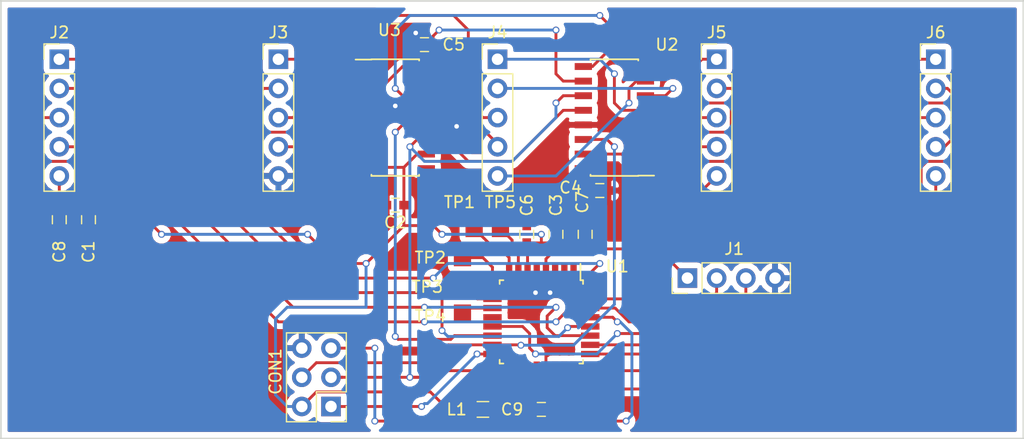
<source format=kicad_pcb>
(kicad_pcb (version 4) (host pcbnew 4.0.6)

  (general
    (links 77)
    (no_connects 0)
    (area 64.694999 30.404999 153.745001 68.655001)
    (thickness 1.6)
    (drawings 4)
    (tracks 361)
    (zones 0)
    (modules 25)
    (nets 48)
  )

  (page A4)
  (layers
    (0 F.Cu signal)
    (31 B.Cu signal)
    (32 B.Adhes user)
    (33 F.Adhes user)
    (34 B.Paste user)
    (35 F.Paste user)
    (36 B.SilkS user)
    (37 F.SilkS user)
    (38 B.Mask user)
    (39 F.Mask user)
    (40 Dwgs.User user)
    (41 Cmts.User user)
    (42 Eco1.User user)
    (43 Eco2.User user)
    (44 Edge.Cuts user)
    (45 Margin user)
    (46 B.CrtYd user hide)
    (47 F.CrtYd user hide)
    (48 B.Fab user hide)
    (49 F.Fab user hide)
  )

  (setup
    (last_trace_width 0.25)
    (trace_clearance 0.2)
    (zone_clearance 0.508)
    (zone_45_only no)
    (trace_min 0.2)
    (segment_width 0.2)
    (edge_width 0.15)
    (via_size 0.6)
    (via_drill 0.4)
    (via_min_size 0.4)
    (via_min_drill 0.3)
    (uvia_size 0.3)
    (uvia_drill 0.1)
    (uvias_allowed no)
    (uvia_min_size 0.2)
    (uvia_min_drill 0.1)
    (pcb_text_width 0.3)
    (pcb_text_size 1.5 1.5)
    (mod_edge_width 0.15)
    (mod_text_size 1 1)
    (mod_text_width 0.15)
    (pad_size 1.524 1.524)
    (pad_drill 0.762)
    (pad_to_mask_clearance 0.2)
    (aux_axis_origin 0 0)
    (visible_elements 7FFFFFFF)
    (pcbplotparams
      (layerselection 0x00030_80000001)
      (usegerberextensions false)
      (excludeedgelayer true)
      (linewidth 0.100000)
      (plotframeref false)
      (viasonmask false)
      (mode 1)
      (useauxorigin false)
      (hpglpennumber 1)
      (hpglpenspeed 20)
      (hpglpendiameter 15)
      (hpglpenoverlay 2)
      (psnegative false)
      (psa4output false)
      (plotreference true)
      (plotvalue true)
      (plotinvisibletext false)
      (padsonsilk false)
      (subtractmaskfromsilk false)
      (outputformat 1)
      (mirror false)
      (drillshape 1)
      (scaleselection 1)
      (outputdirectory ""))
  )

  (net 0 "")
  (net 1 GND)
  (net 2 VCC)
  (net 3 VDDA)
  (net 4 COL2)
  (net 5 COL3)
  (net 6 COL4)
  (net 7 COL5)
  (net 8 COL6)
  (net 9 COL7)
  (net 10 COL8)
  (net 11 "Net-(U2-Pad9)")
  (net 12 CLK)
  (net 13 LATCH)
  (net 14 MOSI)
  (net 15 COL1)
  (net 16 COL10)
  (net 17 COL11)
  (net 18 COL12)
  (net 19 COL13)
  (net 20 COL14)
  (net 21 "Net-(U3-Pad6)")
  (net 22 "Net-(U3-Pad7)")
  (net 23 "Net-(U3-Pad9)")
  (net 24 COL9)
  (net 25 TX)
  (net 26 RX)
  (net 27 GPIO0)
  (net 28 GPIO3)
  (net 29 GPIO1)
  (net 30 GPIO2)
  (net 31 LINE5)
  (net 32 LINE2)
  (net 33 LINE3)
  (net 34 LINE4)
  (net 35 LINE1)
  (net 36 "Net-(U1-Pad12)")
  (net 37 MISO)
  (net 38 "Net-(U1-Pad19)")
  (net 39 "Net-(U1-Pad20)")
  (net 40 "Net-(U1-Pad22)")
  (net 41 RST)
  (net 42 "Net-(U1-Pad2)")
  (net 43 "Net-(TP1-Pad1)")
  (net 44 "Net-(TP2-Pad1)")
  (net 45 "Net-(TP3-Pad1)")
  (net 46 "Net-(TP4-Pad1)")
  (net 47 "Net-(TP5-Pad1)")

  (net_class Default "This is the default net class."
    (clearance 0.2)
    (trace_width 0.25)
    (via_dia 0.6)
    (via_drill 0.4)
    (uvia_dia 0.3)
    (uvia_drill 0.1)
    (add_net CLK)
    (add_net COL1)
    (add_net COL10)
    (add_net COL11)
    (add_net COL12)
    (add_net COL13)
    (add_net COL14)
    (add_net COL2)
    (add_net COL3)
    (add_net COL4)
    (add_net COL5)
    (add_net COL6)
    (add_net COL7)
    (add_net COL8)
    (add_net COL9)
    (add_net GND)
    (add_net GPIO0)
    (add_net GPIO1)
    (add_net GPIO2)
    (add_net GPIO3)
    (add_net LATCH)
    (add_net LINE1)
    (add_net LINE2)
    (add_net LINE3)
    (add_net LINE4)
    (add_net LINE5)
    (add_net MISO)
    (add_net MOSI)
    (add_net "Net-(TP1-Pad1)")
    (add_net "Net-(TP2-Pad1)")
    (add_net "Net-(TP3-Pad1)")
    (add_net "Net-(TP4-Pad1)")
    (add_net "Net-(TP5-Pad1)")
    (add_net "Net-(U1-Pad12)")
    (add_net "Net-(U1-Pad19)")
    (add_net "Net-(U1-Pad2)")
    (add_net "Net-(U1-Pad20)")
    (add_net "Net-(U1-Pad22)")
    (add_net "Net-(U2-Pad9)")
    (add_net "Net-(U3-Pad6)")
    (add_net "Net-(U3-Pad7)")
    (add_net "Net-(U3-Pad9)")
    (add_net RST)
    (add_net RX)
    (add_net TX)
    (add_net VCC)
    (add_net VDDA)
  )

  (module Capacitors_SMD:C_0603 (layer F.Cu) (tedit 59D4C36E) (tstamp 59D33E82)
    (at 72.39 49.53 270)
    (descr "Capacitor SMD 0603, reflow soldering, AVX (see smccp.pdf)")
    (tags "capacitor 0603")
    (path /59CE2D57)
    (attr smd)
    (fp_text reference C1 (at 2.794 0 270) (layer F.SilkS)
      (effects (font (size 1 1) (thickness 0.15)))
    )
    (fp_text value 100n (at -0.254 -1.778 270) (layer F.Fab)
      (effects (font (size 1 1) (thickness 0.15)))
    )
    (fp_line (start 1.4 0.65) (end -1.4 0.65) (layer F.CrtYd) (width 0.05))
    (fp_line (start 1.4 0.65) (end 1.4 -0.65) (layer F.CrtYd) (width 0.05))
    (fp_line (start -1.4 -0.65) (end -1.4 0.65) (layer F.CrtYd) (width 0.05))
    (fp_line (start -1.4 -0.65) (end 1.4 -0.65) (layer F.CrtYd) (width 0.05))
    (fp_line (start 0.35 0.6) (end -0.35 0.6) (layer F.SilkS) (width 0.12))
    (fp_line (start -0.35 -0.6) (end 0.35 -0.6) (layer F.SilkS) (width 0.12))
    (fp_line (start -0.8 -0.4) (end 0.8 -0.4) (layer F.Fab) (width 0.1))
    (fp_line (start 0.8 -0.4) (end 0.8 0.4) (layer F.Fab) (width 0.1))
    (fp_line (start 0.8 0.4) (end -0.8 0.4) (layer F.Fab) (width 0.1))
    (fp_line (start -0.8 0.4) (end -0.8 -0.4) (layer F.Fab) (width 0.1))
    (fp_text user %R (at 2.032 0 360) (layer F.Fab)
      (effects (font (size 0.3 0.3) (thickness 0.075)))
    )
    (pad 2 smd rect (at 0.75 0 270) (size 0.8 0.75) (layers F.Cu F.Paste F.Mask)
      (net 1 GND))
    (pad 1 smd rect (at -0.75 0 270) (size 0.8 0.75) (layers F.Cu F.Paste F.Mask)
      (net 2 VCC))
    (model Capacitors_SMD.3dshapes/C_0603.wrl
      (at (xyz 0 0 0))
      (scale (xyz 1 1 1))
      (rotate (xyz 0 0 0))
    )
  )

  (module Capacitors_SMD:C_0603 (layer F.Cu) (tedit 59958EE7) (tstamp 59D33E93)
    (at 99.06 48.26 180)
    (descr "Capacitor SMD 0603, reflow soldering, AVX (see smccp.pdf)")
    (tags "capacitor 0603")
    (path /59CE2DAD)
    (attr smd)
    (fp_text reference C2 (at 0 -1.5 180) (layer F.SilkS)
      (effects (font (size 1 1) (thickness 0.15)))
    )
    (fp_text value 100n (at 0 1.5 180) (layer F.Fab)
      (effects (font (size 1 1) (thickness 0.15)))
    )
    (fp_line (start 1.4 0.65) (end -1.4 0.65) (layer F.CrtYd) (width 0.05))
    (fp_line (start 1.4 0.65) (end 1.4 -0.65) (layer F.CrtYd) (width 0.05))
    (fp_line (start -1.4 -0.65) (end -1.4 0.65) (layer F.CrtYd) (width 0.05))
    (fp_line (start -1.4 -0.65) (end 1.4 -0.65) (layer F.CrtYd) (width 0.05))
    (fp_line (start 0.35 0.6) (end -0.35 0.6) (layer F.SilkS) (width 0.12))
    (fp_line (start -0.35 -0.6) (end 0.35 -0.6) (layer F.SilkS) (width 0.12))
    (fp_line (start -0.8 -0.4) (end 0.8 -0.4) (layer F.Fab) (width 0.1))
    (fp_line (start 0.8 -0.4) (end 0.8 0.4) (layer F.Fab) (width 0.1))
    (fp_line (start 0.8 0.4) (end -0.8 0.4) (layer F.Fab) (width 0.1))
    (fp_line (start -0.8 0.4) (end -0.8 -0.4) (layer F.Fab) (width 0.1))
    (fp_text user %R (at 0 0 180) (layer F.Fab)
      (effects (font (size 0.3 0.3) (thickness 0.075)))
    )
    (pad 2 smd rect (at 0.75 0 180) (size 0.8 0.75) (layers F.Cu F.Paste F.Mask)
      (net 1 GND))
    (pad 1 smd rect (at -0.75 0 180) (size 0.8 0.75) (layers F.Cu F.Paste F.Mask)
      (net 2 VCC))
    (model Capacitors_SMD.3dshapes/C_0603.wrl
      (at (xyz 0 0 0))
      (scale (xyz 1 1 1))
      (rotate (xyz 0 0 0))
    )
  )

  (module Capacitors_SMD:C_0603 (layer F.Cu) (tedit 59D4C330) (tstamp 59D33EA4)
    (at 113.03 50.8 90)
    (descr "Capacitor SMD 0603, reflow soldering, AVX (see smccp.pdf)")
    (tags "capacitor 0603")
    (path /59CE2DD3)
    (attr smd)
    (fp_text reference C3 (at 2.54 0 90) (layer F.SilkS)
      (effects (font (size 1 1) (thickness 0.15)))
    )
    (fp_text value 100n (at 0 1.5 90) (layer F.Fab)
      (effects (font (size 1 1) (thickness 0.15)))
    )
    (fp_line (start 1.4 0.65) (end -1.4 0.65) (layer F.CrtYd) (width 0.05))
    (fp_line (start 1.4 0.65) (end 1.4 -0.65) (layer F.CrtYd) (width 0.05))
    (fp_line (start -1.4 -0.65) (end -1.4 0.65) (layer F.CrtYd) (width 0.05))
    (fp_line (start -1.4 -0.65) (end 1.4 -0.65) (layer F.CrtYd) (width 0.05))
    (fp_line (start 0.35 0.6) (end -0.35 0.6) (layer F.SilkS) (width 0.12))
    (fp_line (start -0.35 -0.6) (end 0.35 -0.6) (layer F.SilkS) (width 0.12))
    (fp_line (start -0.8 -0.4) (end 0.8 -0.4) (layer F.Fab) (width 0.1))
    (fp_line (start 0.8 -0.4) (end 0.8 0.4) (layer F.Fab) (width 0.1))
    (fp_line (start 0.8 0.4) (end -0.8 0.4) (layer F.Fab) (width 0.1))
    (fp_line (start -0.8 0.4) (end -0.8 -0.4) (layer F.Fab) (width 0.1))
    (fp_text user %R (at 0 0 90) (layer F.Fab)
      (effects (font (size 0.3 0.3) (thickness 0.075)))
    )
    (pad 2 smd rect (at 0.75 0 90) (size 0.8 0.75) (layers F.Cu F.Paste F.Mask)
      (net 1 GND))
    (pad 1 smd rect (at -0.75 0 90) (size 0.8 0.75) (layers F.Cu F.Paste F.Mask)
      (net 2 VCC))
    (model Capacitors_SMD.3dshapes/C_0603.wrl
      (at (xyz 0 0 0))
      (scale (xyz 1 1 1))
      (rotate (xyz 0 0 0))
    )
  )

  (module Capacitors_SMD:C_0603 (layer F.Cu) (tedit 59D4C339) (tstamp 59D33EB5)
    (at 116.84 46.99)
    (descr "Capacitor SMD 0603, reflow soldering, AVX (see smccp.pdf)")
    (tags "capacitor 0603")
    (path /59CE2E04)
    (attr smd)
    (fp_text reference C4 (at -2.54 -0.254) (layer F.SilkS)
      (effects (font (size 1 1) (thickness 0.15)))
    )
    (fp_text value 100n (at 0 1.5) (layer F.Fab)
      (effects (font (size 1 1) (thickness 0.15)))
    )
    (fp_line (start 1.4 0.65) (end -1.4 0.65) (layer F.CrtYd) (width 0.05))
    (fp_line (start 1.4 0.65) (end 1.4 -0.65) (layer F.CrtYd) (width 0.05))
    (fp_line (start -1.4 -0.65) (end -1.4 0.65) (layer F.CrtYd) (width 0.05))
    (fp_line (start -1.4 -0.65) (end 1.4 -0.65) (layer F.CrtYd) (width 0.05))
    (fp_line (start 0.35 0.6) (end -0.35 0.6) (layer F.SilkS) (width 0.12))
    (fp_line (start -0.35 -0.6) (end 0.35 -0.6) (layer F.SilkS) (width 0.12))
    (fp_line (start -0.8 -0.4) (end 0.8 -0.4) (layer F.Fab) (width 0.1))
    (fp_line (start 0.8 -0.4) (end 0.8 0.4) (layer F.Fab) (width 0.1))
    (fp_line (start 0.8 0.4) (end -0.8 0.4) (layer F.Fab) (width 0.1))
    (fp_line (start -0.8 0.4) (end -0.8 -0.4) (layer F.Fab) (width 0.1))
    (fp_text user %R (at 0 0) (layer F.Fab)
      (effects (font (size 0.3 0.3) (thickness 0.075)))
    )
    (pad 2 smd rect (at 0.75 0) (size 0.8 0.75) (layers F.Cu F.Paste F.Mask)
      (net 1 GND))
    (pad 1 smd rect (at -0.75 0) (size 0.8 0.75) (layers F.Cu F.Paste F.Mask)
      (net 2 VCC))
    (model Capacitors_SMD.3dshapes/C_0603.wrl
      (at (xyz 0 0 0))
      (scale (xyz 1 1 1))
      (rotate (xyz 0 0 0))
    )
  )

  (module Capacitors_SMD:C_0603 (layer F.Cu) (tedit 59D4C34F) (tstamp 59D33EC6)
    (at 101.6 34.29 180)
    (descr "Capacitor SMD 0603, reflow soldering, AVX (see smccp.pdf)")
    (tags "capacitor 0603")
    (path /59CE2E30)
    (attr smd)
    (fp_text reference C5 (at -2.54 0 180) (layer F.SilkS)
      (effects (font (size 1 1) (thickness 0.15)))
    )
    (fp_text value 100n (at 0 1.5 180) (layer F.Fab)
      (effects (font (size 1 1) (thickness 0.15)))
    )
    (fp_line (start 1.4 0.65) (end -1.4 0.65) (layer F.CrtYd) (width 0.05))
    (fp_line (start 1.4 0.65) (end 1.4 -0.65) (layer F.CrtYd) (width 0.05))
    (fp_line (start -1.4 -0.65) (end -1.4 0.65) (layer F.CrtYd) (width 0.05))
    (fp_line (start -1.4 -0.65) (end 1.4 -0.65) (layer F.CrtYd) (width 0.05))
    (fp_line (start 0.35 0.6) (end -0.35 0.6) (layer F.SilkS) (width 0.12))
    (fp_line (start -0.35 -0.6) (end 0.35 -0.6) (layer F.SilkS) (width 0.12))
    (fp_line (start -0.8 -0.4) (end 0.8 -0.4) (layer F.Fab) (width 0.1))
    (fp_line (start 0.8 -0.4) (end 0.8 0.4) (layer F.Fab) (width 0.1))
    (fp_line (start 0.8 0.4) (end -0.8 0.4) (layer F.Fab) (width 0.1))
    (fp_line (start -0.8 0.4) (end -0.8 -0.4) (layer F.Fab) (width 0.1))
    (fp_text user %R (at 0 0 180) (layer F.Fab)
      (effects (font (size 0.3 0.3) (thickness 0.075)))
    )
    (pad 2 smd rect (at 0.75 0 180) (size 0.8 0.75) (layers F.Cu F.Paste F.Mask)
      (net 1 GND))
    (pad 1 smd rect (at -0.75 0 180) (size 0.8 0.75) (layers F.Cu F.Paste F.Mask)
      (net 2 VCC))
    (model Capacitors_SMD.3dshapes/C_0603.wrl
      (at (xyz 0 0 0))
      (scale (xyz 1 1 1))
      (rotate (xyz 0 0 0))
    )
  )

  (module Capacitors_SMD:C_0603 (layer F.Cu) (tedit 59D4C327) (tstamp 59D33ED7)
    (at 110.49 50.8 90)
    (descr "Capacitor SMD 0603, reflow soldering, AVX (see smccp.pdf)")
    (tags "capacitor 0603")
    (path /59CE2E5D)
    (attr smd)
    (fp_text reference C6 (at 2.54 0 90) (layer F.SilkS)
      (effects (font (size 1 1) (thickness 0.15)))
    )
    (fp_text value 100n (at 0 1.5 90) (layer F.Fab)
      (effects (font (size 1 1) (thickness 0.15)))
    )
    (fp_line (start 1.4 0.65) (end -1.4 0.65) (layer F.CrtYd) (width 0.05))
    (fp_line (start 1.4 0.65) (end 1.4 -0.65) (layer F.CrtYd) (width 0.05))
    (fp_line (start -1.4 -0.65) (end -1.4 0.65) (layer F.CrtYd) (width 0.05))
    (fp_line (start -1.4 -0.65) (end 1.4 -0.65) (layer F.CrtYd) (width 0.05))
    (fp_line (start 0.35 0.6) (end -0.35 0.6) (layer F.SilkS) (width 0.12))
    (fp_line (start -0.35 -0.6) (end 0.35 -0.6) (layer F.SilkS) (width 0.12))
    (fp_line (start -0.8 -0.4) (end 0.8 -0.4) (layer F.Fab) (width 0.1))
    (fp_line (start 0.8 -0.4) (end 0.8 0.4) (layer F.Fab) (width 0.1))
    (fp_line (start 0.8 0.4) (end -0.8 0.4) (layer F.Fab) (width 0.1))
    (fp_line (start -0.8 0.4) (end -0.8 -0.4) (layer F.Fab) (width 0.1))
    (fp_text user %R (at 0 0 90) (layer F.Fab)
      (effects (font (size 0.3 0.3) (thickness 0.075)))
    )
    (pad 2 smd rect (at 0.75 0 90) (size 0.8 0.75) (layers F.Cu F.Paste F.Mask)
      (net 1 GND))
    (pad 1 smd rect (at -0.75 0 90) (size 0.8 0.75) (layers F.Cu F.Paste F.Mask)
      (net 2 VCC))
    (model Capacitors_SMD.3dshapes/C_0603.wrl
      (at (xyz 0 0 0))
      (scale (xyz 1 1 1))
      (rotate (xyz 0 0 0))
    )
  )

  (module Capacitors_SMD:C_0603 (layer F.Cu) (tedit 59D4C32C) (tstamp 59D33EE8)
    (at 115.57 50.8 90)
    (descr "Capacitor SMD 0603, reflow soldering, AVX (see smccp.pdf)")
    (tags "capacitor 0603")
    (path /59CE73B5)
    (attr smd)
    (fp_text reference C7 (at 2.794 -0.254 90) (layer F.SilkS)
      (effects (font (size 1 1) (thickness 0.15)))
    )
    (fp_text value 1u (at 0 1.5 90) (layer F.Fab)
      (effects (font (size 1 1) (thickness 0.15)))
    )
    (fp_line (start 1.4 0.65) (end -1.4 0.65) (layer F.CrtYd) (width 0.05))
    (fp_line (start 1.4 0.65) (end 1.4 -0.65) (layer F.CrtYd) (width 0.05))
    (fp_line (start -1.4 -0.65) (end -1.4 0.65) (layer F.CrtYd) (width 0.05))
    (fp_line (start -1.4 -0.65) (end 1.4 -0.65) (layer F.CrtYd) (width 0.05))
    (fp_line (start 0.35 0.6) (end -0.35 0.6) (layer F.SilkS) (width 0.12))
    (fp_line (start -0.35 -0.6) (end 0.35 -0.6) (layer F.SilkS) (width 0.12))
    (fp_line (start -0.8 -0.4) (end 0.8 -0.4) (layer F.Fab) (width 0.1))
    (fp_line (start 0.8 -0.4) (end 0.8 0.4) (layer F.Fab) (width 0.1))
    (fp_line (start 0.8 0.4) (end -0.8 0.4) (layer F.Fab) (width 0.1))
    (fp_line (start -0.8 0.4) (end -0.8 -0.4) (layer F.Fab) (width 0.1))
    (fp_text user %R (at 0 0 90) (layer F.Fab)
      (effects (font (size 0.3 0.3) (thickness 0.075)))
    )
    (pad 2 smd rect (at 0.75 0 90) (size 0.8 0.75) (layers F.Cu F.Paste F.Mask)
      (net 1 GND))
    (pad 1 smd rect (at -0.75 0 90) (size 0.8 0.75) (layers F.Cu F.Paste F.Mask)
      (net 2 VCC))
    (model Capacitors_SMD.3dshapes/C_0603.wrl
      (at (xyz 0 0 0))
      (scale (xyz 1 1 1))
      (rotate (xyz 0 0 0))
    )
  )

  (module Capacitors_SMD:C_0603 (layer F.Cu) (tedit 59D4C36A) (tstamp 59D33EF9)
    (at 69.85 49.53 270)
    (descr "Capacitor SMD 0603, reflow soldering, AVX (see smccp.pdf)")
    (tags "capacitor 0603")
    (path /59CE73FD)
    (attr smd)
    (fp_text reference C8 (at 2.794 0 270) (layer F.SilkS)
      (effects (font (size 1 1) (thickness 0.15)))
    )
    (fp_text value 1u (at 0 -1.27 270) (layer F.Fab)
      (effects (font (size 1 1) (thickness 0.15)))
    )
    (fp_line (start 1.4 0.65) (end -1.4 0.65) (layer F.CrtYd) (width 0.05))
    (fp_line (start 1.4 0.65) (end 1.4 -0.65) (layer F.CrtYd) (width 0.05))
    (fp_line (start -1.4 -0.65) (end -1.4 0.65) (layer F.CrtYd) (width 0.05))
    (fp_line (start -1.4 -0.65) (end 1.4 -0.65) (layer F.CrtYd) (width 0.05))
    (fp_line (start 0.35 0.6) (end -0.35 0.6) (layer F.SilkS) (width 0.12))
    (fp_line (start -0.35 -0.6) (end 0.35 -0.6) (layer F.SilkS) (width 0.12))
    (fp_line (start -0.8 -0.4) (end 0.8 -0.4) (layer F.Fab) (width 0.1))
    (fp_line (start 0.8 -0.4) (end 0.8 0.4) (layer F.Fab) (width 0.1))
    (fp_line (start 0.8 0.4) (end -0.8 0.4) (layer F.Fab) (width 0.1))
    (fp_line (start -0.8 0.4) (end -0.8 -0.4) (layer F.Fab) (width 0.1))
    (fp_text user %R (at 2.032 0 360) (layer F.Fab)
      (effects (font (size 0.3 0.3) (thickness 0.075)))
    )
    (pad 2 smd rect (at 0.75 0 270) (size 0.8 0.75) (layers F.Cu F.Paste F.Mask)
      (net 1 GND))
    (pad 1 smd rect (at -0.75 0 270) (size 0.8 0.75) (layers F.Cu F.Paste F.Mask)
      (net 2 VCC))
    (model Capacitors_SMD.3dshapes/C_0603.wrl
      (at (xyz 0 0 0))
      (scale (xyz 1 1 1))
      (rotate (xyz 0 0 0))
    )
  )

  (module Capacitors_SMD:C_0603 (layer F.Cu) (tedit 59D4C2CA) (tstamp 59D33F0A)
    (at 111.76 66.04)
    (descr "Capacitor SMD 0603, reflow soldering, AVX (see smccp.pdf)")
    (tags "capacitor 0603")
    (path /59CE380C)
    (attr smd)
    (fp_text reference C9 (at -2.54 0) (layer F.SilkS)
      (effects (font (size 1 1) (thickness 0.15)))
    )
    (fp_text value 100n (at 0 1.5) (layer F.Fab)
      (effects (font (size 1 1) (thickness 0.15)))
    )
    (fp_line (start 1.4 0.65) (end -1.4 0.65) (layer F.CrtYd) (width 0.05))
    (fp_line (start 1.4 0.65) (end 1.4 -0.65) (layer F.CrtYd) (width 0.05))
    (fp_line (start -1.4 -0.65) (end -1.4 0.65) (layer F.CrtYd) (width 0.05))
    (fp_line (start -1.4 -0.65) (end 1.4 -0.65) (layer F.CrtYd) (width 0.05))
    (fp_line (start 0.35 0.6) (end -0.35 0.6) (layer F.SilkS) (width 0.12))
    (fp_line (start -0.35 -0.6) (end 0.35 -0.6) (layer F.SilkS) (width 0.12))
    (fp_line (start -0.8 -0.4) (end 0.8 -0.4) (layer F.Fab) (width 0.1))
    (fp_line (start 0.8 -0.4) (end 0.8 0.4) (layer F.Fab) (width 0.1))
    (fp_line (start 0.8 0.4) (end -0.8 0.4) (layer F.Fab) (width 0.1))
    (fp_line (start -0.8 0.4) (end -0.8 -0.4) (layer F.Fab) (width 0.1))
    (fp_text user %R (at 0 0) (layer F.Fab)
      (effects (font (size 0.3 0.3) (thickness 0.075)))
    )
    (pad 2 smd rect (at 0.75 0) (size 0.8 0.75) (layers F.Cu F.Paste F.Mask)
      (net 1 GND))
    (pad 1 smd rect (at -0.75 0) (size 0.8 0.75) (layers F.Cu F.Paste F.Mask)
      (net 3 VDDA))
    (model Capacitors_SMD.3dshapes/C_0603.wrl
      (at (xyz 0 0 0))
      (scale (xyz 1 1 1))
      (rotate (xyz 0 0 0))
    )
  )

  (module Housings_SOIC:SOIC-16_3.9x9.9mm_Pitch1.27mm (layer F.Cu) (tedit 59D4C347) (tstamp 59D33F2F)
    (at 118.11 40.64 180)
    (descr "16-Lead Plastic Small Outline (SL) - Narrow, 3.90 mm Body [SOIC] (see Microchip Packaging Specification 00000049BS.pdf)")
    (tags "SOIC 1.27")
    (path /59CE2036)
    (attr smd)
    (fp_text reference U2 (at -4.572 6.35 180) (layer F.SilkS)
      (effects (font (size 1 1) (thickness 0.15)))
    )
    (fp_text value 74LS595 (at 0 6.35 180) (layer F.Fab)
      (effects (font (size 1 1) (thickness 0.15)))
    )
    (fp_text user %R (at -1.778 7.366 180) (layer F.Fab)
      (effects (font (size 0.9 0.9) (thickness 0.135)))
    )
    (fp_line (start -0.95 -4.95) (end 1.95 -4.95) (layer F.Fab) (width 0.15))
    (fp_line (start 1.95 -4.95) (end 1.95 4.95) (layer F.Fab) (width 0.15))
    (fp_line (start 1.95 4.95) (end -1.95 4.95) (layer F.Fab) (width 0.15))
    (fp_line (start -1.95 4.95) (end -1.95 -3.95) (layer F.Fab) (width 0.15))
    (fp_line (start -1.95 -3.95) (end -0.95 -4.95) (layer F.Fab) (width 0.15))
    (fp_line (start -3.7 -5.25) (end -3.7 5.25) (layer F.CrtYd) (width 0.05))
    (fp_line (start 3.7 -5.25) (end 3.7 5.25) (layer F.CrtYd) (width 0.05))
    (fp_line (start -3.7 -5.25) (end 3.7 -5.25) (layer F.CrtYd) (width 0.05))
    (fp_line (start -3.7 5.25) (end 3.7 5.25) (layer F.CrtYd) (width 0.05))
    (fp_line (start -2.075 -5.075) (end -2.075 -5.05) (layer F.SilkS) (width 0.15))
    (fp_line (start 2.075 -5.075) (end 2.075 -4.97) (layer F.SilkS) (width 0.15))
    (fp_line (start 2.075 5.075) (end 2.075 4.97) (layer F.SilkS) (width 0.15))
    (fp_line (start -2.075 5.075) (end -2.075 4.97) (layer F.SilkS) (width 0.15))
    (fp_line (start -2.075 -5.075) (end 2.075 -5.075) (layer F.SilkS) (width 0.15))
    (fp_line (start -2.075 5.075) (end 2.075 5.075) (layer F.SilkS) (width 0.15))
    (fp_line (start -2.075 -5.05) (end -3.45 -5.05) (layer F.SilkS) (width 0.15))
    (pad 1 smd rect (at -2.7 -4.445 180) (size 1.5 0.6) (layers F.Cu F.Paste F.Mask)
      (net 4 COL2))
    (pad 2 smd rect (at -2.7 -3.175 180) (size 1.5 0.6) (layers F.Cu F.Paste F.Mask)
      (net 5 COL3))
    (pad 3 smd rect (at -2.7 -1.905 180) (size 1.5 0.6) (layers F.Cu F.Paste F.Mask)
      (net 6 COL4))
    (pad 4 smd rect (at -2.7 -0.635 180) (size 1.5 0.6) (layers F.Cu F.Paste F.Mask)
      (net 7 COL5))
    (pad 5 smd rect (at -2.7 0.635 180) (size 1.5 0.6) (layers F.Cu F.Paste F.Mask)
      (net 8 COL6))
    (pad 6 smd rect (at -2.7 1.905 180) (size 1.5 0.6) (layers F.Cu F.Paste F.Mask)
      (net 9 COL7))
    (pad 7 smd rect (at -2.7 3.175 180) (size 1.5 0.6) (layers F.Cu F.Paste F.Mask)
      (net 10 COL8))
    (pad 8 smd rect (at -2.7 4.445 180) (size 1.5 0.6) (layers F.Cu F.Paste F.Mask)
      (net 1 GND))
    (pad 9 smd rect (at 2.7 4.445 180) (size 1.5 0.6) (layers F.Cu F.Paste F.Mask)
      (net 11 "Net-(U2-Pad9)"))
    (pad 10 smd rect (at 2.7 3.175 180) (size 1.5 0.6) (layers F.Cu F.Paste F.Mask)
      (net 2 VCC))
    (pad 11 smd rect (at 2.7 1.905 180) (size 1.5 0.6) (layers F.Cu F.Paste F.Mask)
      (net 12 CLK))
    (pad 12 smd rect (at 2.7 0.635 180) (size 1.5 0.6) (layers F.Cu F.Paste F.Mask)
      (net 13 LATCH))
    (pad 13 smd rect (at 2.7 -0.635 180) (size 1.5 0.6) (layers F.Cu F.Paste F.Mask)
      (net 1 GND))
    (pad 14 smd rect (at 2.7 -1.905 180) (size 1.5 0.6) (layers F.Cu F.Paste F.Mask)
      (net 14 MOSI))
    (pad 15 smd rect (at 2.7 -3.175 180) (size 1.5 0.6) (layers F.Cu F.Paste F.Mask)
      (net 15 COL1))
    (pad 16 smd rect (at 2.7 -4.445 180) (size 1.5 0.6) (layers F.Cu F.Paste F.Mask)
      (net 2 VCC))
    (model ${KISYS3DMOD}/Housings_SOIC.3dshapes/SOIC-16_3.9x9.9mm_Pitch1.27mm.wrl
      (at (xyz 0 0 0))
      (scale (xyz 1 1 1))
      (rotate (xyz 0 0 0))
    )
  )

  (module Housings_SOIC:SOIC-16_3.9x9.9mm_Pitch1.27mm (layer F.Cu) (tedit 59D4C34B) (tstamp 59D33F54)
    (at 99.06 40.64)
    (descr "16-Lead Plastic Small Outline (SL) - Narrow, 3.90 mm Body [SOIC] (see Microchip Packaging Specification 00000049BS.pdf)")
    (tags "SOIC 1.27")
    (path /59CE206E)
    (attr smd)
    (fp_text reference U3 (at -0.508 -7.62) (layer F.SilkS)
      (effects (font (size 1 1) (thickness 0.15)))
    )
    (fp_text value 74LS595 (at -4.572 -7.62) (layer F.Fab)
      (effects (font (size 1 1) (thickness 0.15)))
    )
    (fp_text user %R (at -4.572 -6.096) (layer F.Fab)
      (effects (font (size 0.9 0.9) (thickness 0.135)))
    )
    (fp_line (start -0.95 -4.95) (end 1.95 -4.95) (layer F.Fab) (width 0.15))
    (fp_line (start 1.95 -4.95) (end 1.95 4.95) (layer F.Fab) (width 0.15))
    (fp_line (start 1.95 4.95) (end -1.95 4.95) (layer F.Fab) (width 0.15))
    (fp_line (start -1.95 4.95) (end -1.95 -3.95) (layer F.Fab) (width 0.15))
    (fp_line (start -1.95 -3.95) (end -0.95 -4.95) (layer F.Fab) (width 0.15))
    (fp_line (start -3.7 -5.25) (end -3.7 5.25) (layer F.CrtYd) (width 0.05))
    (fp_line (start 3.7 -5.25) (end 3.7 5.25) (layer F.CrtYd) (width 0.05))
    (fp_line (start -3.7 -5.25) (end 3.7 -5.25) (layer F.CrtYd) (width 0.05))
    (fp_line (start -3.7 5.25) (end 3.7 5.25) (layer F.CrtYd) (width 0.05))
    (fp_line (start -2.075 -5.075) (end -2.075 -5.05) (layer F.SilkS) (width 0.15))
    (fp_line (start 2.075 -5.075) (end 2.075 -4.97) (layer F.SilkS) (width 0.15))
    (fp_line (start 2.075 5.075) (end 2.075 4.97) (layer F.SilkS) (width 0.15))
    (fp_line (start -2.075 5.075) (end -2.075 4.97) (layer F.SilkS) (width 0.15))
    (fp_line (start -2.075 -5.075) (end 2.075 -5.075) (layer F.SilkS) (width 0.15))
    (fp_line (start -2.075 5.075) (end 2.075 5.075) (layer F.SilkS) (width 0.15))
    (fp_line (start -2.075 -5.05) (end -3.45 -5.05) (layer F.SilkS) (width 0.15))
    (pad 1 smd rect (at -2.7 -4.445) (size 1.5 0.6) (layers F.Cu F.Paste F.Mask)
      (net 16 COL10))
    (pad 2 smd rect (at -2.7 -3.175) (size 1.5 0.6) (layers F.Cu F.Paste F.Mask)
      (net 17 COL11))
    (pad 3 smd rect (at -2.7 -1.905) (size 1.5 0.6) (layers F.Cu F.Paste F.Mask)
      (net 18 COL12))
    (pad 4 smd rect (at -2.7 -0.635) (size 1.5 0.6) (layers F.Cu F.Paste F.Mask)
      (net 19 COL13))
    (pad 5 smd rect (at -2.7 0.635) (size 1.5 0.6) (layers F.Cu F.Paste F.Mask)
      (net 20 COL14))
    (pad 6 smd rect (at -2.7 1.905) (size 1.5 0.6) (layers F.Cu F.Paste F.Mask)
      (net 21 "Net-(U3-Pad6)"))
    (pad 7 smd rect (at -2.7 3.175) (size 1.5 0.6) (layers F.Cu F.Paste F.Mask)
      (net 22 "Net-(U3-Pad7)"))
    (pad 8 smd rect (at -2.7 4.445) (size 1.5 0.6) (layers F.Cu F.Paste F.Mask)
      (net 1 GND))
    (pad 9 smd rect (at 2.7 4.445) (size 1.5 0.6) (layers F.Cu F.Paste F.Mask)
      (net 23 "Net-(U3-Pad9)"))
    (pad 10 smd rect (at 2.7 3.175) (size 1.5 0.6) (layers F.Cu F.Paste F.Mask)
      (net 2 VCC))
    (pad 11 smd rect (at 2.7 1.905) (size 1.5 0.6) (layers F.Cu F.Paste F.Mask)
      (net 12 CLK))
    (pad 12 smd rect (at 2.7 0.635) (size 1.5 0.6) (layers F.Cu F.Paste F.Mask)
      (net 13 LATCH))
    (pad 13 smd rect (at 2.7 -0.635) (size 1.5 0.6) (layers F.Cu F.Paste F.Mask)
      (net 1 GND))
    (pad 14 smd rect (at 2.7 -1.905) (size 1.5 0.6) (layers F.Cu F.Paste F.Mask)
      (net 11 "Net-(U2-Pad9)"))
    (pad 15 smd rect (at 2.7 -3.175) (size 1.5 0.6) (layers F.Cu F.Paste F.Mask)
      (net 24 COL9))
    (pad 16 smd rect (at 2.7 -4.445) (size 1.5 0.6) (layers F.Cu F.Paste F.Mask)
      (net 2 VCC))
    (model ${KISYS3DMOD}/Housings_SOIC.3dshapes/SOIC-16_3.9x9.9mm_Pitch1.27mm.wrl
      (at (xyz 0 0 0))
      (scale (xyz 1 1 1))
      (rotate (xyz 0 0 0))
    )
  )

  (module Pin_Headers:Pin_Header_Straight_1x04_Pitch2.54mm (layer F.Cu) (tedit 59D4C2D1) (tstamp 59D34165)
    (at 124.46 54.61 90)
    (descr "Through hole straight pin header, 1x04, 2.54mm pitch, single row")
    (tags "Through hole pin header THT 1x04 2.54mm single row")
    (path /59CE8D58)
    (fp_text reference J1 (at 2.54 4.064 360) (layer F.SilkS)
      (effects (font (size 1 1) (thickness 0.15)))
    )
    (fp_text value DBG_UART (at -2.54 3.556 180) (layer F.Fab)
      (effects (font (size 1 1) (thickness 0.15)))
    )
    (fp_line (start -0.635 -1.27) (end 1.27 -1.27) (layer F.Fab) (width 0.1))
    (fp_line (start 1.27 -1.27) (end 1.27 8.89) (layer F.Fab) (width 0.1))
    (fp_line (start 1.27 8.89) (end -1.27 8.89) (layer F.Fab) (width 0.1))
    (fp_line (start -1.27 8.89) (end -1.27 -0.635) (layer F.Fab) (width 0.1))
    (fp_line (start -1.27 -0.635) (end -0.635 -1.27) (layer F.Fab) (width 0.1))
    (fp_line (start -1.33 8.95) (end 1.33 8.95) (layer F.SilkS) (width 0.12))
    (fp_line (start -1.33 1.27) (end -1.33 8.95) (layer F.SilkS) (width 0.12))
    (fp_line (start 1.33 1.27) (end 1.33 8.95) (layer F.SilkS) (width 0.12))
    (fp_line (start -1.33 1.27) (end 1.33 1.27) (layer F.SilkS) (width 0.12))
    (fp_line (start -1.33 0) (end -1.33 -1.33) (layer F.SilkS) (width 0.12))
    (fp_line (start -1.33 -1.33) (end 0 -1.33) (layer F.SilkS) (width 0.12))
    (fp_line (start -1.8 -1.8) (end -1.8 9.4) (layer F.CrtYd) (width 0.05))
    (fp_line (start -1.8 9.4) (end 1.8 9.4) (layer F.CrtYd) (width 0.05))
    (fp_line (start 1.8 9.4) (end 1.8 -1.8) (layer F.CrtYd) (width 0.05))
    (fp_line (start 1.8 -1.8) (end -1.8 -1.8) (layer F.CrtYd) (width 0.05))
    (fp_text user %R (at 0 3.81 180) (layer F.Fab)
      (effects (font (size 1 1) (thickness 0.15)))
    )
    (pad 1 thru_hole rect (at 0 0 90) (size 1.7 1.7) (drill 1) (layers *.Cu *.Mask)
      (net 2 VCC))
    (pad 2 thru_hole oval (at 0 2.54 90) (size 1.7 1.7) (drill 1) (layers *.Cu *.Mask)
      (net 25 TX))
    (pad 3 thru_hole oval (at 0 5.08 90) (size 1.7 1.7) (drill 1) (layers *.Cu *.Mask)
      (net 26 RX))
    (pad 4 thru_hole oval (at 0 7.62 90) (size 1.7 1.7) (drill 1) (layers *.Cu *.Mask)
      (net 1 GND))
    (model ${KISYS3DMOD}/Pin_Headers.3dshapes/Pin_Header_Straight_1x04_Pitch2.54mm.wrl
      (at (xyz 0 0 0))
      (scale (xyz 1 1 1))
      (rotate (xyz 0 0 0))
    )
  )

  (module Pin_Headers:Pin_Header_Straight_1x05_Pitch2.54mm (layer F.Cu) (tedit 59D4A169) (tstamp 59D3417E)
    (at 69.85 35.56)
    (descr "Through hole straight pin header, 1x05, 2.54mm pitch, single row")
    (tags "Through hole pin header THT 1x05 2.54mm single row")
    (path /59CE40BF)
    (fp_text reference J2 (at 0 -2.33) (layer F.SilkS)
      (effects (font (size 1 1) (thickness 0.15)))
    )
    (fp_text value CONN_01X05 (at 2.286 5.334 90) (layer F.Fab)
      (effects (font (size 1 1) (thickness 0.15)))
    )
    (fp_line (start -0.635 -1.27) (end 1.27 -1.27) (layer F.Fab) (width 0.1))
    (fp_line (start 1.27 -1.27) (end 1.27 11.43) (layer F.Fab) (width 0.1))
    (fp_line (start 1.27 11.43) (end -1.27 11.43) (layer F.Fab) (width 0.1))
    (fp_line (start -1.27 11.43) (end -1.27 -0.635) (layer F.Fab) (width 0.1))
    (fp_line (start -1.27 -0.635) (end -0.635 -1.27) (layer F.Fab) (width 0.1))
    (fp_line (start -1.33 11.49) (end 1.33 11.49) (layer F.SilkS) (width 0.12))
    (fp_line (start -1.33 1.27) (end -1.33 11.49) (layer F.SilkS) (width 0.12))
    (fp_line (start 1.33 1.27) (end 1.33 11.49) (layer F.SilkS) (width 0.12))
    (fp_line (start -1.33 1.27) (end 1.33 1.27) (layer F.SilkS) (width 0.12))
    (fp_line (start -1.33 0) (end -1.33 -1.33) (layer F.SilkS) (width 0.12))
    (fp_line (start -1.33 -1.33) (end 0 -1.33) (layer F.SilkS) (width 0.12))
    (fp_line (start -1.8 -1.8) (end -1.8 11.95) (layer F.CrtYd) (width 0.05))
    (fp_line (start -1.8 11.95) (end 1.8 11.95) (layer F.CrtYd) (width 0.05))
    (fp_line (start 1.8 11.95) (end 1.8 -1.8) (layer F.CrtYd) (width 0.05))
    (fp_line (start 1.8 -1.8) (end -1.8 -1.8) (layer F.CrtYd) (width 0.05))
    (fp_text user %R (at 0 5.08 90) (layer F.Fab)
      (effects (font (size 1 1) (thickness 0.15)))
    )
    (pad 1 thru_hole rect (at 0 0) (size 1.7 1.7) (drill 1) (layers *.Cu *.Mask)
      (net 27 GPIO0))
    (pad 2 thru_hole oval (at 0 2.54) (size 1.7 1.7) (drill 1) (layers *.Cu *.Mask)
      (net 28 GPIO3))
    (pad 3 thru_hole oval (at 0 5.08) (size 1.7 1.7) (drill 1) (layers *.Cu *.Mask)
      (net 29 GPIO1))
    (pad 4 thru_hole oval (at 0 7.62) (size 1.7 1.7) (drill 1) (layers *.Cu *.Mask)
      (net 30 GPIO2))
    (pad 5 thru_hole oval (at 0 10.16) (size 1.7 1.7) (drill 1) (layers *.Cu *.Mask)
      (net 2 VCC))
    (model ${KISYS3DMOD}/Pin_Headers.3dshapes/Pin_Header_Straight_1x05_Pitch2.54mm.wrl
      (at (xyz 0 0 0))
      (scale (xyz 1 1 1))
      (rotate (xyz 0 0 0))
    )
  )

  (module Pin_Headers:Pin_Header_Straight_1x05_Pitch2.54mm (layer F.Cu) (tedit 59D4A161) (tstamp 59D34197)
    (at 88.9 35.56)
    (descr "Through hole straight pin header, 1x05, 2.54mm pitch, single row")
    (tags "Through hole pin header THT 1x05 2.54mm single row")
    (path /59CE3D58)
    (fp_text reference J3 (at 0 -2.33) (layer F.SilkS)
      (effects (font (size 1 1) (thickness 0.15)))
    )
    (fp_text value CONN_01X05 (at 2.794 5.588 90) (layer F.Fab)
      (effects (font (size 1 1) (thickness 0.15)))
    )
    (fp_line (start -0.635 -1.27) (end 1.27 -1.27) (layer F.Fab) (width 0.1))
    (fp_line (start 1.27 -1.27) (end 1.27 11.43) (layer F.Fab) (width 0.1))
    (fp_line (start 1.27 11.43) (end -1.27 11.43) (layer F.Fab) (width 0.1))
    (fp_line (start -1.27 11.43) (end -1.27 -0.635) (layer F.Fab) (width 0.1))
    (fp_line (start -1.27 -0.635) (end -0.635 -1.27) (layer F.Fab) (width 0.1))
    (fp_line (start -1.33 11.49) (end 1.33 11.49) (layer F.SilkS) (width 0.12))
    (fp_line (start -1.33 1.27) (end -1.33 11.49) (layer F.SilkS) (width 0.12))
    (fp_line (start 1.33 1.27) (end 1.33 11.49) (layer F.SilkS) (width 0.12))
    (fp_line (start -1.33 1.27) (end 1.33 1.27) (layer F.SilkS) (width 0.12))
    (fp_line (start -1.33 0) (end -1.33 -1.33) (layer F.SilkS) (width 0.12))
    (fp_line (start -1.33 -1.33) (end 0 -1.33) (layer F.SilkS) (width 0.12))
    (fp_line (start -1.8 -1.8) (end -1.8 11.95) (layer F.CrtYd) (width 0.05))
    (fp_line (start -1.8 11.95) (end 1.8 11.95) (layer F.CrtYd) (width 0.05))
    (fp_line (start 1.8 11.95) (end 1.8 -1.8) (layer F.CrtYd) (width 0.05))
    (fp_line (start 1.8 -1.8) (end -1.8 -1.8) (layer F.CrtYd) (width 0.05))
    (fp_text user %R (at 0 5.08 90) (layer F.Fab)
      (effects (font (size 1 1) (thickness 0.15)))
    )
    (pad 1 thru_hole rect (at 0 0) (size 1.7 1.7) (drill 1) (layers *.Cu *.Mask)
      (net 17 COL11))
    (pad 2 thru_hole oval (at 0 2.54) (size 1.7 1.7) (drill 1) (layers *.Cu *.Mask)
      (net 19 COL13))
    (pad 3 thru_hole oval (at 0 5.08) (size 1.7 1.7) (drill 1) (layers *.Cu *.Mask)
      (net 18 COL12))
    (pad 4 thru_hole oval (at 0 7.62) (size 1.7 1.7) (drill 1) (layers *.Cu *.Mask)
      (net 20 COL14))
    (pad 5 thru_hole oval (at 0 10.16) (size 1.7 1.7) (drill 1) (layers *.Cu *.Mask)
      (net 1 GND))
    (model ${KISYS3DMOD}/Pin_Headers.3dshapes/Pin_Header_Straight_1x05_Pitch2.54mm.wrl
      (at (xyz 0 0 0))
      (scale (xyz 1 1 1))
      (rotate (xyz 0 0 0))
    )
  )

  (module Pin_Headers:Pin_Header_Straight_1x05_Pitch2.54mm (layer F.Cu) (tedit 59D4A15A) (tstamp 59D341B0)
    (at 107.95 35.56)
    (descr "Through hole straight pin header, 1x05, 2.54mm pitch, single row")
    (tags "Through hole pin header THT 1x05 2.54mm single row")
    (path /59CE406B)
    (fp_text reference J4 (at 0 -2.33) (layer F.SilkS)
      (effects (font (size 1 1) (thickness 0.15)))
    )
    (fp_text value CONN_01X05 (at 3.048 5.588 90) (layer F.Fab)
      (effects (font (size 1 1) (thickness 0.15)))
    )
    (fp_line (start -0.635 -1.27) (end 1.27 -1.27) (layer F.Fab) (width 0.1))
    (fp_line (start 1.27 -1.27) (end 1.27 11.43) (layer F.Fab) (width 0.1))
    (fp_line (start 1.27 11.43) (end -1.27 11.43) (layer F.Fab) (width 0.1))
    (fp_line (start -1.27 11.43) (end -1.27 -0.635) (layer F.Fab) (width 0.1))
    (fp_line (start -1.27 -0.635) (end -0.635 -1.27) (layer F.Fab) (width 0.1))
    (fp_line (start -1.33 11.49) (end 1.33 11.49) (layer F.SilkS) (width 0.12))
    (fp_line (start -1.33 1.27) (end -1.33 11.49) (layer F.SilkS) (width 0.12))
    (fp_line (start 1.33 1.27) (end 1.33 11.49) (layer F.SilkS) (width 0.12))
    (fp_line (start -1.33 1.27) (end 1.33 1.27) (layer F.SilkS) (width 0.12))
    (fp_line (start -1.33 0) (end -1.33 -1.33) (layer F.SilkS) (width 0.12))
    (fp_line (start -1.33 -1.33) (end 0 -1.33) (layer F.SilkS) (width 0.12))
    (fp_line (start -1.8 -1.8) (end -1.8 11.95) (layer F.CrtYd) (width 0.05))
    (fp_line (start -1.8 11.95) (end 1.8 11.95) (layer F.CrtYd) (width 0.05))
    (fp_line (start 1.8 11.95) (end 1.8 -1.8) (layer F.CrtYd) (width 0.05))
    (fp_line (start 1.8 -1.8) (end -1.8 -1.8) (layer F.CrtYd) (width 0.05))
    (fp_text user %R (at 0 5.08 90) (layer F.Fab)
      (effects (font (size 1 1) (thickness 0.15)))
    )
    (pad 1 thru_hole rect (at 0 0) (size 1.7 1.7) (drill 1) (layers *.Cu *.Mask)
      (net 8 COL6))
    (pad 2 thru_hole oval (at 0 2.54) (size 1.7 1.7) (drill 1) (layers *.Cu *.Mask)
      (net 9 COL7))
    (pad 3 thru_hole oval (at 0 5.08) (size 1.7 1.7) (drill 1) (layers *.Cu *.Mask)
      (net 16 COL10))
    (pad 4 thru_hole oval (at 0 7.62) (size 1.7 1.7) (drill 1) (layers *.Cu *.Mask)
      (net 24 COL9))
    (pad 5 thru_hole oval (at 0 10.16) (size 1.7 1.7) (drill 1) (layers *.Cu *.Mask)
      (net 10 COL8))
    (model ${KISYS3DMOD}/Pin_Headers.3dshapes/Pin_Header_Straight_1x05_Pitch2.54mm.wrl
      (at (xyz 0 0 0))
      (scale (xyz 1 1 1))
      (rotate (xyz 0 0 0))
    )
  )

  (module Pin_Headers:Pin_Header_Straight_1x05_Pitch2.54mm (layer F.Cu) (tedit 59D4A155) (tstamp 59D341C9)
    (at 127 35.56)
    (descr "Through hole straight pin header, 1x05, 2.54mm pitch, single row")
    (tags "Through hole pin header THT 1x05 2.54mm single row")
    (path /59CE4022)
    (fp_text reference J5 (at 0 -2.33) (layer F.SilkS)
      (effects (font (size 1 1) (thickness 0.15)))
    )
    (fp_text value CONN_01X05 (at 2.54 5.588 90) (layer F.Fab)
      (effects (font (size 1 1) (thickness 0.15)))
    )
    (fp_line (start -0.635 -1.27) (end 1.27 -1.27) (layer F.Fab) (width 0.1))
    (fp_line (start 1.27 -1.27) (end 1.27 11.43) (layer F.Fab) (width 0.1))
    (fp_line (start 1.27 11.43) (end -1.27 11.43) (layer F.Fab) (width 0.1))
    (fp_line (start -1.27 11.43) (end -1.27 -0.635) (layer F.Fab) (width 0.1))
    (fp_line (start -1.27 -0.635) (end -0.635 -1.27) (layer F.Fab) (width 0.1))
    (fp_line (start -1.33 11.49) (end 1.33 11.49) (layer F.SilkS) (width 0.12))
    (fp_line (start -1.33 1.27) (end -1.33 11.49) (layer F.SilkS) (width 0.12))
    (fp_line (start 1.33 1.27) (end 1.33 11.49) (layer F.SilkS) (width 0.12))
    (fp_line (start -1.33 1.27) (end 1.33 1.27) (layer F.SilkS) (width 0.12))
    (fp_line (start -1.33 0) (end -1.33 -1.33) (layer F.SilkS) (width 0.12))
    (fp_line (start -1.33 -1.33) (end 0 -1.33) (layer F.SilkS) (width 0.12))
    (fp_line (start -1.8 -1.8) (end -1.8 11.95) (layer F.CrtYd) (width 0.05))
    (fp_line (start -1.8 11.95) (end 1.8 11.95) (layer F.CrtYd) (width 0.05))
    (fp_line (start 1.8 11.95) (end 1.8 -1.8) (layer F.CrtYd) (width 0.05))
    (fp_line (start 1.8 -1.8) (end -1.8 -1.8) (layer F.CrtYd) (width 0.05))
    (fp_text user %R (at 0 5.08 90) (layer F.Fab)
      (effects (font (size 1 1) (thickness 0.15)))
    )
    (pad 1 thru_hole rect (at 0 0) (size 1.7 1.7) (drill 1) (layers *.Cu *.Mask)
      (net 6 COL4))
    (pad 2 thru_hole oval (at 0 2.54) (size 1.7 1.7) (drill 1) (layers *.Cu *.Mask)
      (net 4 COL2))
    (pad 3 thru_hole oval (at 0 5.08) (size 1.7 1.7) (drill 1) (layers *.Cu *.Mask)
      (net 7 COL5))
    (pad 4 thru_hole oval (at 0 7.62) (size 1.7 1.7) (drill 1) (layers *.Cu *.Mask)
      (net 5 COL3))
    (pad 5 thru_hole oval (at 0 10.16) (size 1.7 1.7) (drill 1) (layers *.Cu *.Mask)
      (net 15 COL1))
    (model ${KISYS3DMOD}/Pin_Headers.3dshapes/Pin_Header_Straight_1x05_Pitch2.54mm.wrl
      (at (xyz 0 0 0))
      (scale (xyz 1 1 1))
      (rotate (xyz 0 0 0))
    )
  )

  (module Pin_Headers:Pin_Header_Straight_1x05_Pitch2.54mm (layer F.Cu) (tedit 59D4A150) (tstamp 59D341E2)
    (at 146.05 35.56)
    (descr "Through hole straight pin header, 1x05, 2.54mm pitch, single row")
    (tags "Through hole pin header THT 1x05 2.54mm single row")
    (path /59CE3FD2)
    (fp_text reference J6 (at 0 -2.33) (layer F.SilkS)
      (effects (font (size 1 1) (thickness 0.15)))
    )
    (fp_text value CONN_01X05 (at 2.54 5.588 90) (layer F.Fab)
      (effects (font (size 1 1) (thickness 0.15)))
    )
    (fp_line (start -0.635 -1.27) (end 1.27 -1.27) (layer F.Fab) (width 0.1))
    (fp_line (start 1.27 -1.27) (end 1.27 11.43) (layer F.Fab) (width 0.1))
    (fp_line (start 1.27 11.43) (end -1.27 11.43) (layer F.Fab) (width 0.1))
    (fp_line (start -1.27 11.43) (end -1.27 -0.635) (layer F.Fab) (width 0.1))
    (fp_line (start -1.27 -0.635) (end -0.635 -1.27) (layer F.Fab) (width 0.1))
    (fp_line (start -1.33 11.49) (end 1.33 11.49) (layer F.SilkS) (width 0.12))
    (fp_line (start -1.33 1.27) (end -1.33 11.49) (layer F.SilkS) (width 0.12))
    (fp_line (start 1.33 1.27) (end 1.33 11.49) (layer F.SilkS) (width 0.12))
    (fp_line (start -1.33 1.27) (end 1.33 1.27) (layer F.SilkS) (width 0.12))
    (fp_line (start -1.33 0) (end -1.33 -1.33) (layer F.SilkS) (width 0.12))
    (fp_line (start -1.33 -1.33) (end 0 -1.33) (layer F.SilkS) (width 0.12))
    (fp_line (start -1.8 -1.8) (end -1.8 11.95) (layer F.CrtYd) (width 0.05))
    (fp_line (start -1.8 11.95) (end 1.8 11.95) (layer F.CrtYd) (width 0.05))
    (fp_line (start 1.8 11.95) (end 1.8 -1.8) (layer F.CrtYd) (width 0.05))
    (fp_line (start 1.8 -1.8) (end -1.8 -1.8) (layer F.CrtYd) (width 0.05))
    (fp_text user %R (at 0 5.08 90) (layer F.Fab)
      (effects (font (size 1 1) (thickness 0.15)))
    )
    (pad 1 thru_hole rect (at 0 0) (size 1.7 1.7) (drill 1) (layers *.Cu *.Mask)
      (net 31 LINE5))
    (pad 2 thru_hole oval (at 0 2.54) (size 1.7 1.7) (drill 1) (layers *.Cu *.Mask)
      (net 32 LINE2))
    (pad 3 thru_hole oval (at 0 5.08) (size 1.7 1.7) (drill 1) (layers *.Cu *.Mask)
      (net 33 LINE3))
    (pad 4 thru_hole oval (at 0 7.62) (size 1.7 1.7) (drill 1) (layers *.Cu *.Mask)
      (net 34 LINE4))
    (pad 5 thru_hole oval (at 0 10.16) (size 1.7 1.7) (drill 1) (layers *.Cu *.Mask)
      (net 35 LINE1))
    (model ${KISYS3DMOD}/Pin_Headers.3dshapes/Pin_Header_Straight_1x05_Pitch2.54mm.wrl
      (at (xyz 0 0 0))
      (scale (xyz 1 1 1))
      (rotate (xyz 0 0 0))
    )
  )

  (module Inductors_SMD:L_0603 (layer F.Cu) (tedit 59D4C2C5) (tstamp 59D341F3)
    (at 106.68 66.04 180)
    (descr "Resistor SMD 0603, reflow soldering, Vishay (see dcrcw.pdf)")
    (tags "resistor 0603")
    (path /59CE375C)
    (attr smd)
    (fp_text reference L1 (at 2.286 0 180) (layer F.SilkS)
      (effects (font (size 1 1) (thickness 0.15)))
    )
    (fp_text value L_Core_Ferrite (at 7.112 -1.27 180) (layer F.Fab)
      (effects (font (size 1 1) (thickness 0.15)))
    )
    (fp_text user %R (at 0 0 180) (layer F.Fab)
      (effects (font (size 0.4 0.4) (thickness 0.075)))
    )
    (fp_line (start -0.8 0.4) (end -0.8 -0.4) (layer F.Fab) (width 0.1))
    (fp_line (start 0.8 0.4) (end -0.8 0.4) (layer F.Fab) (width 0.1))
    (fp_line (start 0.8 -0.4) (end 0.8 0.4) (layer F.Fab) (width 0.1))
    (fp_line (start -0.8 -0.4) (end 0.8 -0.4) (layer F.Fab) (width 0.1))
    (fp_line (start -1.3 -0.8) (end 1.3 -0.8) (layer F.CrtYd) (width 0.05))
    (fp_line (start -1.3 0.8) (end 1.3 0.8) (layer F.CrtYd) (width 0.05))
    (fp_line (start -1.3 -0.8) (end -1.3 0.8) (layer F.CrtYd) (width 0.05))
    (fp_line (start 1.3 -0.8) (end 1.3 0.8) (layer F.CrtYd) (width 0.05))
    (fp_line (start 0.5 0.68) (end -0.5 0.68) (layer F.SilkS) (width 0.12))
    (fp_line (start -0.5 -0.68) (end 0.5 -0.68) (layer F.SilkS) (width 0.12))
    (pad 1 smd rect (at -0.75 0 180) (size 0.5 0.9) (layers F.Cu F.Paste F.Mask)
      (net 3 VDDA))
    (pad 2 smd rect (at 0.75 0 180) (size 0.5 0.9) (layers F.Cu F.Paste F.Mask)
      (net 2 VCC))
    (model ${KISYS3DMOD}/Inductors_SMD.3dshapes/L_0603.wrl
      (at (xyz 0 0 0))
      (scale (xyz 1 1 1))
      (rotate (xyz 0 0 0))
    )
  )

  (module Housings_QFP:TQFP-32_7x7mm_Pitch0.8mm (layer F.Cu) (tedit 59D4C2B6) (tstamp 59D34412)
    (at 111.76 58.42 270)
    (descr "32-Lead Plastic Thin Quad Flatpack (PT) - 7x7x1.0 mm Body, 2.00 mm [TQFP] (see Microchip Packaging Specification 00000049BS.pdf)")
    (tags "QFP 0.8")
    (path /59CE20EA)
    (attr smd)
    (fp_text reference U1 (at -4.826 -6.604 360) (layer F.SilkS)
      (effects (font (size 1 1) (thickness 0.15)))
    )
    (fp_text value ATMEGA328P-AU (at 6.096 0 360) (layer F.Fab)
      (effects (font (size 1 1) (thickness 0.15)))
    )
    (fp_text user %R (at -4.064 -6.35 360) (layer F.Fab)
      (effects (font (size 1 1) (thickness 0.15)))
    )
    (fp_line (start -2.5 -3.5) (end 3.5 -3.5) (layer F.Fab) (width 0.15))
    (fp_line (start 3.5 -3.5) (end 3.5 3.5) (layer F.Fab) (width 0.15))
    (fp_line (start 3.5 3.5) (end -3.5 3.5) (layer F.Fab) (width 0.15))
    (fp_line (start -3.5 3.5) (end -3.5 -2.5) (layer F.Fab) (width 0.15))
    (fp_line (start -3.5 -2.5) (end -2.5 -3.5) (layer F.Fab) (width 0.15))
    (fp_line (start -5.3 -5.3) (end -5.3 5.3) (layer F.CrtYd) (width 0.05))
    (fp_line (start 5.3 -5.3) (end 5.3 5.3) (layer F.CrtYd) (width 0.05))
    (fp_line (start -5.3 -5.3) (end 5.3 -5.3) (layer F.CrtYd) (width 0.05))
    (fp_line (start -5.3 5.3) (end 5.3 5.3) (layer F.CrtYd) (width 0.05))
    (fp_line (start -3.625 -3.625) (end -3.625 -3.4) (layer F.SilkS) (width 0.15))
    (fp_line (start 3.625 -3.625) (end 3.625 -3.3) (layer F.SilkS) (width 0.15))
    (fp_line (start 3.625 3.625) (end 3.625 3.3) (layer F.SilkS) (width 0.15))
    (fp_line (start -3.625 3.625) (end -3.625 3.3) (layer F.SilkS) (width 0.15))
    (fp_line (start -3.625 -3.625) (end -3.3 -3.625) (layer F.SilkS) (width 0.15))
    (fp_line (start -3.625 3.625) (end -3.3 3.625) (layer F.SilkS) (width 0.15))
    (fp_line (start 3.625 3.625) (end 3.3 3.625) (layer F.SilkS) (width 0.15))
    (fp_line (start 3.625 -3.625) (end 3.3 -3.625) (layer F.SilkS) (width 0.15))
    (fp_line (start -3.625 -3.4) (end -5.05 -3.4) (layer F.SilkS) (width 0.15))
    (pad 1 smd rect (at -4.25 -2.8 270) (size 1.6 0.55) (layers F.Cu F.Paste F.Mask)
      (net 29 GPIO1))
    (pad 2 smd rect (at -4.25 -2 270) (size 1.6 0.55) (layers F.Cu F.Paste F.Mask)
      (net 42 "Net-(U1-Pad2)"))
    (pad 3 smd rect (at -4.25 -1.2 270) (size 1.6 0.55) (layers F.Cu F.Paste F.Mask)
      (net 1 GND))
    (pad 4 smd rect (at -4.25 -0.4 270) (size 1.6 0.55) (layers F.Cu F.Paste F.Mask)
      (net 2 VCC))
    (pad 5 smd rect (at -4.25 0.4 270) (size 1.6 0.55) (layers F.Cu F.Paste F.Mask)
      (net 1 GND))
    (pad 6 smd rect (at -4.25 1.2 270) (size 1.6 0.55) (layers F.Cu F.Paste F.Mask)
      (net 2 VCC))
    (pad 7 smd rect (at -4.25 2 270) (size 1.6 0.55) (layers F.Cu F.Paste F.Mask)
      (net 47 "Net-(TP5-Pad1)"))
    (pad 8 smd rect (at -4.25 2.8 270) (size 1.6 0.55) (layers F.Cu F.Paste F.Mask)
      (net 43 "Net-(TP1-Pad1)"))
    (pad 9 smd rect (at -2.8 4.25) (size 1.6 0.55) (layers F.Cu F.Paste F.Mask)
      (net 44 "Net-(TP2-Pad1)"))
    (pad 10 smd rect (at -2 4.25) (size 1.6 0.55) (layers F.Cu F.Paste F.Mask)
      (net 45 "Net-(TP3-Pad1)"))
    (pad 11 smd rect (at -1.2 4.25) (size 1.6 0.55) (layers F.Cu F.Paste F.Mask)
      (net 46 "Net-(TP4-Pad1)"))
    (pad 12 smd rect (at -0.4 4.25) (size 1.6 0.55) (layers F.Cu F.Paste F.Mask)
      (net 36 "Net-(U1-Pad12)"))
    (pad 13 smd rect (at 0.4 4.25) (size 1.6 0.55) (layers F.Cu F.Paste F.Mask)
      (net 31 LINE5))
    (pad 14 smd rect (at 1.2 4.25) (size 1.6 0.55) (layers F.Cu F.Paste F.Mask)
      (net 13 LATCH))
    (pad 15 smd rect (at 2 4.25) (size 1.6 0.55) (layers F.Cu F.Paste F.Mask)
      (net 14 MOSI))
    (pad 16 smd rect (at 2.8 4.25) (size 1.6 0.55) (layers F.Cu F.Paste F.Mask)
      (net 37 MISO))
    (pad 17 smd rect (at 4.25 2.8 270) (size 1.6 0.55) (layers F.Cu F.Paste F.Mask)
      (net 12 CLK))
    (pad 18 smd rect (at 4.25 2 270) (size 1.6 0.55) (layers F.Cu F.Paste F.Mask)
      (net 3 VDDA))
    (pad 19 smd rect (at 4.25 1.2 270) (size 1.6 0.55) (layers F.Cu F.Paste F.Mask)
      (net 38 "Net-(U1-Pad19)"))
    (pad 20 smd rect (at 4.25 0.4 270) (size 1.6 0.55) (layers F.Cu F.Paste F.Mask)
      (net 39 "Net-(U1-Pad20)"))
    (pad 21 smd rect (at 4.25 -0.4 270) (size 1.6 0.55) (layers F.Cu F.Paste F.Mask)
      (net 1 GND))
    (pad 22 smd rect (at 4.25 -1.2 270) (size 1.6 0.55) (layers F.Cu F.Paste F.Mask)
      (net 40 "Net-(U1-Pad22)"))
    (pad 23 smd rect (at 4.25 -2 270) (size 1.6 0.55) (layers F.Cu F.Paste F.Mask)
      (net 35 LINE1))
    (pad 24 smd rect (at 4.25 -2.8 270) (size 1.6 0.55) (layers F.Cu F.Paste F.Mask)
      (net 32 LINE2))
    (pad 25 smd rect (at 2.8 -4.25) (size 1.6 0.55) (layers F.Cu F.Paste F.Mask)
      (net 33 LINE3))
    (pad 26 smd rect (at 2 -4.25) (size 1.6 0.55) (layers F.Cu F.Paste F.Mask)
      (net 34 LINE4))
    (pad 27 smd rect (at 1.2 -4.25) (size 1.6 0.55) (layers F.Cu F.Paste F.Mask)
      (net 30 GPIO2))
    (pad 28 smd rect (at 0.4 -4.25) (size 1.6 0.55) (layers F.Cu F.Paste F.Mask)
      (net 28 GPIO3))
    (pad 29 smd rect (at -0.4 -4.25) (size 1.6 0.55) (layers F.Cu F.Paste F.Mask)
      (net 41 RST))
    (pad 30 smd rect (at -1.2 -4.25) (size 1.6 0.55) (layers F.Cu F.Paste F.Mask)
      (net 26 RX))
    (pad 31 smd rect (at -2 -4.25) (size 1.6 0.55) (layers F.Cu F.Paste F.Mask)
      (net 25 TX))
    (pad 32 smd rect (at -2.8 -4.25) (size 1.6 0.55) (layers F.Cu F.Paste F.Mask)
      (net 27 GPIO0))
    (model ${KISYS3DMOD}/Housings_QFP.3dshapes/TQFP-32_7x7mm_Pitch0.8mm.wrl
      (at (xyz 0 0 0))
      (scale (xyz 1 1 1))
      (rotate (xyz 0 0 0))
    )
  )

  (module Measurement_Points:Measurement_Point_Square-SMD-Pad_Small (layer F.Cu) (tedit 59D4C31E) (tstamp 59D49D7F)
    (at 105.918 50.292)
    (descr "Mesurement Point, Square, SMD Pad,  1.5mm x 1.5mm,")
    (tags "Mesurement Point Square SMD Pad 1.5x1.5mm")
    (path /59D4ABE6)
    (attr virtual)
    (fp_text reference TP1 (at -1.27 -2.286) (layer F.SilkS)
      (effects (font (size 1 1) (thickness 0.15)))
    )
    (fp_text value PB7 (at -1.27 -2.286) (layer F.Fab)
      (effects (font (size 1 1) (thickness 0.15)))
    )
    (fp_line (start -1 -1) (end 1 -1) (layer F.CrtYd) (width 0.05))
    (fp_line (start 1 -1) (end 1 1) (layer F.CrtYd) (width 0.05))
    (fp_line (start 1 1) (end -1 1) (layer F.CrtYd) (width 0.05))
    (fp_line (start -1 1) (end -1 -1) (layer F.CrtYd) (width 0.05))
    (pad 1 smd rect (at 0 0) (size 1.5 1.5) (layers F.Cu F.Mask)
      (net 43 "Net-(TP1-Pad1)"))
  )

  (module Measurement_Points:Measurement_Point_Square-SMD-Pad_Small (layer F.Cu) (tedit 59D4C315) (tstamp 59D49D88)
    (at 104.902 52.832)
    (descr "Mesurement Point, Square, SMD Pad,  1.5mm x 1.5mm,")
    (tags "Mesurement Point Square SMD Pad 1.5x1.5mm")
    (path /59D4A73E)
    (attr virtual)
    (fp_text reference TP2 (at -2.794 0) (layer F.SilkS)
      (effects (font (size 1 1) (thickness 0.15)))
    )
    (fp_text value PD5 (at -2.794 0) (layer F.Fab)
      (effects (font (size 1 1) (thickness 0.15)))
    )
    (fp_line (start -1 -1) (end 1 -1) (layer F.CrtYd) (width 0.05))
    (fp_line (start 1 -1) (end 1 1) (layer F.CrtYd) (width 0.05))
    (fp_line (start 1 1) (end -1 1) (layer F.CrtYd) (width 0.05))
    (fp_line (start -1 1) (end -1 -1) (layer F.CrtYd) (width 0.05))
    (pad 1 smd rect (at 0 0) (size 1.5 1.5) (layers F.Cu F.Mask)
      (net 44 "Net-(TP2-Pad1)"))
  )

  (module Measurement_Points:Measurement_Point_Square-SMD-Pad_Small (layer F.Cu) (tedit 59D4C319) (tstamp 59D49D91)
    (at 104.902 55.372)
    (descr "Mesurement Point, Square, SMD Pad,  1.5mm x 1.5mm,")
    (tags "Mesurement Point Square SMD Pad 1.5x1.5mm")
    (path /59D4A6DC)
    (attr virtual)
    (fp_text reference TP3 (at -3.048 0) (layer F.SilkS)
      (effects (font (size 1 1) (thickness 0.15)))
    )
    (fp_text value PD6 (at -3.048 0) (layer F.Fab)
      (effects (font (size 1 1) (thickness 0.15)))
    )
    (fp_line (start -1 -1) (end 1 -1) (layer F.CrtYd) (width 0.05))
    (fp_line (start 1 -1) (end 1 1) (layer F.CrtYd) (width 0.05))
    (fp_line (start 1 1) (end -1 1) (layer F.CrtYd) (width 0.05))
    (fp_line (start -1 1) (end -1 -1) (layer F.CrtYd) (width 0.05))
    (pad 1 smd rect (at 0 0) (size 1.5 1.5) (layers F.Cu F.Mask)
      (net 45 "Net-(TP3-Pad1)"))
  )

  (module Measurement_Points:Measurement_Point_Square-SMD-Pad_Small (layer F.Cu) (tedit 59D4C304) (tstamp 59D49D9A)
    (at 104.902 57.658)
    (descr "Mesurement Point, Square, SMD Pad,  1.5mm x 1.5mm,")
    (tags "Mesurement Point Square SMD Pad 1.5x1.5mm")
    (path /59D4A463)
    (attr virtual)
    (fp_text reference TP4 (at -2.794 0.254) (layer F.SilkS)
      (effects (font (size 1 1) (thickness 0.15)))
    )
    (fp_text value PD7 (at -2.794 0.254) (layer F.Fab)
      (effects (font (size 1 1) (thickness 0.15)))
    )
    (fp_line (start -1 -1) (end 1 -1) (layer F.CrtYd) (width 0.05))
    (fp_line (start 1 -1) (end 1 1) (layer F.CrtYd) (width 0.05))
    (fp_line (start 1 1) (end -1 1) (layer F.CrtYd) (width 0.05))
    (fp_line (start -1 1) (end -1 -1) (layer F.CrtYd) (width 0.05))
    (pad 1 smd rect (at 0 0) (size 1.5 1.5) (layers F.Cu F.Mask)
      (net 46 "Net-(TP4-Pad1)"))
  )

  (module Measurement_Points:Measurement_Point_Square-SMD-Pad_Small (layer F.Cu) (tedit 59D4C323) (tstamp 59D49DA3)
    (at 108.204 50.292)
    (descr "Mesurement Point, Square, SMD Pad,  1.5mm x 1.5mm,")
    (tags "Mesurement Point Square SMD Pad 1.5x1.5mm")
    (path /59D4AA68)
    (attr virtual)
    (fp_text reference TP5 (at 0 -2.286) (layer F.SilkS)
      (effects (font (size 1 1) (thickness 0.15)))
    )
    (fp_text value PB6 (at 0.254 -2.286) (layer F.Fab)
      (effects (font (size 1 1) (thickness 0.15)))
    )
    (fp_line (start -1 -1) (end 1 -1) (layer F.CrtYd) (width 0.05))
    (fp_line (start 1 -1) (end 1 1) (layer F.CrtYd) (width 0.05))
    (fp_line (start 1 1) (end -1 1) (layer F.CrtYd) (width 0.05))
    (fp_line (start -1 1) (end -1 -1) (layer F.CrtYd) (width 0.05))
    (pad 1 smd rect (at 0 0) (size 1.5 1.5) (layers F.Cu F.Mask)
      (net 47 "Net-(TP5-Pad1)"))
  )

  (module Pin_Headers:Pin_Header_Straight_2x03_Pitch2.54mm (layer F.Cu) (tedit 59D4C35C) (tstamp 59D4A12E)
    (at 93.472 65.786 180)
    (descr "Through hole straight pin header, 2x03, 2.54mm pitch, double rows")
    (tags "Through hole pin header THT 2x03 2.54mm double row")
    (path /59CE2A81)
    (fp_text reference CON1 (at 4.826 3.048 270) (layer F.SilkS)
      (effects (font (size 1 1) (thickness 0.15)))
    )
    (fp_text value AVR-ISP-6 (at 1.27 7.41 180) (layer F.Fab)
      (effects (font (size 1 1) (thickness 0.15)))
    )
    (fp_line (start 0 -1.27) (end 3.81 -1.27) (layer F.Fab) (width 0.1))
    (fp_line (start 3.81 -1.27) (end 3.81 6.35) (layer F.Fab) (width 0.1))
    (fp_line (start 3.81 6.35) (end -1.27 6.35) (layer F.Fab) (width 0.1))
    (fp_line (start -1.27 6.35) (end -1.27 0) (layer F.Fab) (width 0.1))
    (fp_line (start -1.27 0) (end 0 -1.27) (layer F.Fab) (width 0.1))
    (fp_line (start -1.33 6.41) (end 3.87 6.41) (layer F.SilkS) (width 0.12))
    (fp_line (start -1.33 1.27) (end -1.33 6.41) (layer F.SilkS) (width 0.12))
    (fp_line (start 3.87 -1.33) (end 3.87 6.41) (layer F.SilkS) (width 0.12))
    (fp_line (start -1.33 1.27) (end 1.27 1.27) (layer F.SilkS) (width 0.12))
    (fp_line (start 1.27 1.27) (end 1.27 -1.33) (layer F.SilkS) (width 0.12))
    (fp_line (start 1.27 -1.33) (end 3.87 -1.33) (layer F.SilkS) (width 0.12))
    (fp_line (start -1.33 0) (end -1.33 -1.33) (layer F.SilkS) (width 0.12))
    (fp_line (start -1.33 -1.33) (end 0 -1.33) (layer F.SilkS) (width 0.12))
    (fp_line (start -1.8 -1.8) (end -1.8 6.85) (layer F.CrtYd) (width 0.05))
    (fp_line (start -1.8 6.85) (end 4.35 6.85) (layer F.CrtYd) (width 0.05))
    (fp_line (start 4.35 6.85) (end 4.35 -1.8) (layer F.CrtYd) (width 0.05))
    (fp_line (start 4.35 -1.8) (end -1.8 -1.8) (layer F.CrtYd) (width 0.05))
    (fp_text user %R (at 1.27 2.54 270) (layer F.Fab)
      (effects (font (size 1 1) (thickness 0.15)))
    )
    (pad 1 thru_hole rect (at 0 0 180) (size 1.7 1.7) (drill 1) (layers *.Cu *.Mask)
      (net 37 MISO))
    (pad 2 thru_hole oval (at 2.54 0 180) (size 1.7 1.7) (drill 1) (layers *.Cu *.Mask)
      (net 2 VCC))
    (pad 3 thru_hole oval (at 0 2.54 180) (size 1.7 1.7) (drill 1) (layers *.Cu *.Mask)
      (net 12 CLK))
    (pad 4 thru_hole oval (at 2.54 2.54 180) (size 1.7 1.7) (drill 1) (layers *.Cu *.Mask)
      (net 14 MOSI))
    (pad 5 thru_hole oval (at 0 5.08 180) (size 1.7 1.7) (drill 1) (layers *.Cu *.Mask)
      (net 41 RST))
    (pad 6 thru_hole oval (at 2.54 5.08 180) (size 1.7 1.7) (drill 1) (layers *.Cu *.Mask)
      (net 1 GND))
    (model ${KISYS3DMOD}/Pin_Headers.3dshapes/Pin_Header_Straight_2x03_Pitch2.54mm.wrl
      (at (xyz 0 0 0))
      (scale (xyz 1 1 1))
      (rotate (xyz 0 0 0))
    )
  )

  (gr_line (start 64.77 68.58) (end 64.77 30.48) (angle 90) (layer Edge.Cuts) (width 0.15))
  (gr_line (start 153.67 68.58) (end 64.77 68.58) (angle 90) (layer Edge.Cuts) (width 0.15))
  (gr_line (start 153.67 30.48) (end 153.67 68.58) (angle 90) (layer Edge.Cuts) (width 0.15))
  (gr_line (start 64.77 30.48) (end 153.67 30.48) (angle 90) (layer Edge.Cuts) (width 0.15))

  (segment (start 100.85 34.29) (end 100.85 33.286) (width 0.25) (layer F.Cu) (net 1))
  (via (at 100.838 33.274) (size 0.6) (drill 0.4) (layers F.Cu B.Cu) (net 1))
  (segment (start 100.85 33.286) (end 100.838 33.274) (width 0.25) (layer F.Cu) (net 1) (tstamp 59D371E9))
  (segment (start 101.76 40.005) (end 102.997 40.005) (width 0.25) (layer F.Cu) (net 1))
  (via (at 104.394 41.402) (size 0.6) (drill 0.4) (layers F.Cu B.Cu) (net 1))
  (segment (start 102.997 40.005) (end 104.394 41.402) (width 0.25) (layer F.Cu) (net 1) (tstamp 59D371C1))
  (segment (start 101.76 40.005) (end 99.441 40.005) (width 0.25) (layer F.Cu) (net 1))
  (via (at 99.06 39.624) (size 0.6) (drill 0.4) (layers F.Cu B.Cu) (net 1))
  (segment (start 99.441 40.005) (end 99.06 39.624) (width 0.25) (layer F.Cu) (net 1) (tstamp 59D36E42))
  (segment (start 112.96 54.17) (end 112.96 55.442) (width 0.25) (layer F.Cu) (net 1))
  (via (at 111.252 55.88) (size 0.6) (drill 0.4) (layers F.Cu B.Cu) (net 1))
  (segment (start 112.522 55.88) (end 111.252 55.88) (width 0.25) (layer B.Cu) (net 1) (tstamp 59D36E24))
  (via (at 112.522 55.88) (size 0.6) (drill 0.4) (layers F.Cu B.Cu) (net 1))
  (segment (start 112.96 55.442) (end 112.522 55.88) (width 0.25) (layer F.Cu) (net 1) (tstamp 59D36E1F))
  (segment (start 111.252 55.88) (end 111.36 55.88) (width 0.25) (layer F.Cu) (net 1) (tstamp 59D36E28))
  (segment (start 111.36 55.88) (end 111.252 55.88) (width 0.25) (layer F.Cu) (net 1) (tstamp 59D36E29))
  (segment (start 111.252 55.88) (end 111.36 55.88) (width 0.25) (layer F.Cu) (net 1) (tstamp 59D36E2B))
  (segment (start 111.36 54.17) (end 111.36 55.88) (width 0.25) (layer F.Cu) (net 1))
  (segment (start 111.36 55.88) (end 111.36 59.036) (width 0.25) (layer F.Cu) (net 1) (tstamp 59D36E2C))
  (segment (start 112.16 59.836) (end 112.16 62.67) (width 0.25) (layer F.Cu) (net 1) (tstamp 59D36E1B))
  (segment (start 111.36 59.036) (end 112.16 59.836) (width 0.25) (layer F.Cu) (net 1) (tstamp 59D36E1A))
  (segment (start 112.16 62.67) (end 112.16 65.69) (width 0.25) (layer F.Cu) (net 1) (status 20))
  (segment (start 112.16 65.69) (end 112.51 66.04) (width 0.25) (layer F.Cu) (net 1) (tstamp 59D36B39) (status 30))
  (segment (start 105.93 66.04) (end 103.632 66.04) (width 0.25) (layer F.Cu) (net 2))
  (segment (start 92.202 64.516) (end 90.932 65.786) (width 0.25) (layer F.Cu) (net 2) (tstamp 59D4A1DA))
  (segment (start 102.108 64.516) (end 92.202 64.516) (width 0.25) (layer F.Cu) (net 2) (tstamp 59D4A1D8))
  (segment (start 103.632 66.04) (end 102.108 64.516) (width 0.25) (layer F.Cu) (net 2) (tstamp 59D4A1D6))
  (segment (start 90.932 65.786) (end 89.662 65.786) (width 0.25) (layer B.Cu) (net 2))
  (segment (start 89.662 57.15) (end 96.52 57.15) (width 0.25) (layer B.Cu) (net 2) (tstamp 59D4A16C))
  (segment (start 88.646 58.166) (end 89.662 57.15) (width 0.25) (layer B.Cu) (net 2) (tstamp 59D4A16A))
  (segment (start 88.646 64.77) (end 88.646 58.166) (width 0.25) (layer B.Cu) (net 2) (tstamp 59D4A168))
  (segment (start 89.662 65.786) (end 88.646 64.77) (width 0.25) (layer B.Cu) (net 2) (tstamp 59D4A166))
  (segment (start 101.346 50.038) (end 102.362 50.038) (width 0.25) (layer F.Cu) (net 2))
  (via (at 103.124 50.8) (size 0.6) (drill 0.4) (layers F.Cu B.Cu) (net 2))
  (segment (start 99.81 50.038) (end 101.346 50.038) (width 0.25) (layer F.Cu) (net 2))
  (segment (start 102.362 50.038) (end 103.124 50.8) (width 0.25) (layer F.Cu) (net 2) (tstamp 59D49E5A))
  (segment (start 111.76 50.8) (end 111.76 51.55) (width 0.25) (layer F.Cu) (net 2) (tstamp 59D49E4D))
  (segment (start 103.124 50.8) (end 111.76 50.8) (width 0.25) (layer B.Cu) (net 2) (tstamp 59D49E4A))
  (via (at 111.76 50.8) (size 0.6) (drill 0.4) (layers F.Cu B.Cu) (net 2))
  (segment (start 103.124 50.8) (end 103.124 50.8) (width 0.25) (layer B.Cu) (net 2) (tstamp 59D49E49))
  (segment (start 111.76 51.55) (end 111.76 51.562) (width 0.25) (layer F.Cu) (net 2) (tstamp 59D49E4E))
  (segment (start 111.76 51.562) (end 111.76 51.55) (width 0.25) (layer F.Cu) (net 2) (tstamp 59D49E50))
  (segment (start 99.81 44.97) (end 98.31 44.97) (width 0.25) (layer F.Cu) (net 2))
  (segment (start 99.695 36.195) (end 101.76 36.195) (width 0.25) (layer F.Cu) (net 2) (tstamp 59D36CA9))
  (segment (start 97.79 38.1) (end 99.695 36.195) (width 0.25) (layer F.Cu) (net 2) (tstamp 59D36CA7))
  (segment (start 97.79 44.45) (end 97.79 38.1) (width 0.25) (layer F.Cu) (net 2) (tstamp 59D36CA6))
  (segment (start 98.31 44.97) (end 97.79 44.45) (width 0.25) (layer F.Cu) (net 2) (tstamp 59D36CA5))
  (segment (start 99.81 48.26) (end 99.81 50.038) (width 0.25) (layer F.Cu) (net 2))
  (segment (start 99.81 50.038) (end 99.81 50.05) (width 0.25) (layer F.Cu) (net 2) (tstamp 59D49E43))
  (segment (start 99.81 50.05) (end 97.79 52.07) (width 0.25) (layer F.Cu) (net 2) (tstamp 59D36C9F))
  (segment (start 72.39 48.78) (end 76.72 48.78) (width 0.25) (layer F.Cu) (net 2))
  (segment (start 93.98 53.34) (end 96.52 53.34) (width 0.25) (layer F.Cu) (net 2) (tstamp 59D36C9B))
  (segment (start 91.44 50.8) (end 93.98 53.34) (width 0.25) (layer F.Cu) (net 2) (tstamp 59D36C9A))
  (via (at 91.44 50.8) (size 0.6) (drill 0.4) (layers F.Cu B.Cu) (net 2))
  (segment (start 78.74 50.8) (end 91.44 50.8) (width 0.25) (layer B.Cu) (net 2) (tstamp 59D36C97))
  (via (at 78.74 50.8) (size 0.6) (drill 0.4) (layers F.Cu B.Cu) (net 2))
  (segment (start 76.72 48.78) (end 78.74 50.8) (width 0.25) (layer F.Cu) (net 2) (tstamp 59D36C93))
  (segment (start 69.85 45.72) (end 69.85 48.78) (width 0.25) (layer F.Cu) (net 2))
  (segment (start 69.85 48.78) (end 72.39 48.78) (width 0.25) (layer F.Cu) (net 2) (tstamp 59D36C90))
  (segment (start 96.52 57.15) (end 96.52 53.34) (width 0.25) (layer B.Cu) (net 2) (tstamp 59D4A170))
  (via (at 96.52 53.34) (size 0.6) (drill 0.4) (layers F.Cu B.Cu) (net 2))
  (segment (start 97.79 52.07) (end 98.31 51.55) (width 0.25) (layer F.Cu) (net 2) (tstamp 59D36CA3))
  (segment (start 96.52 53.34) (end 97.79 52.07) (width 0.25) (layer F.Cu) (net 2) (tstamp 59D36C52))
  (segment (start 102.35 34.29) (end 102.35 33.54) (width 0.25) (layer F.Cu) (net 2))
  (segment (start 113.665 37.465) (end 115.41 37.465) (width 0.25) (layer F.Cu) (net 2) (tstamp 59D36BA8))
  (segment (start 113.03 36.83) (end 113.665 37.465) (width 0.25) (layer F.Cu) (net 2) (tstamp 59D36BA7))
  (segment (start 113.03 33.02) (end 113.03 36.83) (width 0.25) (layer F.Cu) (net 2) (tstamp 59D36BA6))
  (via (at 113.03 33.02) (size 0.6) (drill 0.4) (layers F.Cu B.Cu) (net 2))
  (segment (start 102.87 33.02) (end 113.03 33.02) (width 0.25) (layer B.Cu) (net 2) (tstamp 59D36B9E))
  (via (at 102.87 33.02) (size 0.6) (drill 0.4) (layers F.Cu B.Cu) (net 2))
  (segment (start 102.35 33.54) (end 102.87 33.02) (width 0.25) (layer F.Cu) (net 2) (tstamp 59D36B98))
  (segment (start 101.76 43.815) (end 100.965 43.815) (width 0.25) (layer F.Cu) (net 2))
  (segment (start 99.81 44.97) (end 99.81 48.26) (width 0.25) (layer F.Cu) (net 2) (tstamp 59D36B84))
  (segment (start 100.965 43.815) (end 99.81 44.97) (width 0.25) (layer F.Cu) (net 2) (tstamp 59D36B82))
  (segment (start 112.16 54.17) (end 112.16 52.94) (width 0.25) (layer F.Cu) (net 2))
  (segment (start 113.03 52.07) (end 113.03 51.55) (width 0.25) (layer F.Cu) (net 2) (tstamp 59D36B50))
  (segment (start 112.16 52.94) (end 113.03 52.07) (width 0.25) (layer F.Cu) (net 2) (tstamp 59D36B4F))
  (segment (start 110.56 54.17) (end 110.56 51.62) (width 0.25) (layer F.Cu) (net 2))
  (segment (start 110.56 51.62) (end 110.49 51.55) (width 0.25) (layer F.Cu) (net 2) (tstamp 59D36B4B))
  (segment (start 116.09 46.99) (end 116.09 47.51) (width 0.25) (layer F.Cu) (net 2))
  (segment (start 116.84 48.26) (end 116.84 52.07) (width 0.25) (layer F.Cu) (net 2) (tstamp 59D36AE3))
  (segment (start 116.09 47.51) (end 116.84 48.26) (width 0.25) (layer F.Cu) (net 2) (tstamp 59D36AE0))
  (segment (start 102.35 34.29) (end 102.35 35.605) (width 0.25) (layer F.Cu) (net 2))
  (segment (start 102.35 35.605) (end 101.76 36.195) (width 0.25) (layer F.Cu) (net 2) (tstamp 59D35256))
  (segment (start 116.09 46.99) (end 116.09 46.24) (width 0.25) (layer F.Cu) (net 2))
  (segment (start 115.41 45.56) (end 115.41 45.085) (width 0.25) (layer F.Cu) (net 2) (tstamp 59D35253))
  (segment (start 116.09 46.24) (end 115.41 45.56) (width 0.25) (layer F.Cu) (net 2) (tstamp 59D35252))
  (segment (start 124.46 54.61) (end 121.92 52.07) (width 0.25) (layer F.Cu) (net 2))
  (segment (start 121.92 52.07) (end 116.84 52.07) (width 0.25) (layer F.Cu) (net 2) (tstamp 59D35246))
  (segment (start 116.09 52.07) (end 115.57 51.55) (width 0.25) (layer F.Cu) (net 2) (tstamp 59D35247))
  (segment (start 116.84 52.07) (end 116.09 52.07) (width 0.25) (layer F.Cu) (net 2) (tstamp 59D36AE6))
  (segment (start 115.57 51.55) (end 113.03 51.55) (width 0.25) (layer F.Cu) (net 2) (tstamp 59D35248))
  (segment (start 113.03 51.55) (end 111.76 51.55) (width 0.25) (layer F.Cu) (net 2) (tstamp 59D35249))
  (segment (start 111.76 51.55) (end 110.49 51.55) (width 0.25) (layer F.Cu) (net 2) (tstamp 59D49E51))
  (segment (start 109.76 62.67) (end 109.76 64.79) (width 0.25) (layer F.Cu) (net 3))
  (segment (start 109.76 64.79) (end 111.01 66.04) (width 0.25) (layer F.Cu) (net 3) (tstamp 59D36C46))
  (segment (start 110.82 66.04) (end 107.43 66.04) (width 0.25) (layer F.Cu) (net 3) (tstamp 59D3524F) (status 20))
  (segment (start 120.81 45.085) (end 125.095 45.085) (width 0.25) (layer F.Cu) (net 4))
  (segment (start 128.27 38.1) (end 127 38.1) (width 0.25) (layer F.Cu) (net 4) (tstamp 59D352C1))
  (segment (start 129.54 39.37) (end 128.27 38.1) (width 0.25) (layer F.Cu) (net 4) (tstamp 59D352BF))
  (segment (start 129.54 43.18) (end 129.54 39.37) (width 0.25) (layer F.Cu) (net 4) (tstamp 59D352BD))
  (segment (start 128.27 44.45) (end 129.54 43.18) (width 0.25) (layer F.Cu) (net 4) (tstamp 59D352BB))
  (segment (start 125.73 44.45) (end 128.27 44.45) (width 0.25) (layer F.Cu) (net 4) (tstamp 59D352BA))
  (segment (start 125.095 45.085) (end 125.73 44.45) (width 0.25) (layer F.Cu) (net 4) (tstamp 59D352B9))
  (segment (start 120.81 43.815) (end 123.825 43.815) (width 0.25) (layer F.Cu) (net 5))
  (segment (start 124.46 43.18) (end 127 43.18) (width 0.25) (layer F.Cu) (net 5) (tstamp 59D352AC))
  (segment (start 123.825 43.815) (end 124.46 43.18) (width 0.25) (layer F.Cu) (net 5) (tstamp 59D352AB))
  (segment (start 120.81 42.545) (end 123.825 42.545) (width 0.25) (layer F.Cu) (net 6))
  (segment (start 125.73 35.56) (end 127 35.56) (width 0.25) (layer F.Cu) (net 6) (tstamp 59D352CC))
  (segment (start 124.46 36.83) (end 125.73 35.56) (width 0.25) (layer F.Cu) (net 6) (tstamp 59D352CB))
  (segment (start 124.46 39.37) (end 124.46 36.83) (width 0.25) (layer F.Cu) (net 6) (tstamp 59D352CA))
  (segment (start 128.27 39.37) (end 124.46 39.37) (width 0.25) (layer F.Cu) (net 6) (tstamp 59D352C9))
  (segment (start 128.27 40.64) (end 128.27 39.37) (width 0.25) (layer F.Cu) (net 6) (tstamp 59D352C8))
  (segment (start 128.27 41.91) (end 128.27 40.64) (width 0.25) (layer F.Cu) (net 6) (tstamp 59D352C7))
  (segment (start 124.46 41.91) (end 128.27 41.91) (width 0.25) (layer F.Cu) (net 6) (tstamp 59D352C6))
  (segment (start 123.825 42.545) (end 124.46 41.91) (width 0.25) (layer F.Cu) (net 6) (tstamp 59D352C5))
  (segment (start 120.81 41.275) (end 123.825 41.275) (width 0.25) (layer F.Cu) (net 7))
  (segment (start 124.46 40.64) (end 127 40.64) (width 0.25) (layer F.Cu) (net 7) (tstamp 59D352D0))
  (segment (start 123.825 41.275) (end 124.46 40.64) (width 0.25) (layer F.Cu) (net 7) (tstamp 59D352CF))
  (segment (start 107.95 35.56) (end 116.84 35.56) (width 0.25) (layer B.Cu) (net 8))
  (segment (start 118.745 40.005) (end 120.81 40.005) (width 0.25) (layer F.Cu) (net 8) (tstamp 59D36A63))
  (segment (start 118.11 39.37) (end 118.745 40.005) (width 0.25) (layer F.Cu) (net 8) (tstamp 59D36A62))
  (segment (start 118.11 36.83) (end 118.11 39.37) (width 0.25) (layer F.Cu) (net 8) (tstamp 59D36A61))
  (via (at 118.11 36.83) (size 0.6) (drill 0.4) (layers F.Cu B.Cu) (net 8))
  (segment (start 116.84 35.56) (end 118.11 36.83) (width 0.25) (layer B.Cu) (net 8) (tstamp 59D36A59))
  (segment (start 107.95 38.1) (end 123.19 38.1) (width 0.25) (layer B.Cu) (net 9))
  (segment (start 122.555 38.735) (end 120.81 38.735) (width 0.25) (layer F.Cu) (net 9) (tstamp 59D36A50))
  (segment (start 123.19 38.1) (end 122.555 38.735) (width 0.25) (layer F.Cu) (net 9) (tstamp 59D36A4F))
  (via (at 123.19 38.1) (size 0.6) (drill 0.4) (layers F.Cu B.Cu) (net 9))
  (segment (start 107.95 45.72) (end 113.03 45.72) (width 0.25) (layer B.Cu) (net 10))
  (segment (start 120.015 37.465) (end 120.81 37.465) (width 0.25) (layer F.Cu) (net 10) (tstamp 59D36A75))
  (segment (start 119.38 38.1) (end 120.015 37.465) (width 0.25) (layer F.Cu) (net 10) (tstamp 59D36A74))
  (segment (start 119.38 39.37) (end 119.38 38.1) (width 0.25) (layer F.Cu) (net 10) (tstamp 59D36A73))
  (via (at 119.38 39.37) (size 0.6) (drill 0.4) (layers F.Cu B.Cu) (net 10))
  (segment (start 113.03 45.72) (end 119.38 39.37) (width 0.25) (layer B.Cu) (net 10) (tstamp 59D36A68))
  (segment (start 101.76 38.735) (end 99.695 38.735) (width 0.25) (layer F.Cu) (net 11))
  (segment (start 116.205 36.195) (end 115.41 36.195) (width 0.25) (layer F.Cu) (net 11) (tstamp 59D352A5))
  (segment (start 118.11 34.29) (end 116.205 36.195) (width 0.25) (layer F.Cu) (net 11) (tstamp 59D352A3))
  (segment (start 118.11 33.02) (end 118.11 34.29) (width 0.25) (layer F.Cu) (net 11) (tstamp 59D352A1))
  (segment (start 116.84 31.75) (end 118.11 33.02) (width 0.25) (layer F.Cu) (net 11) (tstamp 59D352A0))
  (via (at 116.84 31.75) (size 0.6) (drill 0.4) (layers F.Cu B.Cu) (net 11))
  (segment (start 100.33 31.75) (end 116.84 31.75) (width 0.25) (layer B.Cu) (net 11) (tstamp 59D3529C))
  (segment (start 99.06 33.02) (end 100.33 31.75) (width 0.25) (layer B.Cu) (net 11) (tstamp 59D3529B))
  (segment (start 99.06 38.1) (end 99.06 33.02) (width 0.25) (layer B.Cu) (net 11) (tstamp 59D3529A))
  (via (at 99.06 38.1) (size 0.6) (drill 0.4) (layers F.Cu B.Cu) (net 11))
  (segment (start 99.695 38.735) (end 99.06 38.1) (width 0.25) (layer F.Cu) (net 11) (tstamp 59D35297))
  (segment (start 100.33 63.246) (end 101.464 63.246) (width 0.25) (layer F.Cu) (net 12))
  (segment (start 93.472 63.246) (end 101.464 63.246) (width 0.25) (layer F.Cu) (net 12))
  (segment (start 101.464 63.246) (end 102.04 62.67) (width 0.25) (layer F.Cu) (net 12) (tstamp 59D4A19F))
  (segment (start 93.472 63.246) (end 94.488 63.246) (width 0.25) (layer F.Cu) (net 12))
  (segment (start 115.41 38.735) (end 113.665 38.735) (width 0.25) (layer F.Cu) (net 12))
  (segment (start 101.6 44.45) (end 100.33 43.18) (width 0.25) (layer B.Cu) (net 12) (tstamp 59D36A1C))
  (segment (start 109.22 44.45) (end 101.6 44.45) (width 0.25) (layer B.Cu) (net 12) (tstamp 59D36A17))
  (segment (start 113.03 40.64) (end 109.22 44.45) (width 0.25) (layer B.Cu) (net 12) (tstamp 59D36A14))
  (segment (start 113.03 39.37) (end 113.03 40.64) (width 0.25) (layer B.Cu) (net 12) (tstamp 59D36A13))
  (via (at 113.03 39.37) (size 0.6) (drill 0.4) (layers F.Cu B.Cu) (net 12))
  (segment (start 113.665 38.735) (end 113.03 39.37) (width 0.25) (layer F.Cu) (net 12) (tstamp 59D36A10))
  (segment (start 108.96 62.67) (end 102.04 62.67) (width 0.25) (layer F.Cu) (net 12))
  (segment (start 100.965 42.545) (end 101.76 42.545) (width 0.25) (layer F.Cu) (net 12) (tstamp 59D369D9))
  (segment (start 100.33 43.18) (end 100.965 42.545) (width 0.25) (layer F.Cu) (net 12) (tstamp 59D369D8))
  (via (at 100.33 43.18) (size 0.6) (drill 0.4) (layers F.Cu B.Cu) (net 12))
  (segment (start 100.33 63.246) (end 100.33 43.18) (width 0.25) (layer B.Cu) (net 12) (tstamp 59D369D3))
  (via (at 100.33 63.246) (size 0.6) (drill 0.4) (layers F.Cu B.Cu) (net 12))
  (segment (start 107.51 59.62) (end 104.21 59.62) (width 0.25) (layer F.Cu) (net 13))
  (segment (start 99.314 59.944) (end 99.06 59.69) (width 0.25) (layer F.Cu) (net 13) (tstamp 59D49AF2))
  (segment (start 103.886 59.944) (end 99.314 59.944) (width 0.25) (layer F.Cu) (net 13) (tstamp 59D49AEF))
  (segment (start 104.21 59.62) (end 103.886 59.944) (width 0.25) (layer F.Cu) (net 13) (tstamp 59D49AEB))
  (segment (start 115.41 40.005) (end 113.665 40.005) (width 0.25) (layer F.Cu) (net 13))
  (segment (start 105.41 44.45) (end 102.235 41.275) (width 0.25) (layer F.Cu) (net 13) (tstamp 59D369EF))
  (segment (start 109.22 44.45) (end 105.41 44.45) (width 0.25) (layer F.Cu) (net 13) (tstamp 59D369ED))
  (segment (start 113.665 40.005) (end 109.22 44.45) (width 0.25) (layer F.Cu) (net 13) (tstamp 59D369E6))
  (segment (start 102.235 41.275) (end 101.76 41.275) (width 0.25) (layer F.Cu) (net 13) (tstamp 59D36A06))
  (segment (start 101.76 41.275) (end 99.695 41.275) (width 0.25) (layer F.Cu) (net 13))
  (segment (start 99.06 59.69) (end 99.13 59.62) (width 0.25) (layer F.Cu) (net 13) (tstamp 59D35293))
  (via (at 99.06 59.69) (size 0.6) (drill 0.4) (layers F.Cu B.Cu) (net 13))
  (segment (start 99.06 41.91) (end 99.06 59.69) (width 0.25) (layer B.Cu) (net 13) (tstamp 59D35290))
  (via (at 99.06 41.91) (size 0.6) (drill 0.4) (layers F.Cu B.Cu) (net 13))
  (segment (start 99.695 41.275) (end 99.06 41.91) (width 0.25) (layer F.Cu) (net 13) (tstamp 59D3528D))
  (segment (start 102.616 61.468) (end 102.108 61.976) (width 0.25) (layer F.Cu) (net 14))
  (segment (start 103.664 60.42) (end 102.616 61.468) (width 0.25) (layer F.Cu) (net 14) (tstamp 59D4A14B))
  (segment (start 107.51 60.42) (end 103.664 60.42) (width 0.25) (layer F.Cu) (net 14))
  (segment (start 92.202 61.976) (end 90.932 63.246) (width 0.25) (layer F.Cu) (net 14) (tstamp 59D4A1BB))
  (segment (start 102.108 61.976) (end 92.202 61.976) (width 0.25) (layer F.Cu) (net 14) (tstamp 59D4A1BA))
  (segment (start 107.51 60.42) (end 110.014 60.42) (width 0.25) (layer F.Cu) (net 14))
  (segment (start 110.014 60.42) (end 109.982 60.452) (width 0.25) (layer F.Cu) (net 14) (tstamp 59D369B0))
  (via (at 109.982 60.452) (size 0.6) (drill 0.4) (layers F.Cu B.Cu) (net 14))
  (segment (start 109.982 60.452) (end 114.554 60.452) (width 0.25) (layer B.Cu) (net 14) (tstamp 59D369B9))
  (segment (start 114.554 60.452) (end 118.11 56.896) (width 0.25) (layer B.Cu) (net 14) (tstamp 59D36DFA))
  (segment (start 118.11 56.896) (end 118.11 43.18) (width 0.25) (layer B.Cu) (net 14) (tstamp 59D369BA))
  (via (at 118.11 43.18) (size 0.6) (drill 0.4) (layers F.Cu B.Cu) (net 14))
  (segment (start 118.11 43.18) (end 117.475 42.545) (width 0.25) (layer F.Cu) (net 14) (tstamp 59D369C0))
  (segment (start 117.475 42.545) (end 115.41 42.545) (width 0.25) (layer F.Cu) (net 14) (tstamp 59D369C1))
  (segment (start 115.41 43.815) (end 118.745 43.815) (width 0.25) (layer F.Cu) (net 15))
  (segment (start 125.73 46.99) (end 127 45.72) (width 0.25) (layer F.Cu) (net 15) (tstamp 59D352B5))
  (segment (start 120.65 46.99) (end 125.73 46.99) (width 0.25) (layer F.Cu) (net 15) (tstamp 59D352B3))
  (segment (start 119.38 45.72) (end 120.65 46.99) (width 0.25) (layer F.Cu) (net 15) (tstamp 59D352B1))
  (segment (start 119.38 44.45) (end 119.38 45.72) (width 0.25) (layer F.Cu) (net 15) (tstamp 59D352B0))
  (segment (start 118.745 43.815) (end 119.38 44.45) (width 0.25) (layer F.Cu) (net 15) (tstamp 59D352AF))
  (segment (start 96.36 36.195) (end 96.36 33.18) (width 0.25) (layer F.Cu) (net 16))
  (segment (start 106.68 40.64) (end 107.95 40.64) (width 0.25) (layer F.Cu) (net 16) (tstamp 59D35289))
  (segment (start 105.41 39.37) (end 106.68 40.64) (width 0.25) (layer F.Cu) (net 16) (tstamp 59D35287))
  (segment (start 105.41 33.02) (end 105.41 39.37) (width 0.25) (layer F.Cu) (net 16) (tstamp 59D35285))
  (segment (start 104.14 31.75) (end 105.41 33.02) (width 0.25) (layer F.Cu) (net 16) (tstamp 59D35283))
  (segment (start 97.79 31.75) (end 104.14 31.75) (width 0.25) (layer F.Cu) (net 16) (tstamp 59D35282))
  (segment (start 96.36 33.18) (end 97.79 31.75) (width 0.25) (layer F.Cu) (net 16) (tstamp 59D35281))
  (segment (start 96.36 37.465) (end 94.615 37.465) (width 0.25) (layer F.Cu) (net 17))
  (segment (start 92.71 35.56) (end 88.9 35.56) (width 0.25) (layer F.Cu) (net 17) (tstamp 59D3525B))
  (segment (start 94.615 37.465) (end 92.71 35.56) (width 0.25) (layer F.Cu) (net 17) (tstamp 59D35259))
  (segment (start 88.9 40.64) (end 90.17 40.64) (width 0.25) (layer F.Cu) (net 18))
  (segment (start 92.075 38.735) (end 96.36 38.735) (width 0.25) (layer F.Cu) (net 18) (tstamp 59D35275))
  (segment (start 90.17 40.64) (end 92.075 38.735) (width 0.25) (layer F.Cu) (net 18) (tstamp 59D35273))
  (segment (start 96.36 40.005) (end 93.345 40.005) (width 0.25) (layer F.Cu) (net 19))
  (segment (start 87.63 38.1) (end 88.9 38.1) (width 0.25) (layer F.Cu) (net 19) (tstamp 59D3526F))
  (segment (start 86.36 39.37) (end 87.63 38.1) (width 0.25) (layer F.Cu) (net 19) (tstamp 59D3526D))
  (segment (start 86.36 40.64) (end 86.36 39.37) (width 0.25) (layer F.Cu) (net 19) (tstamp 59D3526B))
  (segment (start 87.63 41.91) (end 86.36 40.64) (width 0.25) (layer F.Cu) (net 19) (tstamp 59D35269))
  (segment (start 91.44 41.91) (end 87.63 41.91) (width 0.25) (layer F.Cu) (net 19) (tstamp 59D35267))
  (segment (start 93.345 40.005) (end 91.44 41.91) (width 0.25) (layer F.Cu) (net 19) (tstamp 59D35265))
  (segment (start 96.36 41.275) (end 94.615 41.275) (width 0.25) (layer F.Cu) (net 20))
  (segment (start 92.71 43.18) (end 88.9 43.18) (width 0.25) (layer F.Cu) (net 20) (tstamp 59D35261))
  (segment (start 94.615 41.275) (end 92.71 43.18) (width 0.25) (layer F.Cu) (net 20) (tstamp 59D3525F))
  (segment (start 101.76 37.465) (end 104.267 37.465) (width 0.25) (layer F.Cu) (net 24))
  (segment (start 104.902 39.878) (end 107.95 42.926) (width 0.25) (layer F.Cu) (net 24) (tstamp 59D371B3))
  (segment (start 104.902 38.1) (end 104.902 39.878) (width 0.25) (layer F.Cu) (net 24) (tstamp 59D371B2))
  (segment (start 104.267 37.465) (end 104.902 38.1) (width 0.25) (layer F.Cu) (net 24) (tstamp 59D371B0))
  (segment (start 107.95 42.926) (end 107.95 43.18) (width 0.25) (layer F.Cu) (net 24) (tstamp 59D371B6))
  (segment (start 116.01 56.42) (end 119.92 56.42) (width 0.25) (layer F.Cu) (net 25))
  (segment (start 127 55.88) (end 127 54.61) (width 0.25) (layer F.Cu) (net 25) (tstamp 59D35242))
  (segment (start 125.73 57.15) (end 127 55.88) (width 0.25) (layer F.Cu) (net 25) (tstamp 59D35240))
  (segment (start 120.65 57.15) (end 125.73 57.15) (width 0.25) (layer F.Cu) (net 25) (tstamp 59D3523F))
  (segment (start 119.92 56.42) (end 120.65 57.15) (width 0.25) (layer F.Cu) (net 25) (tstamp 59D3523E))
  (segment (start 116.01 57.22) (end 118.18 57.22) (width 0.25) (layer F.Cu) (net 26))
  (segment (start 129.54 57.15) (end 129.54 54.61) (width 0.25) (layer F.Cu) (net 26) (tstamp 59D3523A))
  (segment (start 128.27 58.42) (end 129.54 57.15) (width 0.25) (layer F.Cu) (net 26) (tstamp 59D35238))
  (segment (start 119.38 58.42) (end 128.27 58.42) (width 0.25) (layer F.Cu) (net 26) (tstamp 59D35237))
  (segment (start 118.18 57.22) (end 119.38 58.42) (width 0.25) (layer F.Cu) (net 26) (tstamp 59D35236))
  (segment (start 69.85 35.56) (end 73.66 35.56) (width 0.25) (layer F.Cu) (net 27))
  (segment (start 116.01 54.17) (end 116.01 55.62) (width 0.25) (layer F.Cu) (net 27) (tstamp 59D36C0E))
  (segment (start 116.84 53.34) (end 116.01 54.17) (width 0.25) (layer F.Cu) (net 27) (tstamp 59D36C0D))
  (via (at 116.84 53.34) (size 0.6) (drill 0.4) (layers F.Cu B.Cu) (net 27))
  (segment (start 103.632 53.34) (end 116.84 53.34) (width 0.25) (layer B.Cu) (net 27) (tstamp 59D36C08))
  (segment (start 102.362 54.61) (end 103.632 53.34) (width 0.25) (layer B.Cu) (net 27) (tstamp 59D36C07))
  (via (at 102.362 54.61) (size 0.6) (drill 0.4) (layers F.Cu B.Cu) (net 27))
  (segment (start 92.71 54.61) (end 102.362 54.61) (width 0.25) (layer F.Cu) (net 27) (tstamp 59D36BFC))
  (segment (start 73.66 35.56) (end 92.71 54.61) (width 0.25) (layer F.Cu) (net 27) (tstamp 59D36BF7))
  (segment (start 91.434 55.874) (end 102.61 55.874) (width 0.25) (layer F.Cu) (net 28))
  (segment (start 73.66 38.1) (end 91.434 55.874) (width 0.25) (layer F.Cu) (net 28) (tstamp 59D36984))
  (segment (start 69.85 38.1) (end 73.66 38.1) (width 0.25) (layer F.Cu) (net 28))
  (segment (start 114.154 58.82) (end 116.01 58.82) (width 0.25) (layer F.Cu) (net 28) (tstamp 59D49AE6))
  (segment (start 114.046 58.928) (end 114.154 58.82) (width 0.25) (layer F.Cu) (net 28) (tstamp 59D49AE5))
  (via (at 114.046 58.928) (size 0.6) (drill 0.4) (layers F.Cu B.Cu) (net 28))
  (segment (start 113.284 59.69) (end 114.046 58.928) (width 0.25) (layer B.Cu) (net 28) (tstamp 59D49AE2))
  (segment (start 103.632 59.69) (end 113.284 59.69) (width 0.25) (layer B.Cu) (net 28) (tstamp 59D49AE0))
  (segment (start 103.124 59.182) (end 103.632 59.69) (width 0.25) (layer B.Cu) (net 28) (tstamp 59D49ADF))
  (via (at 103.124 59.182) (size 0.6) (drill 0.4) (layers F.Cu B.Cu) (net 28))
  (segment (start 103.124 56.388) (end 103.124 59.182) (width 0.25) (layer F.Cu) (net 28) (tstamp 59D49ADB))
  (segment (start 102.61 55.874) (end 103.124 56.388) (width 0.25) (layer F.Cu) (net 28) (tstamp 59D49AD8))
  (segment (start 67.31 43.18) (end 67.31 41.402) (width 0.25) (layer F.Cu) (net 29))
  (segment (start 114.56 56.89) (end 113.03 58.42) (width 0.25) (layer F.Cu) (net 29) (tstamp 59D36BD7))
  (via (at 113.03 58.42) (size 0.6) (drill 0.4) (layers F.Cu B.Cu) (net 29))
  (segment (start 113.03 58.42) (end 101.6 58.42) (width 0.25) (layer B.Cu) (net 29) (tstamp 59D36BDD))
  (via (at 101.6 58.42) (size 0.6) (drill 0.4) (layers F.Cu B.Cu) (net 29))
  (segment (start 101.6 58.42) (end 88.9 58.42) (width 0.25) (layer F.Cu) (net 29) (tstamp 59D36BE0))
  (segment (start 88.9 58.42) (end 74.93 44.45) (width 0.25) (layer F.Cu) (net 29) (tstamp 59D36BE1))
  (segment (start 74.93 44.45) (end 68.58 44.45) (width 0.25) (layer F.Cu) (net 29) (tstamp 59D36BE4))
  (segment (start 68.58 44.45) (end 67.31 43.18) (width 0.25) (layer F.Cu) (net 29) (tstamp 59D36BE8))
  (segment (start 114.56 54.17) (end 114.56 56.89) (width 0.25) (layer F.Cu) (net 29))
  (segment (start 68.072 40.64) (end 69.85 40.64) (width 0.25) (layer F.Cu) (net 29) (tstamp 59D4C4FC))
  (segment (start 67.31 41.402) (end 68.072 40.64) (width 0.25) (layer F.Cu) (net 29) (tstamp 59D4C4FB))
  (segment (start 116.01 59.62) (end 112.96 59.62) (width 0.25) (layer F.Cu) (net 30))
  (segment (start 76.2 43.18) (end 69.85 43.18) (width 0.25) (layer F.Cu) (net 30) (tstamp 59D36BCD))
  (segment (start 112.96 59.62) (end 112.268 58.928) (width 0.25) (layer F.Cu) (net 30) (tstamp 59D49A77))
  (segment (start 90.17 57.15) (end 76.2 43.18) (width 0.25) (layer F.Cu) (net 30) (tstamp 59D36BCA))
  (segment (start 112.268 57.912) (end 113.03 57.15) (width 0.25) (layer F.Cu) (net 30) (tstamp 59D49A7E))
  (segment (start 112.268 58.928) (end 112.268 57.912) (width 0.25) (layer F.Cu) (net 30) (tstamp 59D49A7B))
  (via (at 113.03 57.15) (size 0.6) (drill 0.4) (layers F.Cu B.Cu) (net 30))
  (segment (start 113.03 57.15) (end 101.6 57.15) (width 0.25) (layer B.Cu) (net 30) (tstamp 59D36BC3))
  (via (at 101.6 57.15) (size 0.6) (drill 0.4) (layers F.Cu B.Cu) (net 30))
  (segment (start 101.6 57.15) (end 90.17 57.15) (width 0.25) (layer F.Cu) (net 30) (tstamp 59D36BC9))
  (segment (start 146.05 35.56) (end 144.018 35.56) (width 0.25) (layer F.Cu) (net 31))
  (segment (start 110.128 58.82) (end 107.51 58.82) (width 0.25) (layer F.Cu) (net 31) (tstamp 59D49B65))
  (segment (start 110.744 59.436) (end 110.128 58.82) (width 0.25) (layer F.Cu) (net 31) (tstamp 59D49B63))
  (segment (start 110.744 60.706) (end 110.744 59.436) (width 0.25) (layer F.Cu) (net 31) (tstamp 59D49B62))
  (segment (start 111.252 61.214) (end 110.744 60.706) (width 0.25) (layer F.Cu) (net 31) (tstamp 59D49B61))
  (via (at 111.252 61.214) (size 0.6) (drill 0.4) (layers F.Cu B.Cu) (net 31))
  (segment (start 116.586 61.214) (end 111.252 61.214) (width 0.25) (layer B.Cu) (net 31) (tstamp 59D49B5D))
  (segment (start 118.364 59.436) (end 116.586 61.214) (width 0.25) (layer B.Cu) (net 31) (tstamp 59D49B5C))
  (via (at 118.364 59.436) (size 0.6) (drill 0.4) (layers F.Cu B.Cu) (net 31))
  (segment (start 136.144 59.436) (end 118.364 59.436) (width 0.25) (layer F.Cu) (net 31) (tstamp 59D49B57))
  (segment (start 141.224 54.356) (end 136.144 59.436) (width 0.25) (layer F.Cu) (net 31) (tstamp 59D49B54))
  (segment (start 141.224 38.354) (end 141.224 54.356) (width 0.25) (layer F.Cu) (net 31) (tstamp 59D49B51))
  (segment (start 144.018 35.56) (end 141.224 38.354) (width 0.25) (layer F.Cu) (net 31) (tstamp 59D49B4E))
  (segment (start 147.574 43.942) (end 148.59 42.926) (width 0.25) (layer F.Cu) (net 32))
  (segment (start 138.498 62.67) (end 144.78 56.388) (width 0.25) (layer F.Cu) (net 32) (tstamp 59D370CA))
  (segment (start 144.78 56.388) (end 144.78 44.958) (width 0.25) (layer F.Cu) (net 32) (tstamp 59D370D0))
  (segment (start 144.78 44.958) (end 145.288 44.45) (width 0.25) (layer F.Cu) (net 32) (tstamp 59D370D8))
  (segment (start 145.288 44.45) (end 147.066 44.45) (width 0.25) (layer F.Cu) (net 32) (tstamp 59D370D9))
  (segment (start 147.066 44.45) (end 147.574 43.942) (width 0.25) (layer F.Cu) (net 32) (tstamp 59D370DA))
  (segment (start 147.574 38.608) (end 147.066 38.1) (width 0.25) (layer F.Cu) (net 32) (tstamp 59D370E0))
  (segment (start 146.05 38.1) (end 147.066 38.1) (width 0.25) (layer F.Cu) (net 32) (tstamp 59D370E1))
  (segment (start 138.498 62.67) (end 114.56 62.67) (width 0.25) (layer F.Cu) (net 32))
  (segment (start 148.59 39.624) (end 147.574 38.608) (width 0.25) (layer F.Cu) (net 32) (tstamp 59D4C518))
  (segment (start 148.59 42.926) (end 148.59 39.624) (width 0.25) (layer F.Cu) (net 32) (tstamp 59D4C517))
  (segment (start 143.256 44.958) (end 143.256 41.656) (width 0.25) (layer F.Cu) (net 33))
  (segment (start 137.408 61.22) (end 143.256 55.372) (width 0.25) (layer F.Cu) (net 33) (tstamp 59D37135))
  (segment (start 143.256 55.372) (end 143.256 44.958) (width 0.25) (layer F.Cu) (net 33) (tstamp 59D37137))
  (segment (start 116.01 61.22) (end 137.408 61.22) (width 0.25) (layer F.Cu) (net 33))
  (segment (start 144.272 40.64) (end 146.05 40.64) (width 0.25) (layer F.Cu) (net 33) (tstamp 59D4C512))
  (segment (start 143.256 41.656) (end 144.272 40.64) (width 0.25) (layer F.Cu) (net 33) (tstamp 59D4C510))
  (segment (start 142.24 43.942) (end 142.24 40.894) (width 0.25) (layer F.Cu) (net 34))
  (segment (start 136.684 60.42) (end 142.24 54.864) (width 0.25) (layer F.Cu) (net 34) (tstamp 59D37152))
  (segment (start 142.24 54.864) (end 142.24 43.942) (width 0.25) (layer F.Cu) (net 34) (tstamp 59D37158))
  (segment (start 116.01 60.42) (end 136.684 60.42) (width 0.25) (layer F.Cu) (net 34))
  (segment (start 147.574 42.418) (end 146.812 43.18) (width 0.25) (layer F.Cu) (net 34) (tstamp 59D4C50C))
  (segment (start 147.574 39.878) (end 147.574 42.418) (width 0.25) (layer F.Cu) (net 34) (tstamp 59D4C50B))
  (segment (start 147.066 39.37) (end 147.574 39.878) (width 0.25) (layer F.Cu) (net 34) (tstamp 59D4C50A))
  (segment (start 143.764 39.37) (end 147.066 39.37) (width 0.25) (layer F.Cu) (net 34) (tstamp 59D4C509))
  (segment (start 142.24 40.894) (end 143.764 39.37) (width 0.25) (layer F.Cu) (net 34) (tstamp 59D4C508))
  (segment (start 146.812 43.18) (end 146.05 43.18) (width 0.25) (layer F.Cu) (net 34) (tstamp 59D4C50D))
  (segment (start 113.76 62.67) (end 113.76 63.722) (width 0.25) (layer F.Cu) (net 35))
  (segment (start 146.05 57.15) (end 146.05 45.72) (width 0.25) (layer F.Cu) (net 35) (tstamp 59D370F1))
  (segment (start 138.938 64.262) (end 146.05 57.15) (width 0.25) (layer F.Cu) (net 35) (tstamp 59D370EC))
  (segment (start 114.3 64.262) (end 138.938 64.262) (width 0.25) (layer F.Cu) (net 35) (tstamp 59D370E7))
  (segment (start 113.76 63.722) (end 114.3 64.262) (width 0.25) (layer F.Cu) (net 35) (tstamp 59D370E6))
  (segment (start 93.472 65.786) (end 101.346 65.786) (width 0.25) (layer F.Cu) (net 37))
  (segment (start 101.6 65.532) (end 101.854 65.532) (width 0.25) (layer B.Cu) (net 37) (tstamp 59D4A187))
  (segment (start 101.346 65.786) (end 101.6 65.532) (width 0.25) (layer B.Cu) (net 37) (tstamp 59D4A186))
  (via (at 101.346 65.786) (size 0.6) (drill 0.4) (layers F.Cu B.Cu) (net 37))
  (segment (start 106.178 61.22) (end 107.51 61.22) (width 0.25) (layer F.Cu) (net 37) (tstamp 59D4A15B))
  (segment (start 106.172 61.214) (end 106.178 61.22) (width 0.25) (layer F.Cu) (net 37) (tstamp 59D4A15A))
  (via (at 106.172 61.214) (size 0.6) (drill 0.4) (layers F.Cu B.Cu) (net 37))
  (segment (start 101.854 65.532) (end 106.172 61.214) (width 0.25) (layer B.Cu) (net 37) (tstamp 59D4A18A))
  (segment (start 93.472 60.706) (end 97.282 60.706) (width 0.25) (layer F.Cu) (net 41))
  (segment (start 117.964 58.02) (end 116.01 58.02) (width 0.25) (layer F.Cu) (net 41) (tstamp 59D4A1EF))
  (segment (start 118.364 58.42) (end 117.964 58.02) (width 0.25) (layer F.Cu) (net 41) (tstamp 59D4A1EE))
  (via (at 118.364 58.42) (size 0.6) (drill 0.4) (layers F.Cu B.Cu) (net 41))
  (segment (start 118.618 58.42) (end 118.364 58.42) (width 0.25) (layer B.Cu) (net 41) (tstamp 59D4A1EA))
  (segment (start 119.634 59.436) (end 118.618 58.42) (width 0.25) (layer B.Cu) (net 41) (tstamp 59D4A1E8))
  (segment (start 119.634 66.548) (end 119.634 59.436) (width 0.25) (layer B.Cu) (net 41) (tstamp 59D4A1E7))
  (segment (start 119.126 67.056) (end 119.634 66.548) (width 0.25) (layer B.Cu) (net 41) (tstamp 59D4A1E6))
  (via (at 119.126 67.056) (size 0.6) (drill 0.4) (layers F.Cu B.Cu) (net 41))
  (segment (start 97.282 67.056) (end 119.126 67.056) (width 0.25) (layer F.Cu) (net 41) (tstamp 59D4A1E3))
  (via (at 97.282 67.056) (size 0.6) (drill 0.4) (layers F.Cu B.Cu) (net 41))
  (segment (start 97.282 60.706) (end 97.282 67.056) (width 0.25) (layer B.Cu) (net 41) (tstamp 59D4A1E0))
  (via (at 97.282 60.706) (size 0.6) (drill 0.4) (layers F.Cu B.Cu) (net 41))
  (segment (start 108.96 54.17) (end 108.96 52.826) (width 0.25) (layer F.Cu) (net 43))
  (segment (start 107.442 51.816) (end 105.918 50.292) (width 0.25) (layer F.Cu) (net 43) (tstamp 59D49E34))
  (segment (start 107.95 51.816) (end 107.442 51.816) (width 0.25) (layer F.Cu) (net 43) (tstamp 59D49E32))
  (segment (start 108.96 52.826) (end 107.95 51.816) (width 0.25) (layer F.Cu) (net 43) (tstamp 59D49E31))
  (segment (start 107.51 55.62) (end 107.51 53.662) (width 0.25) (layer F.Cu) (net 44))
  (segment (start 106.68 52.832) (end 104.902 52.832) (width 0.25) (layer F.Cu) (net 44) (tstamp 59D49E38))
  (segment (start 107.51 53.662) (end 106.68 52.832) (width 0.25) (layer F.Cu) (net 44) (tstamp 59D49E37))
  (segment (start 107.51 56.42) (end 106.204 56.42) (width 0.25) (layer F.Cu) (net 45))
  (segment (start 106.204 56.42) (end 105.156 55.372) (width 0.25) (layer F.Cu) (net 45) (tstamp 59D49E3C))
  (segment (start 105.156 55.372) (end 104.902 55.372) (width 0.25) (layer F.Cu) (net 45) (tstamp 59D49E3D))
  (segment (start 107.51 57.22) (end 105.34 57.22) (width 0.25) (layer F.Cu) (net 46))
  (segment (start 105.34 57.22) (end 104.902 57.658) (width 0.25) (layer F.Cu) (net 46) (tstamp 59D49E40))
  (segment (start 109.76 54.17) (end 109.76 52.61) (width 0.25) (layer F.Cu) (net 47))
  (segment (start 109.22 51.308) (end 108.204 50.292) (width 0.25) (layer F.Cu) (net 47) (tstamp 59D49E2E))
  (segment (start 109.22 52.07) (end 109.22 51.308) (width 0.25) (layer F.Cu) (net 47) (tstamp 59D49E2D))
  (segment (start 109.76 52.61) (end 109.22 52.07) (width 0.25) (layer F.Cu) (net 47) (tstamp 59D49E2C))

  (zone (net 1) (net_name GND) (layer B.Cu) (tstamp 59D37262) (hatch edge 0.508)
    (connect_pads (clearance 0.508))
    (min_thickness 0.254)
    (fill yes (arc_segments 16) (thermal_gap 0.508) (thermal_bridge_width 0.508))
    (polygon
      (pts
        (xy 153.67 68.58) (xy 64.77 68.58) (xy 64.77 30.48) (xy 153.67 30.48)
      )
    )
    (filled_polygon
      (pts
        (xy 99.792599 31.212599) (xy 98.522599 32.482599) (xy 98.357852 32.729161) (xy 98.3 33.02) (xy 98.3 37.537537)
        (xy 98.267808 37.569673) (xy 98.125162 37.913201) (xy 98.124838 38.285167) (xy 98.266883 38.628943) (xy 98.529673 38.892192)
        (xy 98.873201 39.034838) (xy 99.245167 39.035162) (xy 99.588943 38.893117) (xy 99.852192 38.630327) (xy 99.994838 38.286799)
        (xy 99.995162 37.914833) (xy 99.853117 37.571057) (xy 99.82 37.537882) (xy 99.82 33.334802) (xy 100.644802 32.51)
        (xy 102.069367 32.51) (xy 101.935162 32.833201) (xy 101.934838 33.205167) (xy 102.076883 33.548943) (xy 102.339673 33.812192)
        (xy 102.683201 33.954838) (xy 103.055167 33.955162) (xy 103.398943 33.813117) (xy 103.432118 33.78) (xy 112.467537 33.78)
        (xy 112.499673 33.812192) (xy 112.843201 33.954838) (xy 113.215167 33.955162) (xy 113.558943 33.813117) (xy 113.822192 33.550327)
        (xy 113.964838 33.206799) (xy 113.965162 32.834833) (xy 113.830944 32.51) (xy 116.277537 32.51) (xy 116.309673 32.542192)
        (xy 116.653201 32.684838) (xy 117.025167 32.685162) (xy 117.368943 32.543117) (xy 117.632192 32.280327) (xy 117.774838 31.936799)
        (xy 117.775162 31.564833) (xy 117.633117 31.221057) (xy 117.602114 31.19) (xy 152.96 31.19) (xy 152.96 67.87)
        (xy 119.604402 67.87) (xy 119.654943 67.849117) (xy 119.918192 67.586327) (xy 120.060838 67.242799) (xy 120.060879 67.195923)
        (xy 120.171401 67.085401) (xy 120.336147 66.83884) (xy 120.336148 66.838839) (xy 120.394 66.548) (xy 120.394 59.436)
        (xy 120.336148 59.145161) (xy 120.171401 58.898599) (xy 119.155401 57.882599) (xy 119.135198 57.8691) (xy 118.894327 57.627808)
        (xy 118.582483 57.498319) (xy 118.647401 57.433401) (xy 118.812148 57.18684) (xy 118.821746 57.138586) (xy 118.87 56.896)
        (xy 118.87 53.76) (xy 122.96256 53.76) (xy 122.96256 55.46) (xy 123.006838 55.695317) (xy 123.14591 55.911441)
        (xy 123.35811 56.056431) (xy 123.61 56.10744) (xy 125.31 56.10744) (xy 125.545317 56.063162) (xy 125.761441 55.92409)
        (xy 125.906431 55.71189) (xy 125.920086 55.644459) (xy 125.949946 55.689147) (xy 126.431715 56.011054) (xy 127 56.124093)
        (xy 127.568285 56.011054) (xy 128.050054 55.689147) (xy 128.27 55.359974) (xy 128.489946 55.689147) (xy 128.971715 56.011054)
        (xy 129.54 56.124093) (xy 130.108285 56.011054) (xy 130.590054 55.689147) (xy 130.817702 55.348447) (xy 130.884817 55.491358)
        (xy 131.313076 55.881645) (xy 131.72311 56.051476) (xy 131.953 55.930155) (xy 131.953 54.737) (xy 132.207 54.737)
        (xy 132.207 55.930155) (xy 132.43689 56.051476) (xy 132.846924 55.881645) (xy 133.275183 55.491358) (xy 133.521486 54.966892)
        (xy 133.400819 54.737) (xy 132.207 54.737) (xy 131.953 54.737) (xy 131.933 54.737) (xy 131.933 54.483)
        (xy 131.953 54.483) (xy 131.953 53.289845) (xy 132.207 53.289845) (xy 132.207 54.483) (xy 133.400819 54.483)
        (xy 133.521486 54.253108) (xy 133.275183 53.728642) (xy 132.846924 53.338355) (xy 132.43689 53.168524) (xy 132.207 53.289845)
        (xy 131.953 53.289845) (xy 131.72311 53.168524) (xy 131.313076 53.338355) (xy 130.884817 53.728642) (xy 130.817702 53.871553)
        (xy 130.590054 53.530853) (xy 130.108285 53.208946) (xy 129.54 53.095907) (xy 128.971715 53.208946) (xy 128.489946 53.530853)
        (xy 128.27 53.860026) (xy 128.050054 53.530853) (xy 127.568285 53.208946) (xy 127 53.095907) (xy 126.431715 53.208946)
        (xy 125.949946 53.530853) (xy 125.92215 53.572452) (xy 125.913162 53.524683) (xy 125.77409 53.308559) (xy 125.56189 53.163569)
        (xy 125.31 53.11256) (xy 123.61 53.11256) (xy 123.374683 53.156838) (xy 123.158559 53.29591) (xy 123.013569 53.50811)
        (xy 122.96256 53.76) (xy 118.87 53.76) (xy 118.87 43.742463) (xy 118.902192 43.710327) (xy 119.044838 43.366799)
        (xy 119.045162 42.994833) (xy 118.903117 42.651057) (xy 118.640327 42.387808) (xy 118.296799 42.245162) (xy 117.924833 42.244838)
        (xy 117.581057 42.386883) (xy 117.317808 42.649673) (xy 117.175162 42.993201) (xy 117.174838 43.365167) (xy 117.316883 43.708943)
        (xy 117.35 43.742118) (xy 117.35 52.539367) (xy 117.026799 52.405162) (xy 116.654833 52.404838) (xy 116.311057 52.546883)
        (xy 116.277882 52.58) (xy 103.632 52.58) (xy 103.34116 52.637852) (xy 103.094599 52.802599) (xy 102.22232 53.674878)
        (xy 102.176833 53.674838) (xy 101.833057 53.816883) (xy 101.569808 54.079673) (xy 101.427162 54.423201) (xy 101.426838 54.795167)
        (xy 101.568883 55.138943) (xy 101.831673 55.402192) (xy 102.175201 55.544838) (xy 102.547167 55.545162) (xy 102.890943 55.403117)
        (xy 103.154192 55.140327) (xy 103.296838 54.796799) (xy 103.296879 54.749923) (xy 103.946802 54.1) (xy 116.277537 54.1)
        (xy 116.309673 54.132192) (xy 116.653201 54.274838) (xy 117.025167 54.275162) (xy 117.35 54.140944) (xy 117.35 56.581198)
        (xy 114.980981 58.950217) (xy 114.981162 58.742833) (xy 114.839117 58.399057) (xy 114.576327 58.135808) (xy 114.232799 57.993162)
        (xy 113.865174 57.992842) (xy 113.823117 57.891057) (xy 113.71729 57.785046) (xy 113.822192 57.680327) (xy 113.964838 57.336799)
        (xy 113.965162 56.964833) (xy 113.823117 56.621057) (xy 113.560327 56.357808) (xy 113.216799 56.215162) (xy 112.844833 56.214838)
        (xy 112.501057 56.356883) (xy 112.467882 56.39) (xy 102.162463 56.39) (xy 102.130327 56.357808) (xy 101.786799 56.215162)
        (xy 101.414833 56.214838) (xy 101.09 56.349056) (xy 101.09 50.985167) (xy 102.188838 50.985167) (xy 102.330883 51.328943)
        (xy 102.593673 51.592192) (xy 102.937201 51.734838) (xy 103.309167 51.735162) (xy 103.652943 51.593117) (xy 103.686118 51.56)
        (xy 111.197537 51.56) (xy 111.229673 51.592192) (xy 111.573201 51.734838) (xy 111.945167 51.735162) (xy 112.288943 51.593117)
        (xy 112.552192 51.330327) (xy 112.694838 50.986799) (xy 112.695162 50.614833) (xy 112.553117 50.271057) (xy 112.290327 50.007808)
        (xy 111.946799 49.865162) (xy 111.574833 49.864838) (xy 111.231057 50.006883) (xy 111.197882 50.04) (xy 103.686463 50.04)
        (xy 103.654327 50.007808) (xy 103.310799 49.865162) (xy 102.938833 49.864838) (xy 102.595057 50.006883) (xy 102.331808 50.269673)
        (xy 102.189162 50.613201) (xy 102.188838 50.985167) (xy 101.09 50.985167) (xy 101.09 45.00571) (xy 101.30916 45.152148)
        (xy 101.6 45.21) (xy 106.537352 45.21) (xy 106.435907 45.72) (xy 106.548946 46.288285) (xy 106.870853 46.770054)
        (xy 107.352622 47.091961) (xy 107.920907 47.205) (xy 107.979093 47.205) (xy 108.547378 47.091961) (xy 109.029147 46.770054)
        (xy 109.222954 46.48) (xy 113.03 46.48) (xy 113.320839 46.422148) (xy 113.567401 46.257401) (xy 119.51968 40.305122)
        (xy 119.565167 40.305162) (xy 119.908943 40.163117) (xy 120.172192 39.900327) (xy 120.314838 39.556799) (xy 120.315162 39.184833)
        (xy 120.180944 38.86) (xy 122.627537 38.86) (xy 122.659673 38.892192) (xy 123.003201 39.034838) (xy 123.375167 39.035162)
        (xy 123.718943 38.893117) (xy 123.982192 38.630327) (xy 124.124838 38.286799) (xy 124.125 38.1) (xy 125.485907 38.1)
        (xy 125.598946 38.668285) (xy 125.920853 39.150054) (xy 126.250026 39.37) (xy 125.920853 39.589946) (xy 125.598946 40.071715)
        (xy 125.485907 40.64) (xy 125.598946 41.208285) (xy 125.920853 41.690054) (xy 126.250026 41.91) (xy 125.920853 42.129946)
        (xy 125.598946 42.611715) (xy 125.485907 43.18) (xy 125.598946 43.748285) (xy 125.920853 44.230054) (xy 126.250026 44.45)
        (xy 125.920853 44.669946) (xy 125.598946 45.151715) (xy 125.485907 45.72) (xy 125.598946 46.288285) (xy 125.920853 46.770054)
        (xy 126.402622 47.091961) (xy 126.970907 47.205) (xy 127.029093 47.205) (xy 127.597378 47.091961) (xy 128.079147 46.770054)
        (xy 128.401054 46.288285) (xy 128.514093 45.72) (xy 128.401054 45.151715) (xy 128.079147 44.669946) (xy 127.749974 44.45)
        (xy 128.079147 44.230054) (xy 128.401054 43.748285) (xy 128.514093 43.18) (xy 128.401054 42.611715) (xy 128.079147 42.129946)
        (xy 127.749974 41.91) (xy 128.079147 41.690054) (xy 128.401054 41.208285) (xy 128.514093 40.64) (xy 128.401054 40.071715)
        (xy 128.079147 39.589946) (xy 127.749974 39.37) (xy 128.079147 39.150054) (xy 128.401054 38.668285) (xy 128.514093 38.1)
        (xy 144.535907 38.1) (xy 144.648946 38.668285) (xy 144.970853 39.150054) (xy 145.300026 39.37) (xy 144.970853 39.589946)
        (xy 144.648946 40.071715) (xy 144.535907 40.64) (xy 144.648946 41.208285) (xy 144.970853 41.690054) (xy 145.300026 41.91)
        (xy 144.970853 42.129946) (xy 144.648946 42.611715) (xy 144.535907 43.18) (xy 144.648946 43.748285) (xy 144.970853 44.230054)
        (xy 145.300026 44.45) (xy 144.970853 44.669946) (xy 144.648946 45.151715) (xy 144.535907 45.72) (xy 144.648946 46.288285)
        (xy 144.970853 46.770054) (xy 145.452622 47.091961) (xy 146.020907 47.205) (xy 146.079093 47.205) (xy 146.647378 47.091961)
        (xy 147.129147 46.770054) (xy 147.451054 46.288285) (xy 147.564093 45.72) (xy 147.451054 45.151715) (xy 147.129147 44.669946)
        (xy 146.799974 44.45) (xy 147.129147 44.230054) (xy 147.451054 43.748285) (xy 147.564093 43.18) (xy 147.451054 42.611715)
        (xy 147.129147 42.129946) (xy 146.799974 41.91) (xy 147.129147 41.690054) (xy 147.451054 41.208285) (xy 147.564093 40.64)
        (xy 147.451054 40.071715) (xy 147.129147 39.589946) (xy 146.799974 39.37) (xy 147.129147 39.150054) (xy 147.451054 38.668285)
        (xy 147.564093 38.1) (xy 147.451054 37.531715) (xy 147.129147 37.049946) (xy 147.087548 37.02215) (xy 147.135317 37.013162)
        (xy 147.351441 36.87409) (xy 147.496431 36.66189) (xy 147.54744 36.41) (xy 147.54744 34.71) (xy 147.503162 34.474683)
        (xy 147.36409 34.258559) (xy 147.15189 34.113569) (xy 146.9 34.06256) (xy 145.2 34.06256) (xy 144.964683 34.106838)
        (xy 144.748559 34.24591) (xy 144.603569 34.45811) (xy 144.55256 34.71) (xy 144.55256 36.41) (xy 144.596838 36.645317)
        (xy 144.73591 36.861441) (xy 144.94811 37.006431) (xy 145.015541 37.020086) (xy 144.970853 37.049946) (xy 144.648946 37.531715)
        (xy 144.535907 38.1) (xy 128.514093 38.1) (xy 128.401054 37.531715) (xy 128.079147 37.049946) (xy 128.037548 37.02215)
        (xy 128.085317 37.013162) (xy 128.301441 36.87409) (xy 128.446431 36.66189) (xy 128.49744 36.41) (xy 128.49744 34.71)
        (xy 128.453162 34.474683) (xy 128.31409 34.258559) (xy 128.10189 34.113569) (xy 127.85 34.06256) (xy 126.15 34.06256)
        (xy 125.914683 34.106838) (xy 125.698559 34.24591) (xy 125.553569 34.45811) (xy 125.50256 34.71) (xy 125.50256 36.41)
        (xy 125.546838 36.645317) (xy 125.68591 36.861441) (xy 125.89811 37.006431) (xy 125.965541 37.020086) (xy 125.920853 37.049946)
        (xy 125.598946 37.531715) (xy 125.485907 38.1) (xy 124.125 38.1) (xy 124.125162 37.914833) (xy 123.983117 37.571057)
        (xy 123.720327 37.307808) (xy 123.376799 37.165162) (xy 123.004833 37.164838) (xy 122.661057 37.306883) (xy 122.627882 37.34)
        (xy 118.910633 37.34) (xy 119.044838 37.016799) (xy 119.045162 36.644833) (xy 118.903117 36.301057) (xy 118.640327 36.037808)
        (xy 118.296799 35.895162) (xy 118.249923 35.895121) (xy 117.377401 35.022599) (xy 117.130839 34.857852) (xy 116.84 34.8)
        (xy 109.44744 34.8) (xy 109.44744 34.71) (xy 109.403162 34.474683) (xy 109.26409 34.258559) (xy 109.05189 34.113569)
        (xy 108.8 34.06256) (xy 107.1 34.06256) (xy 106.864683 34.106838) (xy 106.648559 34.24591) (xy 106.503569 34.45811)
        (xy 106.45256 34.71) (xy 106.45256 36.41) (xy 106.496838 36.645317) (xy 106.63591 36.861441) (xy 106.84811 37.006431)
        (xy 106.915541 37.020086) (xy 106.870853 37.049946) (xy 106.548946 37.531715) (xy 106.435907 38.1) (xy 106.548946 38.668285)
        (xy 106.870853 39.150054) (xy 107.200026 39.37) (xy 106.870853 39.589946) (xy 106.548946 40.071715) (xy 106.435907 40.64)
        (xy 106.548946 41.208285) (xy 106.870853 41.690054) (xy 107.200026 41.91) (xy 106.870853 42.129946) (xy 106.548946 42.611715)
        (xy 106.435907 43.18) (xy 106.537352 43.69) (xy 101.914802 43.69) (xy 101.265122 43.04032) (xy 101.265162 42.994833)
        (xy 101.123117 42.651057) (xy 100.860327 42.387808) (xy 100.516799 42.245162) (xy 100.144833 42.244838) (xy 99.88957 42.35031)
        (xy 99.994838 42.096799) (xy 99.995162 41.724833) (xy 99.853117 41.381057) (xy 99.590327 41.117808) (xy 99.246799 40.975162)
        (xy 98.874833 40.974838) (xy 98.531057 41.116883) (xy 98.267808 41.379673) (xy 98.125162 41.723201) (xy 98.124838 42.095167)
        (xy 98.266883 42.438943) (xy 98.3 42.472118) (xy 98.3 59.127537) (xy 98.267808 59.159673) (xy 98.125162 59.503201)
        (xy 98.124838 59.875167) (xy 98.266883 60.218943) (xy 98.529673 60.482192) (xy 98.873201 60.624838) (xy 99.245167 60.625162)
        (xy 99.57 60.490944) (xy 99.57 62.683537) (xy 99.537808 62.715673) (xy 99.395162 63.059201) (xy 99.394838 63.431167)
        (xy 99.536883 63.774943) (xy 99.799673 64.038192) (xy 100.143201 64.180838) (xy 100.515167 64.181162) (xy 100.858943 64.039117)
        (xy 101.122192 63.776327) (xy 101.264838 63.432799) (xy 101.265162 63.060833) (xy 101.123117 62.717057) (xy 101.09 62.683882)
        (xy 101.09 59.220633) (xy 101.413201 59.354838) (xy 101.785167 59.355162) (xy 102.128943 59.213117) (xy 102.162118 59.18)
        (xy 102.189001 59.18) (xy 102.188838 59.367167) (xy 102.330883 59.710943) (xy 102.593673 59.974192) (xy 102.937201 60.116838)
        (xy 102.984077 60.116879) (xy 103.094599 60.227401) (xy 103.341161 60.392148) (xy 103.632 60.45) (xy 105.613889 60.45)
        (xy 105.379808 60.683673) (xy 105.237162 61.027201) (xy 105.237121 61.074077) (xy 101.524101 64.787097) (xy 101.30916 64.829852)
        (xy 101.2776 64.85094) (xy 101.160833 64.850838) (xy 100.817057 64.992883) (xy 100.553808 65.255673) (xy 100.411162 65.599201)
        (xy 100.410838 65.971167) (xy 100.552883 66.314943) (xy 100.815673 66.578192) (xy 101.159201 66.720838) (xy 101.531167 66.721162)
        (xy 101.874943 66.579117) (xy 102.138192 66.316327) (xy 102.182867 66.208739) (xy 102.391401 66.069401) (xy 106.31168 62.149122)
        (xy 106.357167 62.149162) (xy 106.700943 62.007117) (xy 106.964192 61.744327) (xy 107.106838 61.400799) (xy 107.107162 61.028833)
        (xy 106.965117 60.685057) (xy 106.73047 60.45) (xy 109.047001 60.45) (xy 109.046838 60.637167) (xy 109.188883 60.980943)
        (xy 109.451673 61.244192) (xy 109.795201 61.386838) (xy 110.167167 61.387162) (xy 110.316902 61.325293) (xy 110.316838 61.399167)
        (xy 110.458883 61.742943) (xy 110.721673 62.006192) (xy 111.065201 62.148838) (xy 111.437167 62.149162) (xy 111.780943 62.007117)
        (xy 111.814118 61.974) (xy 116.586 61.974) (xy 116.876839 61.916148) (xy 117.123401 61.751401) (xy 118.50368 60.371122)
        (xy 118.549167 60.371162) (xy 118.874 60.236944) (xy 118.874 66.148453) (xy 118.597057 66.262883) (xy 118.333808 66.525673)
        (xy 118.191162 66.869201) (xy 118.190838 67.241167) (xy 118.332883 67.584943) (xy 118.595673 67.848192) (xy 118.648192 67.87)
        (xy 97.760402 67.87) (xy 97.810943 67.849117) (xy 98.074192 67.586327) (xy 98.216838 67.242799) (xy 98.217162 66.870833)
        (xy 98.075117 66.527057) (xy 98.042 66.493882) (xy 98.042 61.268463) (xy 98.074192 61.236327) (xy 98.216838 60.892799)
        (xy 98.217162 60.520833) (xy 98.075117 60.177057) (xy 97.812327 59.913808) (xy 97.468799 59.771162) (xy 97.096833 59.770838)
        (xy 96.753057 59.912883) (xy 96.489808 60.175673) (xy 96.347162 60.519201) (xy 96.346838 60.891167) (xy 96.488883 61.234943)
        (xy 96.522 61.268118) (xy 96.522 66.493537) (xy 96.489808 66.525673) (xy 96.347162 66.869201) (xy 96.346838 67.241167)
        (xy 96.488883 67.584943) (xy 96.751673 67.848192) (xy 96.804192 67.87) (xy 65.48 67.87) (xy 65.48 58.166)
        (xy 87.886 58.166) (xy 87.886 64.77) (xy 87.943852 65.060839) (xy 88.108599 65.307401) (xy 89.124599 66.323401)
        (xy 89.371161 66.488148) (xy 89.658593 66.545322) (xy 89.852853 66.836054) (xy 90.334622 67.157961) (xy 90.902907 67.271)
        (xy 90.961093 67.271) (xy 91.529378 67.157961) (xy 92.011147 66.836054) (xy 92.011971 66.834821) (xy 92.018838 66.871317)
        (xy 92.15791 67.087441) (xy 92.37011 67.232431) (xy 92.622 67.28344) (xy 94.322 67.28344) (xy 94.557317 67.239162)
        (xy 94.773441 67.10009) (xy 94.918431 66.88789) (xy 94.96944 66.636) (xy 94.96944 64.936) (xy 94.925162 64.700683)
        (xy 94.78609 64.484559) (xy 94.57389 64.339569) (xy 94.506459 64.325914) (xy 94.551147 64.296054) (xy 94.873054 63.814285)
        (xy 94.986093 63.246) (xy 94.873054 62.677715) (xy 94.551147 62.195946) (xy 94.221974 61.976) (xy 94.551147 61.756054)
        (xy 94.873054 61.274285) (xy 94.986093 60.706) (xy 94.873054 60.137715) (xy 94.551147 59.655946) (xy 94.069378 59.334039)
        (xy 93.501093 59.221) (xy 93.442907 59.221) (xy 92.874622 59.334039) (xy 92.392853 59.655946) (xy 92.203655 59.939101)
        (xy 92.203645 59.939076) (xy 91.813358 59.510817) (xy 91.288892 59.264514) (xy 91.059 59.385181) (xy 91.059 60.579)
        (xy 91.079 60.579) (xy 91.079 60.833) (xy 91.059 60.833) (xy 91.059 60.853) (xy 90.805 60.853)
        (xy 90.805 60.833) (xy 89.611845 60.833) (xy 89.490524 61.06289) (xy 89.660355 61.472924) (xy 90.050642 61.901183)
        (xy 90.193553 61.968298) (xy 89.852853 62.195946) (xy 89.530946 62.677715) (xy 89.417907 63.246) (xy 89.530946 63.814285)
        (xy 89.852853 64.296054) (xy 90.182026 64.516) (xy 89.852853 64.735946) (xy 89.786321 64.835519) (xy 89.406 64.455198)
        (xy 89.406 60.34911) (xy 89.490524 60.34911) (xy 89.611845 60.579) (xy 90.805 60.579) (xy 90.805 59.385181)
        (xy 90.575108 59.264514) (xy 90.050642 59.510817) (xy 89.660355 59.939076) (xy 89.490524 60.34911) (xy 89.406 60.34911)
        (xy 89.406 58.480802) (xy 89.976802 57.91) (xy 96.52 57.91) (xy 96.810839 57.852148) (xy 97.057401 57.687401)
        (xy 97.222148 57.440839) (xy 97.28 57.15) (xy 97.28 53.902463) (xy 97.312192 53.870327) (xy 97.454838 53.526799)
        (xy 97.455162 53.154833) (xy 97.313117 52.811057) (xy 97.050327 52.547808) (xy 96.706799 52.405162) (xy 96.334833 52.404838)
        (xy 95.991057 52.546883) (xy 95.727808 52.809673) (xy 95.585162 53.153201) (xy 95.584838 53.525167) (xy 95.726883 53.868943)
        (xy 95.76 53.902118) (xy 95.76 56.39) (xy 89.662 56.39) (xy 89.371161 56.447852) (xy 89.124599 56.612599)
        (xy 88.108599 57.628599) (xy 87.943852 57.875161) (xy 87.886 58.166) (xy 65.48 58.166) (xy 65.48 50.985167)
        (xy 77.804838 50.985167) (xy 77.946883 51.328943) (xy 78.209673 51.592192) (xy 78.553201 51.734838) (xy 78.925167 51.735162)
        (xy 79.268943 51.593117) (xy 79.302118 51.56) (xy 90.877537 51.56) (xy 90.909673 51.592192) (xy 91.253201 51.734838)
        (xy 91.625167 51.735162) (xy 91.968943 51.593117) (xy 92.232192 51.330327) (xy 92.374838 50.986799) (xy 92.375162 50.614833)
        (xy 92.233117 50.271057) (xy 91.970327 50.007808) (xy 91.626799 49.865162) (xy 91.254833 49.864838) (xy 90.911057 50.006883)
        (xy 90.877882 50.04) (xy 79.302463 50.04) (xy 79.270327 50.007808) (xy 78.926799 49.865162) (xy 78.554833 49.864838)
        (xy 78.211057 50.006883) (xy 77.947808 50.269673) (xy 77.805162 50.613201) (xy 77.804838 50.985167) (xy 65.48 50.985167)
        (xy 65.48 38.1) (xy 68.335907 38.1) (xy 68.448946 38.668285) (xy 68.770853 39.150054) (xy 69.100026 39.37)
        (xy 68.770853 39.589946) (xy 68.448946 40.071715) (xy 68.335907 40.64) (xy 68.448946 41.208285) (xy 68.770853 41.690054)
        (xy 69.100026 41.91) (xy 68.770853 42.129946) (xy 68.448946 42.611715) (xy 68.335907 43.18) (xy 68.448946 43.748285)
        (xy 68.770853 44.230054) (xy 69.100026 44.45) (xy 68.770853 44.669946) (xy 68.448946 45.151715) (xy 68.335907 45.72)
        (xy 68.448946 46.288285) (xy 68.770853 46.770054) (xy 69.252622 47.091961) (xy 69.820907 47.205) (xy 69.879093 47.205)
        (xy 70.447378 47.091961) (xy 70.929147 46.770054) (xy 71.251054 46.288285) (xy 71.293103 46.07689) (xy 87.458524 46.07689)
        (xy 87.628355 46.486924) (xy 88.018642 46.915183) (xy 88.543108 47.161486) (xy 88.773 47.040819) (xy 88.773 45.847)
        (xy 89.027 45.847) (xy 89.027 47.040819) (xy 89.256892 47.161486) (xy 89.781358 46.915183) (xy 90.171645 46.486924)
        (xy 90.341476 46.07689) (xy 90.220155 45.847) (xy 89.027 45.847) (xy 88.773 45.847) (xy 87.579845 45.847)
        (xy 87.458524 46.07689) (xy 71.293103 46.07689) (xy 71.364093 45.72) (xy 71.251054 45.151715) (xy 70.929147 44.669946)
        (xy 70.599974 44.45) (xy 70.929147 44.230054) (xy 71.251054 43.748285) (xy 71.364093 43.18) (xy 71.251054 42.611715)
        (xy 70.929147 42.129946) (xy 70.599974 41.91) (xy 70.929147 41.690054) (xy 71.251054 41.208285) (xy 71.364093 40.64)
        (xy 71.251054 40.071715) (xy 70.929147 39.589946) (xy 70.599974 39.37) (xy 70.929147 39.150054) (xy 71.251054 38.668285)
        (xy 71.364093 38.1) (xy 87.385907 38.1) (xy 87.498946 38.668285) (xy 87.820853 39.150054) (xy 88.150026 39.37)
        (xy 87.820853 39.589946) (xy 87.498946 40.071715) (xy 87.385907 40.64) (xy 87.498946 41.208285) (xy 87.820853 41.690054)
        (xy 88.150026 41.91) (xy 87.820853 42.129946) (xy 87.498946 42.611715) (xy 87.385907 43.18) (xy 87.498946 43.748285)
        (xy 87.820853 44.230054) (xy 88.161553 44.457702) (xy 88.018642 44.524817) (xy 87.628355 44.953076) (xy 87.458524 45.36311)
        (xy 87.579845 45.593) (xy 88.773 45.593) (xy 88.773 45.573) (xy 89.027 45.573) (xy 89.027 45.593)
        (xy 90.220155 45.593) (xy 90.341476 45.36311) (xy 90.171645 44.953076) (xy 89.781358 44.524817) (xy 89.638447 44.457702)
        (xy 89.979147 44.230054) (xy 90.301054 43.748285) (xy 90.414093 43.18) (xy 90.301054 42.611715) (xy 89.979147 42.129946)
        (xy 89.649974 41.91) (xy 89.979147 41.690054) (xy 90.301054 41.208285) (xy 90.414093 40.64) (xy 90.301054 40.071715)
        (xy 89.979147 39.589946) (xy 89.649974 39.37) (xy 89.979147 39.150054) (xy 90.301054 38.668285) (xy 90.414093 38.1)
        (xy 90.301054 37.531715) (xy 89.979147 37.049946) (xy 89.937548 37.02215) (xy 89.985317 37.013162) (xy 90.201441 36.87409)
        (xy 90.346431 36.66189) (xy 90.39744 36.41) (xy 90.39744 34.71) (xy 90.353162 34.474683) (xy 90.21409 34.258559)
        (xy 90.00189 34.113569) (xy 89.75 34.06256) (xy 88.05 34.06256) (xy 87.814683 34.106838) (xy 87.598559 34.24591)
        (xy 87.453569 34.45811) (xy 87.40256 34.71) (xy 87.40256 36.41) (xy 87.446838 36.645317) (xy 87.58591 36.861441)
        (xy 87.79811 37.006431) (xy 87.865541 37.020086) (xy 87.820853 37.049946) (xy 87.498946 37.531715) (xy 87.385907 38.1)
        (xy 71.364093 38.1) (xy 71.251054 37.531715) (xy 70.929147 37.049946) (xy 70.887548 37.02215) (xy 70.935317 37.013162)
        (xy 71.151441 36.87409) (xy 71.296431 36.66189) (xy 71.34744 36.41) (xy 71.34744 34.71) (xy 71.303162 34.474683)
        (xy 71.16409 34.258559) (xy 70.95189 34.113569) (xy 70.7 34.06256) (xy 69 34.06256) (xy 68.764683 34.106838)
        (xy 68.548559 34.24591) (xy 68.403569 34.45811) (xy 68.35256 34.71) (xy 68.35256 36.41) (xy 68.396838 36.645317)
        (xy 68.53591 36.861441) (xy 68.74811 37.006431) (xy 68.815541 37.020086) (xy 68.770853 37.049946) (xy 68.448946 37.531715)
        (xy 68.335907 38.1) (xy 65.48 38.1) (xy 65.48 31.19) (xy 99.826421 31.19)
      )
    )
  )
  (zone (net 1) (net_name GND) (layer F.Cu) (tstamp 59D37262) (hatch edge 0.508)
    (connect_pads (clearance 0.508))
    (min_thickness 0.254)
    (fill yes (arc_segments 16) (thermal_gap 0.508) (thermal_bridge_width 0.508))
    (polygon
      (pts
        (xy 153.67 68.58) (xy 64.77 68.58) (xy 64.77 30.48) (xy 153.67 30.48)
      )
    )
    (filled_polygon
      (pts
        (xy 97.252599 31.212599) (xy 95.822599 32.642599) (xy 95.657852 32.889161) (xy 95.6 33.18) (xy 95.6 35.249442)
        (xy 95.374683 35.291838) (xy 95.158559 35.43091) (xy 95.013569 35.64311) (xy 94.96256 35.895) (xy 94.96256 36.495)
        (xy 95.002074 36.705) (xy 94.929802 36.705) (xy 93.247401 35.022599) (xy 93.000839 34.857852) (xy 92.71 34.8)
        (xy 90.39744 34.8) (xy 90.39744 34.71) (xy 90.353162 34.474683) (xy 90.21409 34.258559) (xy 90.00189 34.113569)
        (xy 89.75 34.06256) (xy 88.05 34.06256) (xy 87.814683 34.106838) (xy 87.598559 34.24591) (xy 87.453569 34.45811)
        (xy 87.40256 34.71) (xy 87.40256 36.41) (xy 87.446838 36.645317) (xy 87.58591 36.861441) (xy 87.79811 37.006431)
        (xy 87.865541 37.020086) (xy 87.820853 37.049946) (xy 87.626593 37.340678) (xy 87.33916 37.397852) (xy 87.092599 37.562599)
        (xy 85.822599 38.832599) (xy 85.657852 39.079161) (xy 85.6 39.37) (xy 85.6 40.64) (xy 85.657852 40.930839)
        (xy 85.822599 41.177401) (xy 87.092599 42.447401) (xy 87.33916 42.612148) (xy 87.492782 42.642705) (xy 87.385907 43.18)
        (xy 87.498946 43.748285) (xy 87.820853 44.230054) (xy 88.161553 44.457702) (xy 88.018642 44.524817) (xy 87.628355 44.953076)
        (xy 87.458524 45.36311) (xy 87.579845 45.593) (xy 88.773 45.593) (xy 88.773 45.573) (xy 89.027 45.573)
        (xy 89.027 45.593) (xy 90.220155 45.593) (xy 90.337444 45.37075) (xy 94.975 45.37075) (xy 94.975 45.51131)
        (xy 95.071673 45.744699) (xy 95.250302 45.923327) (xy 95.483691 46.02) (xy 96.07425 46.02) (xy 96.233 45.86125)
        (xy 96.233 45.212) (xy 95.13375 45.212) (xy 94.975 45.37075) (xy 90.337444 45.37075) (xy 90.341476 45.36311)
        (xy 90.171645 44.953076) (xy 89.781358 44.524817) (xy 89.638447 44.457702) (xy 89.979147 44.230054) (xy 90.172954 43.94)
        (xy 92.71 43.94) (xy 93.000839 43.882148) (xy 93.247401 43.717401) (xy 94.929802 42.035) (xy 95.005086 42.035)
        (xy 94.96256 42.245) (xy 94.96256 42.845) (xy 95.006838 43.080317) (xy 95.070678 43.179528) (xy 95.013569 43.26311)
        (xy 94.96256 43.515) (xy 94.96256 44.115) (xy 95.006838 44.350317) (xy 95.065178 44.44098) (xy 94.975 44.65869)
        (xy 94.975 44.79925) (xy 95.13375 44.958) (xy 96.233 44.958) (xy 96.233 44.938) (xy 96.487 44.938)
        (xy 96.487 44.958) (xy 96.507 44.958) (xy 96.507 45.212) (xy 96.487 45.212) (xy 96.487 45.86125)
        (xy 96.64575 46.02) (xy 97.236309 46.02) (xy 97.469698 45.923327) (xy 97.648327 45.744699) (xy 97.745 45.51131)
        (xy 97.745 45.479802) (xy 97.772599 45.507401) (xy 98.019161 45.672148) (xy 98.31 45.73) (xy 99.05 45.73)
        (xy 99.05 47.338514) (xy 98.836309 47.25) (xy 98.59575 47.25) (xy 98.437 47.40875) (xy 98.437 48.133)
        (xy 98.457 48.133) (xy 98.457 48.387) (xy 98.437 48.387) (xy 98.437 49.11125) (xy 98.59575 49.27)
        (xy 98.836309 49.27) (xy 99.05 49.181486) (xy 99.05 49.735198) (xy 96.38032 52.404878) (xy 96.334833 52.404838)
        (xy 95.991057 52.546883) (xy 95.957882 52.58) (xy 94.294802 52.58) (xy 92.375122 50.66032) (xy 92.375162 50.614833)
        (xy 92.233117 50.271057) (xy 91.970327 50.007808) (xy 91.626799 49.865162) (xy 91.254833 49.864838) (xy 90.911057 50.006883)
        (xy 90.647808 50.269673) (xy 90.505162 50.613201) (xy 90.504838 50.985167) (xy 90.646883 51.328943) (xy 90.909673 51.592192)
        (xy 91.253201 51.734838) (xy 91.300077 51.734879) (xy 93.415198 53.85) (xy 93.024802 53.85) (xy 87.720552 48.54575)
        (xy 97.275 48.54575) (xy 97.275 48.76131) (xy 97.371673 48.994699) (xy 97.550302 49.173327) (xy 97.783691 49.27)
        (xy 98.02425 49.27) (xy 98.183 49.11125) (xy 98.183 48.387) (xy 97.43375 48.387) (xy 97.275 48.54575)
        (xy 87.720552 48.54575) (xy 86.933492 47.75869) (xy 97.275 47.75869) (xy 97.275 47.97425) (xy 97.43375 48.133)
        (xy 98.183 48.133) (xy 98.183 47.40875) (xy 98.02425 47.25) (xy 97.783691 47.25) (xy 97.550302 47.346673)
        (xy 97.371673 47.525301) (xy 97.275 47.75869) (xy 86.933492 47.75869) (xy 85.251692 46.07689) (xy 87.458524 46.07689)
        (xy 87.628355 46.486924) (xy 88.018642 46.915183) (xy 88.543108 47.161486) (xy 88.773 47.040819) (xy 88.773 45.847)
        (xy 89.027 45.847) (xy 89.027 47.040819) (xy 89.256892 47.161486) (xy 89.781358 46.915183) (xy 90.171645 46.486924)
        (xy 90.341476 46.07689) (xy 90.220155 45.847) (xy 89.027 45.847) (xy 88.773 45.847) (xy 87.579845 45.847)
        (xy 87.458524 46.07689) (xy 85.251692 46.07689) (xy 74.197401 35.022599) (xy 73.950839 34.857852) (xy 73.66 34.8)
        (xy 71.34744 34.8) (xy 71.34744 34.71) (xy 71.303162 34.474683) (xy 71.16409 34.258559) (xy 70.95189 34.113569)
        (xy 70.7 34.06256) (xy 69 34.06256) (xy 68.764683 34.106838) (xy 68.548559 34.24591) (xy 68.403569 34.45811)
        (xy 68.35256 34.71) (xy 68.35256 36.41) (xy 68.396838 36.645317) (xy 68.53591 36.861441) (xy 68.74811 37.006431)
        (xy 68.815541 37.020086) (xy 68.770853 37.049946) (xy 68.448946 37.531715) (xy 68.335907 38.1) (xy 68.448946 38.668285)
        (xy 68.770853 39.150054) (xy 69.100026 39.37) (xy 68.770853 39.589946) (xy 68.577046 39.88) (xy 68.072 39.88)
        (xy 67.781161 39.937852) (xy 67.534599 40.102599) (xy 66.772599 40.864599) (xy 66.607852 41.111161) (xy 66.55 41.402)
        (xy 66.55 43.18) (xy 66.607852 43.470839) (xy 66.772599 43.717401) (xy 68.042599 44.987401) (xy 68.28916 45.152148)
        (xy 68.442782 45.182705) (xy 68.335907 45.72) (xy 68.448946 46.288285) (xy 68.770853 46.770054) (xy 69.09 46.983301)
        (xy 69.09 47.873156) (xy 69.023559 47.91591) (xy 68.878569 48.12811) (xy 68.82756 48.38) (xy 68.82756 49.18)
        (xy 68.871838 49.415317) (xy 68.938329 49.518646) (xy 68.936673 49.520302) (xy 68.84 49.753691) (xy 68.84 49.99425)
        (xy 68.99875 50.153) (xy 69.723 50.153) (xy 69.723 50.133) (xy 69.977 50.133) (xy 69.977 50.153)
        (xy 70.70125 50.153) (xy 70.86 49.99425) (xy 70.86 49.753691) (xy 70.771486 49.54) (xy 71.468514 49.54)
        (xy 71.38 49.753691) (xy 71.38 49.99425) (xy 71.53875 50.153) (xy 72.263 50.153) (xy 72.263 50.133)
        (xy 72.517 50.133) (xy 72.517 50.153) (xy 73.24125 50.153) (xy 73.4 49.99425) (xy 73.4 49.753691)
        (xy 73.311486 49.54) (xy 76.405198 49.54) (xy 77.804878 50.93968) (xy 77.804838 50.985167) (xy 77.946883 51.328943)
        (xy 78.209673 51.592192) (xy 78.553201 51.734838) (xy 78.925167 51.735162) (xy 79.268943 51.593117) (xy 79.532192 51.330327)
        (xy 79.674838 50.986799) (xy 79.675162 50.614833) (xy 79.533117 50.271057) (xy 79.270327 50.007808) (xy 78.926799 49.865162)
        (xy 78.879923 49.865121) (xy 77.257401 48.242599) (xy 77.010839 48.077852) (xy 76.72 48.02) (xy 73.287931 48.02)
        (xy 73.22909 47.928559) (xy 73.01689 47.783569) (xy 72.765 47.73256) (xy 72.015 47.73256) (xy 71.779683 47.776838)
        (xy 71.563559 47.91591) (xy 71.492437 48.02) (xy 70.747931 48.02) (xy 70.68909 47.928559) (xy 70.61 47.874519)
        (xy 70.61 46.983301) (xy 70.929147 46.770054) (xy 71.251054 46.288285) (xy 71.364093 45.72) (xy 71.262648 45.21)
        (xy 74.615198 45.21) (xy 88.362599 58.957401) (xy 88.60916 59.122148) (xy 88.657414 59.131746) (xy 88.9 59.18)
        (xy 98.259367 59.18) (xy 98.125162 59.503201) (xy 98.124838 59.875167) (xy 98.266883 60.218943) (xy 98.529673 60.482192)
        (xy 98.873201 60.624838) (xy 98.991421 60.624941) (xy 99.02316 60.646148) (xy 99.314 60.704) (xy 102.305198 60.704)
        (xy 101.793198 61.216) (xy 98.082633 61.216) (xy 98.216838 60.892799) (xy 98.217162 60.520833) (xy 98.075117 60.177057)
        (xy 97.812327 59.913808) (xy 97.468799 59.771162) (xy 97.096833 59.770838) (xy 96.753057 59.912883) (xy 96.719882 59.946)
        (xy 94.744954 59.946) (xy 94.551147 59.655946) (xy 94.069378 59.334039) (xy 93.501093 59.221) (xy 93.442907 59.221)
        (xy 92.874622 59.334039) (xy 92.392853 59.655946) (xy 92.203655 59.939101) (xy 92.203645 59.939076) (xy 91.813358 59.510817)
        (xy 91.288892 59.264514) (xy 91.059 59.385181) (xy 91.059 60.579) (xy 91.079 60.579) (xy 91.079 60.833)
        (xy 91.059 60.833) (xy 91.059 60.853) (xy 90.805 60.853) (xy 90.805 60.833) (xy 89.611845 60.833)
        (xy 89.490524 61.06289) (xy 89.660355 61.472924) (xy 90.050642 61.901183) (xy 90.193553 61.968298) (xy 89.852853 62.195946)
        (xy 89.530946 62.677715) (xy 89.417907 63.246) (xy 89.530946 63.814285) (xy 89.852853 64.296054) (xy 90.182026 64.516)
        (xy 89.852853 64.735946) (xy 89.530946 65.217715) (xy 89.417907 65.786) (xy 89.530946 66.354285) (xy 89.852853 66.836054)
        (xy 90.334622 67.157961) (xy 90.902907 67.271) (xy 90.961093 67.271) (xy 91.529378 67.157961) (xy 92.011147 66.836054)
        (xy 92.011971 66.834821) (xy 92.018838 66.871317) (xy 92.15791 67.087441) (xy 92.37011 67.232431) (xy 92.622 67.28344)
        (xy 94.322 67.28344) (xy 94.557317 67.239162) (xy 94.773441 67.10009) (xy 94.918431 66.88789) (xy 94.96944 66.636)
        (xy 94.96944 66.546) (xy 96.481367 66.546) (xy 96.347162 66.869201) (xy 96.346838 67.241167) (xy 96.488883 67.584943)
        (xy 96.751673 67.848192) (xy 96.804192 67.87) (xy 65.48 67.87) (xy 65.48 60.34911) (xy 89.490524 60.34911)
        (xy 89.611845 60.579) (xy 90.805 60.579) (xy 90.805 59.385181) (xy 90.575108 59.264514) (xy 90.050642 59.510817)
        (xy 89.660355 59.939076) (xy 89.490524 60.34911) (xy 65.48 60.34911) (xy 65.48 50.56575) (xy 68.84 50.56575)
        (xy 68.84 50.806309) (xy 68.936673 51.039698) (xy 69.115301 51.218327) (xy 69.34869 51.315) (xy 69.56425 51.315)
        (xy 69.723 51.15625) (xy 69.723 50.407) (xy 69.977 50.407) (xy 69.977 51.15625) (xy 70.13575 51.315)
        (xy 70.35131 51.315) (xy 70.584699 51.218327) (xy 70.763327 51.039698) (xy 70.86 50.806309) (xy 70.86 50.56575)
        (xy 71.38 50.56575) (xy 71.38 50.806309) (xy 71.476673 51.039698) (xy 71.655301 51.218327) (xy 71.88869 51.315)
        (xy 72.10425 51.315) (xy 72.263 51.15625) (xy 72.263 50.407) (xy 72.517 50.407) (xy 72.517 51.15625)
        (xy 72.67575 51.315) (xy 72.89131 51.315) (xy 73.124699 51.218327) (xy 73.303327 51.039698) (xy 73.4 50.806309)
        (xy 73.4 50.56575) (xy 73.24125 50.407) (xy 72.517 50.407) (xy 72.263 50.407) (xy 71.53875 50.407)
        (xy 71.38 50.56575) (xy 70.86 50.56575) (xy 70.70125 50.407) (xy 69.977 50.407) (xy 69.723 50.407)
        (xy 68.99875 50.407) (xy 68.84 50.56575) (xy 65.48 50.56575) (xy 65.48 31.19) (xy 97.286421 31.19)
      )
    )
    (filled_polygon
      (pts
        (xy 152.96 67.87) (xy 119.604402 67.87) (xy 119.654943 67.849117) (xy 119.918192 67.586327) (xy 120.060838 67.242799)
        (xy 120.061162 66.870833) (xy 119.919117 66.527057) (xy 119.656327 66.263808) (xy 119.312799 66.121162) (xy 118.940833 66.120838)
        (xy 118.597057 66.262883) (xy 118.563882 66.296) (xy 113.51525 66.296) (xy 113.38625 66.167) (xy 112.637 66.167)
        (xy 112.637 66.187) (xy 112.383 66.187) (xy 112.383 66.167) (xy 112.363 66.167) (xy 112.363 65.913)
        (xy 112.383 65.913) (xy 112.383 65.18875) (xy 112.637 65.18875) (xy 112.637 65.913) (xy 113.38625 65.913)
        (xy 113.545 65.75425) (xy 113.545 65.53869) (xy 113.448327 65.305301) (xy 113.269698 65.126673) (xy 113.036309 65.03)
        (xy 112.79575 65.03) (xy 112.637 65.18875) (xy 112.383 65.18875) (xy 112.22425 65.03) (xy 111.983691 65.03)
        (xy 111.750302 65.126673) (xy 111.748932 65.128043) (xy 111.66189 65.068569) (xy 111.41 65.01756) (xy 111.062362 65.01756)
        (xy 110.52 64.475198) (xy 110.52 64.11744) (xy 110.835 64.11744) (xy 110.964589 64.093056) (xy 111.085 64.11744)
        (xy 111.635 64.11744) (xy 111.740705 64.09755) (xy 111.75869 64.105) (xy 111.87425 64.105) (xy 111.970651 64.008599)
        (xy 112.086441 63.93409) (xy 112.159884 63.826603) (xy 112.22091 63.921441) (xy 112.351245 64.010495) (xy 112.44575 64.105)
        (xy 112.56131 64.105) (xy 112.581753 64.096532) (xy 112.685 64.11744) (xy 113.127744 64.11744) (xy 113.222599 64.259401)
        (xy 113.762599 64.799401) (xy 114.00916 64.964148) (xy 114.3 65.022) (xy 138.938 65.022) (xy 139.228839 64.964148)
        (xy 139.475401 64.799401) (xy 146.587401 57.687401) (xy 146.752148 57.440839) (xy 146.81 57.15) (xy 146.81 46.983301)
        (xy 147.129147 46.770054) (xy 147.451054 46.288285) (xy 147.564093 45.72) (xy 147.451054 45.151715) (xy 147.422174 45.108493)
        (xy 147.603401 44.987401) (xy 149.127401 43.463401) (xy 149.292148 43.216839) (xy 149.35 42.926) (xy 149.35 39.624)
        (xy 149.292148 39.333161) (xy 149.127401 39.086599) (xy 147.603401 37.562599) (xy 147.365458 37.403611) (xy 147.129147 37.049946)
        (xy 147.087548 37.02215) (xy 147.135317 37.013162) (xy 147.351441 36.87409) (xy 147.496431 36.66189) (xy 147.54744 36.41)
        (xy 147.54744 34.71) (xy 147.503162 34.474683) (xy 147.36409 34.258559) (xy 147.15189 34.113569) (xy 146.9 34.06256)
        (xy 145.2 34.06256) (xy 144.964683 34.106838) (xy 144.748559 34.24591) (xy 144.603569 34.45811) (xy 144.55256 34.71)
        (xy 144.55256 34.8) (xy 144.018 34.8) (xy 143.727161 34.857852) (xy 143.480599 35.022599) (xy 140.686599 37.816599)
        (xy 140.521852 38.063161) (xy 140.464 38.354) (xy 140.464 54.041198) (xy 135.829198 58.676) (xy 129.088802 58.676)
        (xy 130.077401 57.687401) (xy 130.242148 57.44084) (xy 130.3 57.15) (xy 130.3 55.882954) (xy 130.590054 55.689147)
        (xy 130.817702 55.348447) (xy 130.884817 55.491358) (xy 131.313076 55.881645) (xy 131.72311 56.051476) (xy 131.953 55.930155)
        (xy 131.953 54.737) (xy 132.207 54.737) (xy 132.207 55.930155) (xy 132.43689 56.051476) (xy 132.846924 55.881645)
        (xy 133.275183 55.491358) (xy 133.521486 54.966892) (xy 133.400819 54.737) (xy 132.207 54.737) (xy 131.953 54.737)
        (xy 131.933 54.737) (xy 131.933 54.483) (xy 131.953 54.483) (xy 131.953 53.289845) (xy 132.207 53.289845)
        (xy 132.207 54.483) (xy 133.400819 54.483) (xy 133.521486 54.253108) (xy 133.275183 53.728642) (xy 132.846924 53.338355)
        (xy 132.43689 53.168524) (xy 132.207 53.289845) (xy 131.953 53.289845) (xy 131.72311 53.168524) (xy 131.313076 53.338355)
        (xy 130.884817 53.728642) (xy 130.817702 53.871553) (xy 130.590054 53.530853) (xy 130.108285 53.208946) (xy 129.54 53.095907)
        (xy 128.971715 53.208946) (xy 128.489946 53.530853) (xy 128.27 53.860026) (xy 128.050054 53.530853) (xy 127.568285 53.208946)
        (xy 127 53.095907) (xy 126.431715 53.208946) (xy 125.949946 53.530853) (xy 125.92215 53.572452) (xy 125.913162 53.524683)
        (xy 125.77409 53.308559) (xy 125.56189 53.163569) (xy 125.31 53.11256) (xy 124.037362 53.11256) (xy 122.457401 51.532599)
        (xy 122.210839 51.367852) (xy 121.92 51.31) (xy 117.6 51.31) (xy 117.6 48.26) (xy 117.542148 47.969161)
        (xy 117.542148 47.96916) (xy 117.459212 47.845038) (xy 117.463 47.84125) (xy 117.463 47.117) (xy 117.717 47.117)
        (xy 117.717 47.84125) (xy 117.87575 48) (xy 118.116309 48) (xy 118.349698 47.903327) (xy 118.528327 47.724699)
        (xy 118.625 47.49131) (xy 118.625 47.27575) (xy 118.46625 47.117) (xy 117.717 47.117) (xy 117.463 47.117)
        (xy 117.443 47.117) (xy 117.443 46.863) (xy 117.463 46.863) (xy 117.463 46.13875) (xy 117.717 46.13875)
        (xy 117.717 46.863) (xy 118.46625 46.863) (xy 118.625 46.70425) (xy 118.625 46.48869) (xy 118.528327 46.255301)
        (xy 118.349698 46.076673) (xy 118.116309 45.98) (xy 117.87575 45.98) (xy 117.717 46.13875) (xy 117.463 46.13875)
        (xy 117.30425 45.98) (xy 117.063691 45.98) (xy 116.830302 46.076673) (xy 116.828932 46.078043) (xy 116.816031 46.069227)
        (xy 116.792148 45.94916) (xy 116.668998 45.764853) (xy 116.756431 45.63689) (xy 116.80744 45.385) (xy 116.80744 44.785)
        (xy 116.767926 44.575) (xy 118.430198 44.575) (xy 118.62 44.764802) (xy 118.62 45.72) (xy 118.677852 46.010839)
        (xy 118.842599 46.257401) (xy 120.112599 47.527401) (xy 120.35916 47.692148) (xy 120.65 47.75) (xy 125.73 47.75)
        (xy 126.020839 47.692148) (xy 126.267401 47.527401) (xy 126.653031 47.141771) (xy 126.970907 47.205) (xy 127.029093 47.205)
        (xy 127.597378 47.091961) (xy 128.079147 46.770054) (xy 128.401054 46.288285) (xy 128.514093 45.72) (xy 128.407218 45.182705)
        (xy 128.560839 45.152148) (xy 128.807401 44.987401) (xy 130.077401 43.717401) (xy 130.242148 43.47084) (xy 130.3 43.18)
        (xy 130.3 39.37) (xy 130.261381 39.175852) (xy 130.242148 39.07916) (xy 130.077401 38.832599) (xy 128.807401 37.562599)
        (xy 128.560839 37.397852) (xy 128.273407 37.340678) (xy 128.079147 37.049946) (xy 128.037548 37.02215) (xy 128.085317 37.013162)
        (xy 128.301441 36.87409) (xy 128.446431 36.66189) (xy 128.49744 36.41) (xy 128.49744 34.71) (xy 128.453162 34.474683)
        (xy 128.31409 34.258559) (xy 128.10189 34.113569) (xy 127.85 34.06256) (xy 126.15 34.06256) (xy 125.914683 34.106838)
        (xy 125.698559 34.24591) (xy 125.553569 34.45811) (xy 125.50256 34.71) (xy 125.50256 34.845241) (xy 125.43916 34.857852)
        (xy 125.192599 35.022599) (xy 123.922599 36.292599) (xy 123.757852 36.539161) (xy 123.7 36.83) (xy 123.7 37.299367)
        (xy 123.376799 37.165162) (xy 123.004833 37.164838) (xy 122.661057 37.306883) (xy 122.397808 37.569673) (xy 122.255162 37.913201)
        (xy 122.255121 37.960077) (xy 122.240198 37.975) (xy 122.164914 37.975) (xy 122.20744 37.765) (xy 122.20744 37.165)
        (xy 122.163162 36.929683) (xy 122.104822 36.83902) (xy 122.195 36.62131) (xy 122.195 36.48075) (xy 122.03625 36.322)
        (xy 120.937 36.322) (xy 120.937 36.342) (xy 120.683 36.342) (xy 120.683 36.322) (xy 119.58375 36.322)
        (xy 119.425 36.48075) (xy 119.425 36.62131) (xy 119.514806 36.838122) (xy 119.463569 36.91311) (xy 119.456327 36.948871)
        (xy 118.87 37.535198) (xy 118.87 37.392463) (xy 118.902192 37.360327) (xy 119.044838 37.016799) (xy 119.045162 36.644833)
        (xy 118.903117 36.301057) (xy 118.640327 36.037808) (xy 118.296799 35.895162) (xy 117.924833 35.894838) (xy 117.581057 36.036883)
        (xy 117.317808 36.299673) (xy 117.175162 36.643201) (xy 117.174838 37.015167) (xy 117.316883 37.358943) (xy 117.35 37.392118)
        (xy 117.35 39.37) (xy 117.407852 39.660839) (xy 117.572599 39.907401) (xy 118.207599 40.542401) (xy 118.454161 40.707148)
        (xy 118.745 40.765) (xy 119.455086 40.765) (xy 119.41256 40.975) (xy 119.41256 41.575) (xy 119.456838 41.810317)
        (xy 119.520678 41.909528) (xy 119.463569 41.99311) (xy 119.41256 42.245) (xy 119.41256 42.845) (xy 119.456838 43.080317)
        (xy 119.520678 43.179528) (xy 119.463569 43.26311) (xy 119.43062 43.425818) (xy 119.282401 43.277599) (xy 119.045054 43.119009)
        (xy 119.045162 42.994833) (xy 118.903117 42.651057) (xy 118.640327 42.387808) (xy 118.296799 42.245162) (xy 118.249923 42.245121)
        (xy 118.012401 42.007599) (xy 117.765839 41.842852) (xy 117.475 41.785) (xy 116.760334 41.785) (xy 116.795 41.70131)
        (xy 116.795 41.56075) (xy 116.63625 41.402) (xy 115.537 41.402) (xy 115.537 41.422) (xy 115.283 41.422)
        (xy 115.283 41.402) (xy 114.18375 41.402) (xy 114.025 41.56075) (xy 114.025 41.70131) (xy 114.114806 41.918122)
        (xy 114.063569 41.99311) (xy 114.01256 42.245) (xy 114.01256 42.845) (xy 114.056838 43.080317) (xy 114.120678 43.179528)
        (xy 114.063569 43.26311) (xy 114.01256 43.515) (xy 114.01256 44.115) (xy 114.056838 44.350317) (xy 114.120678 44.449528)
        (xy 114.063569 44.53311) (xy 114.01256 44.785) (xy 114.01256 45.385) (xy 114.056838 45.620317) (xy 114.19591 45.836441)
        (xy 114.40811 45.981431) (xy 114.66 46.03244) (xy 114.829194 46.03244) (xy 114.872599 46.097401) (xy 115.111729 46.336531)
        (xy 115.093569 46.36311) (xy 115.04256 46.615) (xy 115.04256 47.365) (xy 115.086838 47.600317) (xy 115.22591 47.816441)
        (xy 115.43811 47.961431) (xy 115.504083 47.974791) (xy 115.552599 48.047401) (xy 116.08 48.574802) (xy 116.08 49.0186)
        (xy 116.07131 49.015) (xy 115.85575 49.015) (xy 115.697 49.17375) (xy 115.697 49.923) (xy 115.717 49.923)
        (xy 115.717 50.177) (xy 115.697 50.177) (xy 115.697 50.197) (xy 115.443 50.197) (xy 115.443 50.177)
        (xy 114.71875 50.177) (xy 114.56 50.33575) (xy 114.56 50.576309) (xy 114.648514 50.79) (xy 113.951486 50.79)
        (xy 114.04 50.576309) (xy 114.04 50.33575) (xy 113.88125 50.177) (xy 113.157 50.177) (xy 113.157 50.197)
        (xy 112.903 50.197) (xy 112.903 50.177) (xy 112.883 50.177) (xy 112.883 49.923) (xy 112.903 49.923)
        (xy 112.903 49.17375) (xy 113.157 49.17375) (xy 113.157 49.923) (xy 113.88125 49.923) (xy 114.04 49.76425)
        (xy 114.04 49.523691) (xy 114.56 49.523691) (xy 114.56 49.76425) (xy 114.71875 49.923) (xy 115.443 49.923)
        (xy 115.443 49.17375) (xy 115.28425 49.015) (xy 115.06869 49.015) (xy 114.835301 49.111673) (xy 114.656673 49.290302)
        (xy 114.56 49.523691) (xy 114.04 49.523691) (xy 113.943327 49.290302) (xy 113.764699 49.111673) (xy 113.53131 49.015)
        (xy 113.31575 49.015) (xy 113.157 49.17375) (xy 112.903 49.17375) (xy 112.74425 49.015) (xy 112.52869 49.015)
        (xy 112.295301 49.111673) (xy 112.116673 49.290302) (xy 112.02 49.523691) (xy 112.02 49.76425) (xy 112.178748 49.922998)
        (xy 112.086083 49.922998) (xy 111.946799 49.865162) (xy 111.574833 49.864838) (xy 111.434075 49.922998) (xy 111.341252 49.922998)
        (xy 111.5 49.76425) (xy 111.5 49.523691) (xy 111.403327 49.290302) (xy 111.224699 49.111673) (xy 110.99131 49.015)
        (xy 110.77575 49.015) (xy 110.617 49.17375) (xy 110.617 49.923) (xy 110.637 49.923) (xy 110.637 50.177)
        (xy 110.617 50.177) (xy 110.617 50.197) (xy 110.363 50.197) (xy 110.363 50.177) (xy 110.343 50.177)
        (xy 110.343 49.923) (xy 110.363 49.923) (xy 110.363 49.17375) (xy 110.20425 49.015) (xy 109.98869 49.015)
        (xy 109.755301 49.111673) (xy 109.576673 49.290302) (xy 109.561137 49.327809) (xy 109.557162 49.306683) (xy 109.41809 49.090559)
        (xy 109.20589 48.945569) (xy 108.954 48.89456) (xy 107.454 48.89456) (xy 107.218683 48.938838) (xy 107.059733 49.04112)
        (xy 106.91989 48.945569) (xy 106.668 48.89456) (xy 105.168 48.89456) (xy 104.932683 48.938838) (xy 104.716559 49.07791)
        (xy 104.571569 49.29011) (xy 104.52056 49.542) (xy 104.52056 51.042) (xy 104.564838 51.277317) (xy 104.666021 51.43456)
        (xy 104.152 51.43456) (xy 103.916683 51.478838) (xy 103.700559 51.61791) (xy 103.555569 51.83011) (xy 103.50456 52.082)
        (xy 103.50456 53.582) (xy 103.548838 53.817317) (xy 103.68791 54.033441) (xy 103.78786 54.101734) (xy 103.700559 54.15791)
        (xy 103.555569 54.37011) (xy 103.50456 54.622) (xy 103.50456 55.693758) (xy 103.147401 55.336599) (xy 103.033689 55.26062)
        (xy 103.154192 55.140327) (xy 103.296838 54.796799) (xy 103.297162 54.424833) (xy 103.155117 54.081057) (xy 102.892327 53.817808)
        (xy 102.548799 53.675162) (xy 102.176833 53.674838) (xy 101.833057 53.816883) (xy 101.799882 53.85) (xy 97.320633 53.85)
        (xy 97.454838 53.526799) (xy 97.454879 53.479923) (xy 100.136802 50.798) (xy 102.047198 50.798) (xy 102.188878 50.93968)
        (xy 102.188838 50.985167) (xy 102.330883 51.328943) (xy 102.593673 51.592192) (xy 102.937201 51.734838) (xy 103.309167 51.735162)
        (xy 103.652943 51.593117) (xy 103.916192 51.330327) (xy 104.058838 50.986799) (xy 104.059162 50.614833) (xy 103.917117 50.271057)
        (xy 103.654327 50.007808) (xy 103.310799 49.865162) (xy 103.263923 49.865121) (xy 102.899401 49.500599) (xy 102.652839 49.335852)
        (xy 102.362 49.278) (xy 100.57 49.278) (xy 100.57 49.157931) (xy 100.661441 49.09909) (xy 100.806431 48.88689)
        (xy 100.85744 48.635) (xy 100.85744 47.885) (xy 100.813162 47.649683) (xy 100.67409 47.433559) (xy 100.57 47.362437)
        (xy 100.57 45.852901) (xy 100.75811 45.981431) (xy 101.01 46.03244) (xy 102.51 46.03244) (xy 102.745317 45.988162)
        (xy 102.961441 45.84909) (xy 103.106431 45.63689) (xy 103.15744 45.385) (xy 103.15744 44.785) (xy 103.113162 44.549683)
        (xy 103.049322 44.450472) (xy 103.106431 44.36689) (xy 103.15744 44.115) (xy 103.15744 43.515) (xy 103.113162 43.279683)
        (xy 103.049322 43.180472) (xy 103.055958 43.17076) (xy 104.872599 44.987401) (xy 105.119161 45.152148) (xy 105.41 45.21)
        (xy 106.537352 45.21) (xy 106.435907 45.72) (xy 106.548946 46.288285) (xy 106.870853 46.770054) (xy 107.352622 47.091961)
        (xy 107.920907 47.205) (xy 107.979093 47.205) (xy 108.547378 47.091961) (xy 109.029147 46.770054) (xy 109.351054 46.288285)
        (xy 109.464093 45.72) (xy 109.357218 45.182705) (xy 109.510839 45.152148) (xy 109.757401 44.987401) (xy 113.979802 40.765)
        (xy 114.059666 40.765) (xy 114.025 40.84869) (xy 114.025 40.98925) (xy 114.18375 41.148) (xy 115.283 41.148)
        (xy 115.283 41.128) (xy 115.537 41.128) (xy 115.537 41.148) (xy 116.63625 41.148) (xy 116.795 40.98925)
        (xy 116.795 40.84869) (xy 116.705194 40.631878) (xy 116.756431 40.55689) (xy 116.80744 40.305) (xy 116.80744 39.705)
        (xy 116.763162 39.469683) (xy 116.699322 39.370472) (xy 116.756431 39.28689) (xy 116.80744 39.035) (xy 116.80744 38.435)
        (xy 116.763162 38.199683) (xy 116.699322 38.100472) (xy 116.756431 38.01689) (xy 116.80744 37.765) (xy 116.80744 37.165)
        (xy 116.763162 36.929683) (xy 116.699322 36.830472) (xy 116.756431 36.74689) (xy 116.763673 36.711129) (xy 117.706112 35.76869)
        (xy 119.425 35.76869) (xy 119.425 35.90925) (xy 119.58375 36.068) (xy 120.683 36.068) (xy 120.683 35.41875)
        (xy 120.937 35.41875) (xy 120.937 36.068) (xy 122.03625 36.068) (xy 122.195 35.90925) (xy 122.195 35.76869)
        (xy 122.098327 35.535301) (xy 121.919698 35.356673) (xy 121.686309 35.26) (xy 121.09575 35.26) (xy 120.937 35.41875)
        (xy 120.683 35.41875) (xy 120.52425 35.26) (xy 119.933691 35.26) (xy 119.700302 35.356673) (xy 119.521673 35.535301)
        (xy 119.425 35.76869) (xy 117.706112 35.76869) (xy 118.647401 34.827401) (xy 118.812148 34.580839) (xy 118.87 34.29)
        (xy 118.87 33.02) (xy 118.812148 32.729161) (xy 118.812148 32.72916) (xy 118.647401 32.482599) (xy 117.775122 31.61032)
        (xy 117.775162 31.564833) (xy 117.633117 31.221057) (xy 117.602114 31.19) (xy 152.96 31.19)
      )
    )
    (filled_polygon
      (pts
        (xy 113.02091 55.421441) (xy 113.151245 55.510495) (xy 113.24575 55.605) (xy 113.36131 55.605) (xy 113.381753 55.596532)
        (xy 113.485 55.61744) (xy 113.8 55.61744) (xy 113.8 56.575198) (xy 113.788659 56.586539) (xy 113.560327 56.357808)
        (xy 113.216799 56.215162) (xy 112.844833 56.214838) (xy 112.501057 56.356883) (xy 112.237808 56.619673) (xy 112.095162 56.963201)
        (xy 112.095121 57.010077) (xy 111.730599 57.374599) (xy 111.565852 57.621161) (xy 111.508 57.912) (xy 111.508 58.928)
        (xy 111.565852 59.218839) (xy 111.730599 59.465401) (xy 112.422599 60.157401) (xy 112.669161 60.322148) (xy 112.96 60.38)
        (xy 114.56256 60.38) (xy 114.56256 60.695) (xy 114.586944 60.824589) (xy 114.56256 60.945) (xy 114.56256 61.22256)
        (xy 114.285 61.22256) (xy 114.155411 61.246944) (xy 114.035 61.22256) (xy 113.485 61.22256) (xy 113.355411 61.246944)
        (xy 113.235 61.22256) (xy 112.685 61.22256) (xy 112.579295 61.24245) (xy 112.56131 61.235) (xy 112.44575 61.235)
        (xy 112.349349 61.331401) (xy 112.287002 61.37152) (xy 112.287002 61.235) (xy 112.186982 61.235) (xy 112.187162 61.028833)
        (xy 112.045117 60.685057) (xy 111.782327 60.421808) (xy 111.504 60.306236) (xy 111.504 59.436) (xy 111.446148 59.145161)
        (xy 111.281401 58.898599) (xy 110.665401 58.282599) (xy 110.418839 58.117852) (xy 110.128 58.06) (xy 108.95744 58.06)
        (xy 108.95744 57.745) (xy 108.933056 57.615411) (xy 108.95744 57.495) (xy 108.95744 56.945) (xy 108.933056 56.815411)
        (xy 108.95744 56.695) (xy 108.95744 56.145) (xy 108.933056 56.015411) (xy 108.95744 55.895) (xy 108.95744 55.61744)
        (xy 109.235 55.61744) (xy 109.364589 55.593056) (xy 109.485 55.61744) (xy 110.035 55.61744) (xy 110.164589 55.593056)
        (xy 110.285 55.61744) (xy 110.835 55.61744) (xy 110.940705 55.59755) (xy 110.95869 55.605) (xy 111.07425 55.605)
        (xy 111.170651 55.508599) (xy 111.286441 55.43409) (xy 111.359884 55.326603) (xy 111.42091 55.421441) (xy 111.551245 55.510495)
        (xy 111.64575 55.605) (xy 111.76131 55.605) (xy 111.781753 55.596532) (xy 111.885 55.61744) (xy 112.435 55.61744)
        (xy 112.540705 55.59755) (xy 112.55869 55.605) (xy 112.67425 55.605) (xy 112.770651 55.508599) (xy 112.886441 55.43409)
        (xy 112.959884 55.326603)
      )
    )
    (filled_polygon
      (pts
        (xy 104.142 38.414802) (xy 104.142 39.878) (xy 104.199852 40.168839) (xy 104.364599 40.415401) (xy 106.553739 42.604541)
        (xy 106.548946 42.611715) (xy 106.435907 43.18) (xy 106.537352 43.69) (xy 105.724802 43.69) (xy 103.15744 41.122638)
        (xy 103.15744 40.975) (xy 103.113162 40.739683) (xy 103.054822 40.64902) (xy 103.145 40.43131) (xy 103.145 40.29075)
        (xy 102.98625 40.132) (xy 101.887 40.132) (xy 101.887 40.152) (xy 101.633 40.152) (xy 101.633 40.132)
        (xy 100.53375 40.132) (xy 100.375 40.29075) (xy 100.375 40.43131) (xy 100.409666 40.515) (xy 99.695 40.515)
        (xy 99.404161 40.572852) (xy 99.157599 40.737599) (xy 98.92032 40.974878) (xy 98.874833 40.974838) (xy 98.55 41.109056)
        (xy 98.55 38.900633) (xy 98.873201 39.034838) (xy 98.920077 39.034879) (xy 99.157599 39.272401) (xy 99.404161 39.437148)
        (xy 99.695 39.495) (xy 100.409666 39.495) (xy 100.375 39.57869) (xy 100.375 39.71925) (xy 100.53375 39.878)
        (xy 101.633 39.878) (xy 101.633 39.858) (xy 101.887 39.858) (xy 101.887 39.878) (xy 102.98625 39.878)
        (xy 103.145 39.71925) (xy 103.145 39.57869) (xy 103.055194 39.361878) (xy 103.106431 39.28689) (xy 103.15744 39.035)
        (xy 103.15744 38.435) (xy 103.117926 38.225) (xy 103.952198 38.225)
      )
    )
    (filled_polygon
      (pts
        (xy 101.935162 32.833201) (xy 101.935121 32.880077) (xy 101.812599 33.002599) (xy 101.647852 33.249161) (xy 101.623745 33.370355)
        (xy 101.611354 33.378329) (xy 101.609698 33.376673) (xy 101.376309 33.28) (xy 101.13575 33.28) (xy 100.977 33.43875)
        (xy 100.977 34.163) (xy 100.997 34.163) (xy 100.997 34.417) (xy 100.977 34.417) (xy 100.977 34.437)
        (xy 100.723 34.437) (xy 100.723 34.417) (xy 99.97375 34.417) (xy 99.815 34.57575) (xy 99.815 34.79131)
        (xy 99.911673 35.024699) (xy 100.090302 35.203327) (xy 100.323691 35.3) (xy 100.56425 35.3) (xy 100.722998 35.141252)
        (xy 100.722998 35.3) (xy 100.761999 35.3) (xy 100.558559 35.43091) (xy 100.555764 35.435) (xy 99.695 35.435)
        (xy 99.404161 35.492852) (xy 99.157599 35.657599) (xy 97.740457 37.074741) (xy 97.713162 36.929683) (xy 97.649322 36.830472)
        (xy 97.706431 36.74689) (xy 97.75744 36.495) (xy 97.75744 35.895) (xy 97.713162 35.659683) (xy 97.57409 35.443559)
        (xy 97.36189 35.298569) (xy 97.12 35.249585) (xy 97.12 33.78869) (xy 99.815 33.78869) (xy 99.815 34.00425)
        (xy 99.97375 34.163) (xy 100.723 34.163) (xy 100.723 33.43875) (xy 100.56425 33.28) (xy 100.323691 33.28)
        (xy 100.090302 33.376673) (xy 99.911673 33.555301) (xy 99.815 33.78869) (xy 97.12 33.78869) (xy 97.12 33.494802)
        (xy 98.104802 32.51) (xy 102.069367 32.51)
      )
    )
  )
)

</source>
